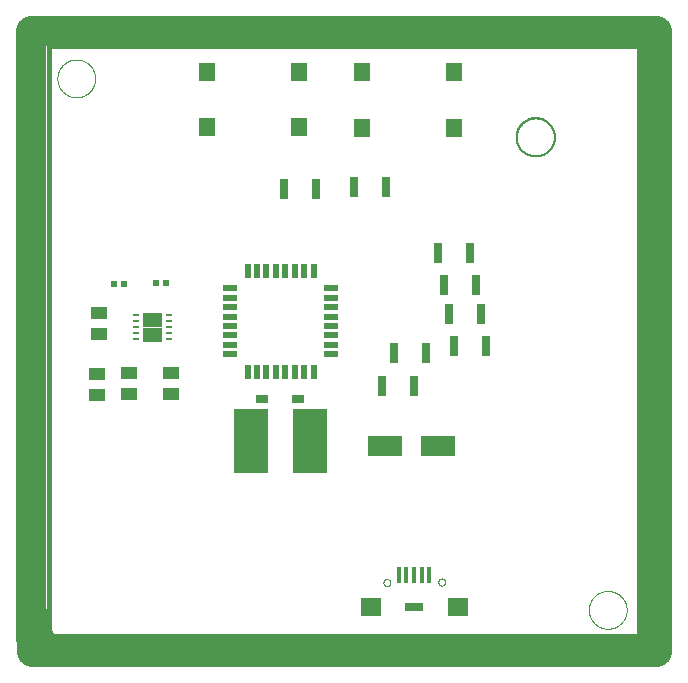
<source format=gtp>
G75*
%MOIN*%
%OFA0B0*%
%FSLAX25Y25*%
%IPPOS*%
%LPD*%
%AMOC8*
5,1,8,0,0,1.08239X$1,22.5*
%
%ADD10C,0.01600*%
%ADD11C,0.00000*%
%ADD12C,0.10000*%
%ADD13R,0.05700X0.04400*%
%ADD14C,0.00500*%
%ADD15R,0.11811X0.07008*%
%ADD16R,0.05512X0.06299*%
%ADD17R,0.04331X0.02756*%
%ADD18R,0.11811X0.21260*%
%ADD19R,0.03150X0.07087*%
%ADD20R,0.02200X0.02400*%
%ADD21R,0.02362X0.00945*%
%ADD22C,0.00001*%
%ADD23R,0.02200X0.05000*%
%ADD24R,0.05000X0.02200*%
%ADD25R,0.01575X0.05709*%
%ADD26R,0.07087X0.05906*%
%ADD27R,0.05906X0.02756*%
D10*
X0123337Y0016382D02*
X0123337Y0213232D01*
X0320187Y0213232D01*
X0320187Y0016382D01*
X0123337Y0016382D01*
D11*
X0234912Y0034217D02*
X0234914Y0034286D01*
X0234920Y0034354D01*
X0234930Y0034422D01*
X0234944Y0034489D01*
X0234962Y0034556D01*
X0234983Y0034621D01*
X0235009Y0034685D01*
X0235038Y0034747D01*
X0235070Y0034807D01*
X0235106Y0034866D01*
X0235146Y0034922D01*
X0235188Y0034976D01*
X0235234Y0035027D01*
X0235283Y0035076D01*
X0235334Y0035122D01*
X0235388Y0035164D01*
X0235444Y0035204D01*
X0235502Y0035240D01*
X0235563Y0035272D01*
X0235625Y0035301D01*
X0235689Y0035327D01*
X0235754Y0035348D01*
X0235821Y0035366D01*
X0235888Y0035380D01*
X0235956Y0035390D01*
X0236024Y0035396D01*
X0236093Y0035398D01*
X0236162Y0035396D01*
X0236230Y0035390D01*
X0236298Y0035380D01*
X0236365Y0035366D01*
X0236432Y0035348D01*
X0236497Y0035327D01*
X0236561Y0035301D01*
X0236623Y0035272D01*
X0236683Y0035240D01*
X0236742Y0035204D01*
X0236798Y0035164D01*
X0236852Y0035122D01*
X0236903Y0035076D01*
X0236952Y0035027D01*
X0236998Y0034976D01*
X0237040Y0034922D01*
X0237080Y0034866D01*
X0237116Y0034807D01*
X0237148Y0034747D01*
X0237177Y0034685D01*
X0237203Y0034621D01*
X0237224Y0034556D01*
X0237242Y0034489D01*
X0237256Y0034422D01*
X0237266Y0034354D01*
X0237272Y0034286D01*
X0237274Y0034217D01*
X0237272Y0034148D01*
X0237266Y0034080D01*
X0237256Y0034012D01*
X0237242Y0033945D01*
X0237224Y0033878D01*
X0237203Y0033813D01*
X0237177Y0033749D01*
X0237148Y0033687D01*
X0237116Y0033626D01*
X0237080Y0033568D01*
X0237040Y0033512D01*
X0236998Y0033458D01*
X0236952Y0033407D01*
X0236903Y0033358D01*
X0236852Y0033312D01*
X0236798Y0033270D01*
X0236742Y0033230D01*
X0236684Y0033194D01*
X0236623Y0033162D01*
X0236561Y0033133D01*
X0236497Y0033107D01*
X0236432Y0033086D01*
X0236365Y0033068D01*
X0236298Y0033054D01*
X0236230Y0033044D01*
X0236162Y0033038D01*
X0236093Y0033036D01*
X0236024Y0033038D01*
X0235956Y0033044D01*
X0235888Y0033054D01*
X0235821Y0033068D01*
X0235754Y0033086D01*
X0235689Y0033107D01*
X0235625Y0033133D01*
X0235563Y0033162D01*
X0235502Y0033194D01*
X0235444Y0033230D01*
X0235388Y0033270D01*
X0235334Y0033312D01*
X0235283Y0033358D01*
X0235234Y0033407D01*
X0235188Y0033458D01*
X0235146Y0033512D01*
X0235106Y0033568D01*
X0235070Y0033626D01*
X0235038Y0033687D01*
X0235009Y0033749D01*
X0234983Y0033813D01*
X0234962Y0033878D01*
X0234944Y0033945D01*
X0234930Y0034012D01*
X0234920Y0034080D01*
X0234914Y0034148D01*
X0234912Y0034217D01*
X0253219Y0034413D02*
X0253221Y0034482D01*
X0253227Y0034550D01*
X0253237Y0034618D01*
X0253251Y0034685D01*
X0253269Y0034752D01*
X0253290Y0034817D01*
X0253316Y0034881D01*
X0253345Y0034943D01*
X0253377Y0035003D01*
X0253413Y0035062D01*
X0253453Y0035118D01*
X0253495Y0035172D01*
X0253541Y0035223D01*
X0253590Y0035272D01*
X0253641Y0035318D01*
X0253695Y0035360D01*
X0253751Y0035400D01*
X0253809Y0035436D01*
X0253870Y0035468D01*
X0253932Y0035497D01*
X0253996Y0035523D01*
X0254061Y0035544D01*
X0254128Y0035562D01*
X0254195Y0035576D01*
X0254263Y0035586D01*
X0254331Y0035592D01*
X0254400Y0035594D01*
X0254469Y0035592D01*
X0254537Y0035586D01*
X0254605Y0035576D01*
X0254672Y0035562D01*
X0254739Y0035544D01*
X0254804Y0035523D01*
X0254868Y0035497D01*
X0254930Y0035468D01*
X0254990Y0035436D01*
X0255049Y0035400D01*
X0255105Y0035360D01*
X0255159Y0035318D01*
X0255210Y0035272D01*
X0255259Y0035223D01*
X0255305Y0035172D01*
X0255347Y0035118D01*
X0255387Y0035062D01*
X0255423Y0035003D01*
X0255455Y0034943D01*
X0255484Y0034881D01*
X0255510Y0034817D01*
X0255531Y0034752D01*
X0255549Y0034685D01*
X0255563Y0034618D01*
X0255573Y0034550D01*
X0255579Y0034482D01*
X0255581Y0034413D01*
X0255579Y0034344D01*
X0255573Y0034276D01*
X0255563Y0034208D01*
X0255549Y0034141D01*
X0255531Y0034074D01*
X0255510Y0034009D01*
X0255484Y0033945D01*
X0255455Y0033883D01*
X0255423Y0033822D01*
X0255387Y0033764D01*
X0255347Y0033708D01*
X0255305Y0033654D01*
X0255259Y0033603D01*
X0255210Y0033554D01*
X0255159Y0033508D01*
X0255105Y0033466D01*
X0255049Y0033426D01*
X0254991Y0033390D01*
X0254930Y0033358D01*
X0254868Y0033329D01*
X0254804Y0033303D01*
X0254739Y0033282D01*
X0254672Y0033264D01*
X0254605Y0033250D01*
X0254537Y0033240D01*
X0254469Y0033234D01*
X0254400Y0033232D01*
X0254331Y0033234D01*
X0254263Y0033240D01*
X0254195Y0033250D01*
X0254128Y0033264D01*
X0254061Y0033282D01*
X0253996Y0033303D01*
X0253932Y0033329D01*
X0253870Y0033358D01*
X0253809Y0033390D01*
X0253751Y0033426D01*
X0253695Y0033466D01*
X0253641Y0033508D01*
X0253590Y0033554D01*
X0253541Y0033603D01*
X0253495Y0033654D01*
X0253453Y0033708D01*
X0253413Y0033764D01*
X0253377Y0033822D01*
X0253345Y0033883D01*
X0253316Y0033945D01*
X0253290Y0034009D01*
X0253269Y0034074D01*
X0253251Y0034141D01*
X0253237Y0034208D01*
X0253227Y0034276D01*
X0253221Y0034344D01*
X0253219Y0034413D01*
X0303416Y0025122D02*
X0303418Y0025280D01*
X0303424Y0025438D01*
X0303434Y0025596D01*
X0303448Y0025754D01*
X0303466Y0025911D01*
X0303487Y0026068D01*
X0303513Y0026224D01*
X0303543Y0026380D01*
X0303576Y0026535D01*
X0303614Y0026688D01*
X0303655Y0026841D01*
X0303700Y0026993D01*
X0303749Y0027144D01*
X0303802Y0027293D01*
X0303858Y0027441D01*
X0303918Y0027587D01*
X0303982Y0027732D01*
X0304050Y0027875D01*
X0304121Y0028017D01*
X0304195Y0028157D01*
X0304273Y0028294D01*
X0304355Y0028430D01*
X0304439Y0028564D01*
X0304528Y0028695D01*
X0304619Y0028824D01*
X0304714Y0028951D01*
X0304811Y0029076D01*
X0304912Y0029198D01*
X0305016Y0029317D01*
X0305123Y0029434D01*
X0305233Y0029548D01*
X0305346Y0029659D01*
X0305461Y0029768D01*
X0305579Y0029873D01*
X0305700Y0029975D01*
X0305823Y0030075D01*
X0305949Y0030171D01*
X0306077Y0030264D01*
X0306207Y0030354D01*
X0306340Y0030440D01*
X0306475Y0030524D01*
X0306611Y0030603D01*
X0306750Y0030680D01*
X0306891Y0030752D01*
X0307033Y0030822D01*
X0307177Y0030887D01*
X0307323Y0030949D01*
X0307470Y0031007D01*
X0307619Y0031062D01*
X0307769Y0031113D01*
X0307920Y0031160D01*
X0308072Y0031203D01*
X0308225Y0031242D01*
X0308380Y0031278D01*
X0308535Y0031309D01*
X0308691Y0031337D01*
X0308847Y0031361D01*
X0309004Y0031381D01*
X0309162Y0031397D01*
X0309319Y0031409D01*
X0309478Y0031417D01*
X0309636Y0031421D01*
X0309794Y0031421D01*
X0309952Y0031417D01*
X0310111Y0031409D01*
X0310268Y0031397D01*
X0310426Y0031381D01*
X0310583Y0031361D01*
X0310739Y0031337D01*
X0310895Y0031309D01*
X0311050Y0031278D01*
X0311205Y0031242D01*
X0311358Y0031203D01*
X0311510Y0031160D01*
X0311661Y0031113D01*
X0311811Y0031062D01*
X0311960Y0031007D01*
X0312107Y0030949D01*
X0312253Y0030887D01*
X0312397Y0030822D01*
X0312539Y0030752D01*
X0312680Y0030680D01*
X0312819Y0030603D01*
X0312955Y0030524D01*
X0313090Y0030440D01*
X0313223Y0030354D01*
X0313353Y0030264D01*
X0313481Y0030171D01*
X0313607Y0030075D01*
X0313730Y0029975D01*
X0313851Y0029873D01*
X0313969Y0029768D01*
X0314084Y0029659D01*
X0314197Y0029548D01*
X0314307Y0029434D01*
X0314414Y0029317D01*
X0314518Y0029198D01*
X0314619Y0029076D01*
X0314716Y0028951D01*
X0314811Y0028824D01*
X0314902Y0028695D01*
X0314991Y0028564D01*
X0315075Y0028430D01*
X0315157Y0028294D01*
X0315235Y0028157D01*
X0315309Y0028017D01*
X0315380Y0027875D01*
X0315448Y0027732D01*
X0315512Y0027587D01*
X0315572Y0027441D01*
X0315628Y0027293D01*
X0315681Y0027144D01*
X0315730Y0026993D01*
X0315775Y0026841D01*
X0315816Y0026688D01*
X0315854Y0026535D01*
X0315887Y0026380D01*
X0315917Y0026224D01*
X0315943Y0026068D01*
X0315964Y0025911D01*
X0315982Y0025754D01*
X0315996Y0025596D01*
X0316006Y0025438D01*
X0316012Y0025280D01*
X0316014Y0025122D01*
X0316012Y0024964D01*
X0316006Y0024806D01*
X0315996Y0024648D01*
X0315982Y0024490D01*
X0315964Y0024333D01*
X0315943Y0024176D01*
X0315917Y0024020D01*
X0315887Y0023864D01*
X0315854Y0023709D01*
X0315816Y0023556D01*
X0315775Y0023403D01*
X0315730Y0023251D01*
X0315681Y0023100D01*
X0315628Y0022951D01*
X0315572Y0022803D01*
X0315512Y0022657D01*
X0315448Y0022512D01*
X0315380Y0022369D01*
X0315309Y0022227D01*
X0315235Y0022087D01*
X0315157Y0021950D01*
X0315075Y0021814D01*
X0314991Y0021680D01*
X0314902Y0021549D01*
X0314811Y0021420D01*
X0314716Y0021293D01*
X0314619Y0021168D01*
X0314518Y0021046D01*
X0314414Y0020927D01*
X0314307Y0020810D01*
X0314197Y0020696D01*
X0314084Y0020585D01*
X0313969Y0020476D01*
X0313851Y0020371D01*
X0313730Y0020269D01*
X0313607Y0020169D01*
X0313481Y0020073D01*
X0313353Y0019980D01*
X0313223Y0019890D01*
X0313090Y0019804D01*
X0312955Y0019720D01*
X0312819Y0019641D01*
X0312680Y0019564D01*
X0312539Y0019492D01*
X0312397Y0019422D01*
X0312253Y0019357D01*
X0312107Y0019295D01*
X0311960Y0019237D01*
X0311811Y0019182D01*
X0311661Y0019131D01*
X0311510Y0019084D01*
X0311358Y0019041D01*
X0311205Y0019002D01*
X0311050Y0018966D01*
X0310895Y0018935D01*
X0310739Y0018907D01*
X0310583Y0018883D01*
X0310426Y0018863D01*
X0310268Y0018847D01*
X0310111Y0018835D01*
X0309952Y0018827D01*
X0309794Y0018823D01*
X0309636Y0018823D01*
X0309478Y0018827D01*
X0309319Y0018835D01*
X0309162Y0018847D01*
X0309004Y0018863D01*
X0308847Y0018883D01*
X0308691Y0018907D01*
X0308535Y0018935D01*
X0308380Y0018966D01*
X0308225Y0019002D01*
X0308072Y0019041D01*
X0307920Y0019084D01*
X0307769Y0019131D01*
X0307619Y0019182D01*
X0307470Y0019237D01*
X0307323Y0019295D01*
X0307177Y0019357D01*
X0307033Y0019422D01*
X0306891Y0019492D01*
X0306750Y0019564D01*
X0306611Y0019641D01*
X0306475Y0019720D01*
X0306340Y0019804D01*
X0306207Y0019890D01*
X0306077Y0019980D01*
X0305949Y0020073D01*
X0305823Y0020169D01*
X0305700Y0020269D01*
X0305579Y0020371D01*
X0305461Y0020476D01*
X0305346Y0020585D01*
X0305233Y0020696D01*
X0305123Y0020810D01*
X0305016Y0020927D01*
X0304912Y0021046D01*
X0304811Y0021168D01*
X0304714Y0021293D01*
X0304619Y0021420D01*
X0304528Y0021549D01*
X0304439Y0021680D01*
X0304355Y0021814D01*
X0304273Y0021950D01*
X0304195Y0022087D01*
X0304121Y0022227D01*
X0304050Y0022369D01*
X0303982Y0022512D01*
X0303918Y0022657D01*
X0303858Y0022803D01*
X0303802Y0022951D01*
X0303749Y0023100D01*
X0303700Y0023251D01*
X0303655Y0023403D01*
X0303614Y0023556D01*
X0303576Y0023709D01*
X0303543Y0023864D01*
X0303513Y0024020D01*
X0303487Y0024176D01*
X0303466Y0024333D01*
X0303448Y0024490D01*
X0303434Y0024648D01*
X0303424Y0024806D01*
X0303418Y0024964D01*
X0303416Y0025122D01*
X0160856Y0114807D02*
X0160856Y0118980D01*
X0154951Y0118980D01*
X0154951Y0114807D01*
X0160856Y0114807D01*
X0160856Y0119768D02*
X0154951Y0119768D01*
X0154951Y0123941D01*
X0160856Y0123941D01*
X0160856Y0119768D01*
X0126250Y0202287D02*
X0126252Y0202445D01*
X0126258Y0202603D01*
X0126268Y0202761D01*
X0126282Y0202919D01*
X0126300Y0203076D01*
X0126321Y0203233D01*
X0126347Y0203389D01*
X0126377Y0203545D01*
X0126410Y0203700D01*
X0126448Y0203853D01*
X0126489Y0204006D01*
X0126534Y0204158D01*
X0126583Y0204309D01*
X0126636Y0204458D01*
X0126692Y0204606D01*
X0126752Y0204752D01*
X0126816Y0204897D01*
X0126884Y0205040D01*
X0126955Y0205182D01*
X0127029Y0205322D01*
X0127107Y0205459D01*
X0127189Y0205595D01*
X0127273Y0205729D01*
X0127362Y0205860D01*
X0127453Y0205989D01*
X0127548Y0206116D01*
X0127645Y0206241D01*
X0127746Y0206363D01*
X0127850Y0206482D01*
X0127957Y0206599D01*
X0128067Y0206713D01*
X0128180Y0206824D01*
X0128295Y0206933D01*
X0128413Y0207038D01*
X0128534Y0207140D01*
X0128657Y0207240D01*
X0128783Y0207336D01*
X0128911Y0207429D01*
X0129041Y0207519D01*
X0129174Y0207605D01*
X0129309Y0207689D01*
X0129445Y0207768D01*
X0129584Y0207845D01*
X0129725Y0207917D01*
X0129867Y0207987D01*
X0130011Y0208052D01*
X0130157Y0208114D01*
X0130304Y0208172D01*
X0130453Y0208227D01*
X0130603Y0208278D01*
X0130754Y0208325D01*
X0130906Y0208368D01*
X0131059Y0208407D01*
X0131214Y0208443D01*
X0131369Y0208474D01*
X0131525Y0208502D01*
X0131681Y0208526D01*
X0131838Y0208546D01*
X0131996Y0208562D01*
X0132153Y0208574D01*
X0132312Y0208582D01*
X0132470Y0208586D01*
X0132628Y0208586D01*
X0132786Y0208582D01*
X0132945Y0208574D01*
X0133102Y0208562D01*
X0133260Y0208546D01*
X0133417Y0208526D01*
X0133573Y0208502D01*
X0133729Y0208474D01*
X0133884Y0208443D01*
X0134039Y0208407D01*
X0134192Y0208368D01*
X0134344Y0208325D01*
X0134495Y0208278D01*
X0134645Y0208227D01*
X0134794Y0208172D01*
X0134941Y0208114D01*
X0135087Y0208052D01*
X0135231Y0207987D01*
X0135373Y0207917D01*
X0135514Y0207845D01*
X0135653Y0207768D01*
X0135789Y0207689D01*
X0135924Y0207605D01*
X0136057Y0207519D01*
X0136187Y0207429D01*
X0136315Y0207336D01*
X0136441Y0207240D01*
X0136564Y0207140D01*
X0136685Y0207038D01*
X0136803Y0206933D01*
X0136918Y0206824D01*
X0137031Y0206713D01*
X0137141Y0206599D01*
X0137248Y0206482D01*
X0137352Y0206363D01*
X0137453Y0206241D01*
X0137550Y0206116D01*
X0137645Y0205989D01*
X0137736Y0205860D01*
X0137825Y0205729D01*
X0137909Y0205595D01*
X0137991Y0205459D01*
X0138069Y0205322D01*
X0138143Y0205182D01*
X0138214Y0205040D01*
X0138282Y0204897D01*
X0138346Y0204752D01*
X0138406Y0204606D01*
X0138462Y0204458D01*
X0138515Y0204309D01*
X0138564Y0204158D01*
X0138609Y0204006D01*
X0138650Y0203853D01*
X0138688Y0203700D01*
X0138721Y0203545D01*
X0138751Y0203389D01*
X0138777Y0203233D01*
X0138798Y0203076D01*
X0138816Y0202919D01*
X0138830Y0202761D01*
X0138840Y0202603D01*
X0138846Y0202445D01*
X0138848Y0202287D01*
X0138846Y0202129D01*
X0138840Y0201971D01*
X0138830Y0201813D01*
X0138816Y0201655D01*
X0138798Y0201498D01*
X0138777Y0201341D01*
X0138751Y0201185D01*
X0138721Y0201029D01*
X0138688Y0200874D01*
X0138650Y0200721D01*
X0138609Y0200568D01*
X0138564Y0200416D01*
X0138515Y0200265D01*
X0138462Y0200116D01*
X0138406Y0199968D01*
X0138346Y0199822D01*
X0138282Y0199677D01*
X0138214Y0199534D01*
X0138143Y0199392D01*
X0138069Y0199252D01*
X0137991Y0199115D01*
X0137909Y0198979D01*
X0137825Y0198845D01*
X0137736Y0198714D01*
X0137645Y0198585D01*
X0137550Y0198458D01*
X0137453Y0198333D01*
X0137352Y0198211D01*
X0137248Y0198092D01*
X0137141Y0197975D01*
X0137031Y0197861D01*
X0136918Y0197750D01*
X0136803Y0197641D01*
X0136685Y0197536D01*
X0136564Y0197434D01*
X0136441Y0197334D01*
X0136315Y0197238D01*
X0136187Y0197145D01*
X0136057Y0197055D01*
X0135924Y0196969D01*
X0135789Y0196885D01*
X0135653Y0196806D01*
X0135514Y0196729D01*
X0135373Y0196657D01*
X0135231Y0196587D01*
X0135087Y0196522D01*
X0134941Y0196460D01*
X0134794Y0196402D01*
X0134645Y0196347D01*
X0134495Y0196296D01*
X0134344Y0196249D01*
X0134192Y0196206D01*
X0134039Y0196167D01*
X0133884Y0196131D01*
X0133729Y0196100D01*
X0133573Y0196072D01*
X0133417Y0196048D01*
X0133260Y0196028D01*
X0133102Y0196012D01*
X0132945Y0196000D01*
X0132786Y0195992D01*
X0132628Y0195988D01*
X0132470Y0195988D01*
X0132312Y0195992D01*
X0132153Y0196000D01*
X0131996Y0196012D01*
X0131838Y0196028D01*
X0131681Y0196048D01*
X0131525Y0196072D01*
X0131369Y0196100D01*
X0131214Y0196131D01*
X0131059Y0196167D01*
X0130906Y0196206D01*
X0130754Y0196249D01*
X0130603Y0196296D01*
X0130453Y0196347D01*
X0130304Y0196402D01*
X0130157Y0196460D01*
X0130011Y0196522D01*
X0129867Y0196587D01*
X0129725Y0196657D01*
X0129584Y0196729D01*
X0129445Y0196806D01*
X0129309Y0196885D01*
X0129174Y0196969D01*
X0129041Y0197055D01*
X0128911Y0197145D01*
X0128783Y0197238D01*
X0128657Y0197334D01*
X0128534Y0197434D01*
X0128413Y0197536D01*
X0128295Y0197641D01*
X0128180Y0197750D01*
X0128067Y0197861D01*
X0127957Y0197975D01*
X0127850Y0198092D01*
X0127746Y0198211D01*
X0127645Y0198333D01*
X0127548Y0198458D01*
X0127453Y0198585D01*
X0127362Y0198714D01*
X0127273Y0198845D01*
X0127189Y0198979D01*
X0127107Y0199115D01*
X0127029Y0199252D01*
X0126955Y0199392D01*
X0126884Y0199534D01*
X0126816Y0199677D01*
X0126752Y0199822D01*
X0126692Y0199968D01*
X0126636Y0200116D01*
X0126583Y0200265D01*
X0126534Y0200416D01*
X0126489Y0200568D01*
X0126448Y0200721D01*
X0126410Y0200874D01*
X0126377Y0201029D01*
X0126347Y0201185D01*
X0126321Y0201341D01*
X0126300Y0201498D01*
X0126282Y0201655D01*
X0126268Y0201813D01*
X0126258Y0201971D01*
X0126252Y0202129D01*
X0126250Y0202287D01*
X0279360Y0182642D02*
X0279362Y0182800D01*
X0279368Y0182958D01*
X0279378Y0183116D01*
X0279392Y0183274D01*
X0279410Y0183431D01*
X0279431Y0183588D01*
X0279457Y0183744D01*
X0279487Y0183900D01*
X0279520Y0184055D01*
X0279558Y0184208D01*
X0279599Y0184361D01*
X0279644Y0184513D01*
X0279693Y0184664D01*
X0279746Y0184813D01*
X0279802Y0184961D01*
X0279862Y0185107D01*
X0279926Y0185252D01*
X0279994Y0185395D01*
X0280065Y0185537D01*
X0280139Y0185677D01*
X0280217Y0185814D01*
X0280299Y0185950D01*
X0280383Y0186084D01*
X0280472Y0186215D01*
X0280563Y0186344D01*
X0280658Y0186471D01*
X0280755Y0186596D01*
X0280856Y0186718D01*
X0280960Y0186837D01*
X0281067Y0186954D01*
X0281177Y0187068D01*
X0281290Y0187179D01*
X0281405Y0187288D01*
X0281523Y0187393D01*
X0281644Y0187495D01*
X0281767Y0187595D01*
X0281893Y0187691D01*
X0282021Y0187784D01*
X0282151Y0187874D01*
X0282284Y0187960D01*
X0282419Y0188044D01*
X0282555Y0188123D01*
X0282694Y0188200D01*
X0282835Y0188272D01*
X0282977Y0188342D01*
X0283121Y0188407D01*
X0283267Y0188469D01*
X0283414Y0188527D01*
X0283563Y0188582D01*
X0283713Y0188633D01*
X0283864Y0188680D01*
X0284016Y0188723D01*
X0284169Y0188762D01*
X0284324Y0188798D01*
X0284479Y0188829D01*
X0284635Y0188857D01*
X0284791Y0188881D01*
X0284948Y0188901D01*
X0285106Y0188917D01*
X0285263Y0188929D01*
X0285422Y0188937D01*
X0285580Y0188941D01*
X0285738Y0188941D01*
X0285896Y0188937D01*
X0286055Y0188929D01*
X0286212Y0188917D01*
X0286370Y0188901D01*
X0286527Y0188881D01*
X0286683Y0188857D01*
X0286839Y0188829D01*
X0286994Y0188798D01*
X0287149Y0188762D01*
X0287302Y0188723D01*
X0287454Y0188680D01*
X0287605Y0188633D01*
X0287755Y0188582D01*
X0287904Y0188527D01*
X0288051Y0188469D01*
X0288197Y0188407D01*
X0288341Y0188342D01*
X0288483Y0188272D01*
X0288624Y0188200D01*
X0288763Y0188123D01*
X0288899Y0188044D01*
X0289034Y0187960D01*
X0289167Y0187874D01*
X0289297Y0187784D01*
X0289425Y0187691D01*
X0289551Y0187595D01*
X0289674Y0187495D01*
X0289795Y0187393D01*
X0289913Y0187288D01*
X0290028Y0187179D01*
X0290141Y0187068D01*
X0290251Y0186954D01*
X0290358Y0186837D01*
X0290462Y0186718D01*
X0290563Y0186596D01*
X0290660Y0186471D01*
X0290755Y0186344D01*
X0290846Y0186215D01*
X0290935Y0186084D01*
X0291019Y0185950D01*
X0291101Y0185814D01*
X0291179Y0185677D01*
X0291253Y0185537D01*
X0291324Y0185395D01*
X0291392Y0185252D01*
X0291456Y0185107D01*
X0291516Y0184961D01*
X0291572Y0184813D01*
X0291625Y0184664D01*
X0291674Y0184513D01*
X0291719Y0184361D01*
X0291760Y0184208D01*
X0291798Y0184055D01*
X0291831Y0183900D01*
X0291861Y0183744D01*
X0291887Y0183588D01*
X0291908Y0183431D01*
X0291926Y0183274D01*
X0291940Y0183116D01*
X0291950Y0182958D01*
X0291956Y0182800D01*
X0291958Y0182642D01*
X0291956Y0182484D01*
X0291950Y0182326D01*
X0291940Y0182168D01*
X0291926Y0182010D01*
X0291908Y0181853D01*
X0291887Y0181696D01*
X0291861Y0181540D01*
X0291831Y0181384D01*
X0291798Y0181229D01*
X0291760Y0181076D01*
X0291719Y0180923D01*
X0291674Y0180771D01*
X0291625Y0180620D01*
X0291572Y0180471D01*
X0291516Y0180323D01*
X0291456Y0180177D01*
X0291392Y0180032D01*
X0291324Y0179889D01*
X0291253Y0179747D01*
X0291179Y0179607D01*
X0291101Y0179470D01*
X0291019Y0179334D01*
X0290935Y0179200D01*
X0290846Y0179069D01*
X0290755Y0178940D01*
X0290660Y0178813D01*
X0290563Y0178688D01*
X0290462Y0178566D01*
X0290358Y0178447D01*
X0290251Y0178330D01*
X0290141Y0178216D01*
X0290028Y0178105D01*
X0289913Y0177996D01*
X0289795Y0177891D01*
X0289674Y0177789D01*
X0289551Y0177689D01*
X0289425Y0177593D01*
X0289297Y0177500D01*
X0289167Y0177410D01*
X0289034Y0177324D01*
X0288899Y0177240D01*
X0288763Y0177161D01*
X0288624Y0177084D01*
X0288483Y0177012D01*
X0288341Y0176942D01*
X0288197Y0176877D01*
X0288051Y0176815D01*
X0287904Y0176757D01*
X0287755Y0176702D01*
X0287605Y0176651D01*
X0287454Y0176604D01*
X0287302Y0176561D01*
X0287149Y0176522D01*
X0286994Y0176486D01*
X0286839Y0176455D01*
X0286683Y0176427D01*
X0286527Y0176403D01*
X0286370Y0176383D01*
X0286212Y0176367D01*
X0286055Y0176355D01*
X0285896Y0176347D01*
X0285738Y0176343D01*
X0285580Y0176343D01*
X0285422Y0176347D01*
X0285263Y0176355D01*
X0285106Y0176367D01*
X0284948Y0176383D01*
X0284791Y0176403D01*
X0284635Y0176427D01*
X0284479Y0176455D01*
X0284324Y0176486D01*
X0284169Y0176522D01*
X0284016Y0176561D01*
X0283864Y0176604D01*
X0283713Y0176651D01*
X0283563Y0176702D01*
X0283414Y0176757D01*
X0283267Y0176815D01*
X0283121Y0176877D01*
X0282977Y0176942D01*
X0282835Y0177012D01*
X0282694Y0177084D01*
X0282555Y0177161D01*
X0282419Y0177240D01*
X0282284Y0177324D01*
X0282151Y0177410D01*
X0282021Y0177500D01*
X0281893Y0177593D01*
X0281767Y0177689D01*
X0281644Y0177789D01*
X0281523Y0177891D01*
X0281405Y0177996D01*
X0281290Y0178105D01*
X0281177Y0178216D01*
X0281067Y0178330D01*
X0280960Y0178447D01*
X0280856Y0178566D01*
X0280755Y0178688D01*
X0280658Y0178813D01*
X0280563Y0178940D01*
X0280472Y0179069D01*
X0280383Y0179200D01*
X0280299Y0179334D01*
X0280217Y0179470D01*
X0280139Y0179607D01*
X0280065Y0179747D01*
X0279994Y0179889D01*
X0279926Y0180032D01*
X0279862Y0180177D01*
X0279802Y0180323D01*
X0279746Y0180471D01*
X0279693Y0180620D01*
X0279644Y0180771D01*
X0279599Y0180923D01*
X0279558Y0181076D01*
X0279520Y0181229D01*
X0279487Y0181384D01*
X0279457Y0181540D01*
X0279431Y0181696D01*
X0279410Y0181853D01*
X0279392Y0182010D01*
X0279378Y0182168D01*
X0279368Y0182326D01*
X0279362Y0182484D01*
X0279360Y0182642D01*
D12*
X0117943Y0024492D02*
X0117943Y0011185D01*
X0326053Y0011185D01*
X0326053Y0218193D01*
X0117589Y0218193D01*
X0117589Y0015280D01*
X0120305Y0015280D01*
D13*
X0139596Y0096611D03*
X0139596Y0103711D03*
X0150226Y0104105D03*
X0150226Y0097005D03*
X0164006Y0097084D03*
X0164006Y0104184D03*
X0140148Y0116926D03*
X0140148Y0124026D03*
D14*
X0279308Y0182720D02*
X0279310Y0182879D01*
X0279316Y0183039D01*
X0279326Y0183198D01*
X0279340Y0183356D01*
X0279358Y0183515D01*
X0279379Y0183673D01*
X0279405Y0183830D01*
X0279435Y0183986D01*
X0279468Y0184142D01*
X0279506Y0184297D01*
X0279547Y0184451D01*
X0279592Y0184604D01*
X0279641Y0184755D01*
X0279693Y0184906D01*
X0279750Y0185055D01*
X0279810Y0185202D01*
X0279874Y0185349D01*
X0279941Y0185493D01*
X0280012Y0185636D01*
X0280086Y0185777D01*
X0280164Y0185916D01*
X0280246Y0186052D01*
X0280330Y0186187D01*
X0280419Y0186320D01*
X0280510Y0186451D01*
X0280605Y0186579D01*
X0280702Y0186705D01*
X0280803Y0186828D01*
X0280907Y0186949D01*
X0281014Y0187067D01*
X0281124Y0187182D01*
X0281237Y0187295D01*
X0281352Y0187405D01*
X0281470Y0187512D01*
X0281591Y0187616D01*
X0281714Y0187717D01*
X0281840Y0187814D01*
X0281968Y0187909D01*
X0282099Y0188000D01*
X0282232Y0188089D01*
X0282367Y0188173D01*
X0282504Y0188255D01*
X0282642Y0188333D01*
X0282783Y0188407D01*
X0282926Y0188478D01*
X0283070Y0188545D01*
X0283217Y0188609D01*
X0283364Y0188669D01*
X0283513Y0188726D01*
X0283664Y0188778D01*
X0283815Y0188827D01*
X0283968Y0188872D01*
X0284122Y0188913D01*
X0284277Y0188951D01*
X0284433Y0188984D01*
X0284589Y0189014D01*
X0284746Y0189040D01*
X0284904Y0189061D01*
X0285063Y0189079D01*
X0285221Y0189093D01*
X0285380Y0189103D01*
X0285540Y0189109D01*
X0285699Y0189111D01*
X0285858Y0189109D01*
X0286018Y0189103D01*
X0286177Y0189093D01*
X0286335Y0189079D01*
X0286494Y0189061D01*
X0286652Y0189040D01*
X0286809Y0189014D01*
X0286965Y0188984D01*
X0287121Y0188951D01*
X0287276Y0188913D01*
X0287430Y0188872D01*
X0287583Y0188827D01*
X0287734Y0188778D01*
X0287885Y0188726D01*
X0288034Y0188669D01*
X0288181Y0188609D01*
X0288328Y0188545D01*
X0288472Y0188478D01*
X0288615Y0188407D01*
X0288756Y0188333D01*
X0288895Y0188255D01*
X0289031Y0188173D01*
X0289166Y0188089D01*
X0289299Y0188000D01*
X0289430Y0187909D01*
X0289558Y0187814D01*
X0289684Y0187717D01*
X0289807Y0187616D01*
X0289928Y0187512D01*
X0290046Y0187405D01*
X0290161Y0187295D01*
X0290274Y0187182D01*
X0290384Y0187067D01*
X0290491Y0186949D01*
X0290595Y0186828D01*
X0290696Y0186705D01*
X0290793Y0186579D01*
X0290888Y0186451D01*
X0290979Y0186320D01*
X0291068Y0186187D01*
X0291152Y0186052D01*
X0291234Y0185915D01*
X0291312Y0185777D01*
X0291386Y0185636D01*
X0291457Y0185493D01*
X0291524Y0185349D01*
X0291588Y0185202D01*
X0291648Y0185055D01*
X0291705Y0184906D01*
X0291757Y0184755D01*
X0291806Y0184604D01*
X0291851Y0184451D01*
X0291892Y0184297D01*
X0291930Y0184142D01*
X0291963Y0183986D01*
X0291993Y0183830D01*
X0292019Y0183673D01*
X0292040Y0183515D01*
X0292058Y0183356D01*
X0292072Y0183198D01*
X0292082Y0183039D01*
X0292088Y0182879D01*
X0292090Y0182720D01*
X0292088Y0182561D01*
X0292082Y0182401D01*
X0292072Y0182242D01*
X0292058Y0182084D01*
X0292040Y0181925D01*
X0292019Y0181767D01*
X0291993Y0181610D01*
X0291963Y0181454D01*
X0291930Y0181298D01*
X0291892Y0181143D01*
X0291851Y0180989D01*
X0291806Y0180836D01*
X0291757Y0180685D01*
X0291705Y0180534D01*
X0291648Y0180385D01*
X0291588Y0180238D01*
X0291524Y0180091D01*
X0291457Y0179947D01*
X0291386Y0179804D01*
X0291312Y0179663D01*
X0291234Y0179524D01*
X0291152Y0179388D01*
X0291068Y0179253D01*
X0290979Y0179120D01*
X0290888Y0178989D01*
X0290793Y0178861D01*
X0290696Y0178735D01*
X0290595Y0178612D01*
X0290491Y0178491D01*
X0290384Y0178373D01*
X0290274Y0178258D01*
X0290161Y0178145D01*
X0290046Y0178035D01*
X0289928Y0177928D01*
X0289807Y0177824D01*
X0289684Y0177723D01*
X0289558Y0177626D01*
X0289430Y0177531D01*
X0289299Y0177440D01*
X0289166Y0177351D01*
X0289031Y0177267D01*
X0288894Y0177185D01*
X0288756Y0177107D01*
X0288615Y0177033D01*
X0288472Y0176962D01*
X0288328Y0176895D01*
X0288181Y0176831D01*
X0288034Y0176771D01*
X0287885Y0176714D01*
X0287734Y0176662D01*
X0287583Y0176613D01*
X0287430Y0176568D01*
X0287276Y0176527D01*
X0287121Y0176489D01*
X0286965Y0176456D01*
X0286809Y0176426D01*
X0286652Y0176400D01*
X0286494Y0176379D01*
X0286335Y0176361D01*
X0286177Y0176347D01*
X0286018Y0176337D01*
X0285858Y0176331D01*
X0285699Y0176329D01*
X0285540Y0176331D01*
X0285380Y0176337D01*
X0285221Y0176347D01*
X0285063Y0176361D01*
X0284904Y0176379D01*
X0284746Y0176400D01*
X0284589Y0176426D01*
X0284433Y0176456D01*
X0284277Y0176489D01*
X0284122Y0176527D01*
X0283968Y0176568D01*
X0283815Y0176613D01*
X0283664Y0176662D01*
X0283513Y0176714D01*
X0283364Y0176771D01*
X0283217Y0176831D01*
X0283070Y0176895D01*
X0282926Y0176962D01*
X0282783Y0177033D01*
X0282642Y0177107D01*
X0282503Y0177185D01*
X0282367Y0177267D01*
X0282232Y0177351D01*
X0282099Y0177440D01*
X0281968Y0177531D01*
X0281840Y0177626D01*
X0281714Y0177723D01*
X0281591Y0177824D01*
X0281470Y0177928D01*
X0281352Y0178035D01*
X0281237Y0178145D01*
X0281124Y0178258D01*
X0281014Y0178373D01*
X0280907Y0178491D01*
X0280803Y0178612D01*
X0280702Y0178735D01*
X0280605Y0178861D01*
X0280510Y0178989D01*
X0280419Y0179120D01*
X0280330Y0179253D01*
X0280246Y0179388D01*
X0280164Y0179525D01*
X0280086Y0179663D01*
X0280012Y0179804D01*
X0279941Y0179947D01*
X0279874Y0180091D01*
X0279810Y0180238D01*
X0279750Y0180385D01*
X0279693Y0180534D01*
X0279641Y0180685D01*
X0279592Y0180836D01*
X0279547Y0180989D01*
X0279506Y0181143D01*
X0279468Y0181298D01*
X0279435Y0181454D01*
X0279405Y0181610D01*
X0279379Y0181767D01*
X0279358Y0181925D01*
X0279340Y0182084D01*
X0279326Y0182242D01*
X0279316Y0182401D01*
X0279310Y0182561D01*
X0279308Y0182720D01*
D15*
X0253100Y0079728D03*
X0235384Y0079807D03*
D16*
X0227667Y0185831D03*
X0206722Y0185949D03*
X0206722Y0204492D03*
X0227667Y0204374D03*
X0258376Y0204374D03*
X0258376Y0185831D03*
X0176014Y0185949D03*
X0176014Y0204492D03*
D17*
X0194400Y0095358D03*
X0206604Y0095358D03*
D18*
X0210344Y0081343D03*
X0190659Y0081343D03*
D19*
X0234439Y0099807D03*
X0245069Y0099807D03*
X0249045Y0110752D03*
X0258455Y0113114D03*
X0269085Y0113114D03*
X0267470Y0123744D03*
X0256841Y0123744D03*
X0255226Y0133587D03*
X0265856Y0133587D03*
X0263848Y0144217D03*
X0253219Y0144217D03*
X0235659Y0166106D03*
X0225030Y0166106D03*
X0212392Y0165319D03*
X0201762Y0165319D03*
X0238415Y0110752D03*
D20*
X0162467Y0133941D03*
X0159167Y0133941D03*
X0148333Y0133862D03*
X0145033Y0133862D03*
D21*
X0152392Y0123311D03*
X0152392Y0121343D03*
X0152392Y0119374D03*
X0152392Y0117406D03*
X0152392Y0115437D03*
X0163415Y0115437D03*
X0163415Y0117406D03*
X0163415Y0119374D03*
X0163415Y0121343D03*
X0163415Y0123311D03*
D22*
X0160856Y0123319D02*
X0154951Y0123319D01*
X0154951Y0123320D02*
X0160856Y0123320D01*
X0160856Y0123321D02*
X0154951Y0123321D01*
X0154951Y0123322D02*
X0160856Y0123322D01*
X0160856Y0123323D02*
X0154951Y0123323D01*
X0154951Y0123324D02*
X0160856Y0123324D01*
X0160856Y0123325D02*
X0154951Y0123325D01*
X0154951Y0123326D02*
X0160856Y0123326D01*
X0160856Y0123327D02*
X0154951Y0123327D01*
X0154951Y0123328D02*
X0160856Y0123328D01*
X0160856Y0123329D02*
X0154951Y0123329D01*
X0154951Y0123330D02*
X0160856Y0123330D01*
X0160856Y0123331D02*
X0154951Y0123331D01*
X0154951Y0123332D02*
X0160856Y0123332D01*
X0160856Y0123333D02*
X0154951Y0123333D01*
X0154951Y0123334D02*
X0160856Y0123334D01*
X0160856Y0123335D02*
X0154951Y0123335D01*
X0154951Y0123336D02*
X0160856Y0123336D01*
X0160856Y0123337D02*
X0154951Y0123337D01*
X0154951Y0123338D02*
X0160856Y0123338D01*
X0160856Y0123339D02*
X0154951Y0123339D01*
X0154951Y0123340D02*
X0160856Y0123340D01*
X0160856Y0123341D02*
X0154951Y0123341D01*
X0154951Y0123342D02*
X0160856Y0123342D01*
X0160856Y0123343D02*
X0154951Y0123343D01*
X0154951Y0123344D02*
X0160856Y0123344D01*
X0154951Y0123344D01*
X0154951Y0123345D02*
X0160856Y0123345D01*
X0160856Y0123346D02*
X0154951Y0123346D01*
X0154951Y0123347D02*
X0160856Y0123347D01*
X0160856Y0123348D02*
X0154951Y0123348D01*
X0154951Y0123349D02*
X0160856Y0123349D01*
X0160856Y0123350D02*
X0154951Y0123350D01*
X0154951Y0123351D02*
X0160856Y0123351D01*
X0160856Y0123352D02*
X0154951Y0123352D01*
X0154951Y0123353D02*
X0160856Y0123353D01*
X0160856Y0123354D02*
X0154951Y0123354D01*
X0154951Y0123355D02*
X0160856Y0123355D01*
X0160856Y0123356D02*
X0154951Y0123356D01*
X0154951Y0123357D02*
X0160856Y0123357D01*
X0160856Y0123358D02*
X0154951Y0123358D01*
X0154951Y0123359D02*
X0160856Y0123359D01*
X0160856Y0123360D02*
X0154951Y0123360D01*
X0154951Y0123361D02*
X0160856Y0123361D01*
X0160856Y0123362D02*
X0154951Y0123362D01*
X0154951Y0123363D02*
X0160856Y0123363D01*
X0160856Y0123364D02*
X0154951Y0123364D01*
X0154951Y0123365D02*
X0160856Y0123365D01*
X0160856Y0123366D02*
X0154951Y0123366D01*
X0154951Y0123367D02*
X0160856Y0123367D01*
X0160856Y0123368D02*
X0154951Y0123368D01*
X0154951Y0123369D02*
X0160856Y0123369D01*
X0160856Y0123370D02*
X0154951Y0123370D01*
X0154951Y0123371D02*
X0160856Y0123371D01*
X0160856Y0123372D02*
X0154951Y0123372D01*
X0154951Y0123373D02*
X0160856Y0123373D01*
X0160856Y0123374D02*
X0154951Y0123374D01*
X0154951Y0123375D02*
X0160856Y0123375D01*
X0160856Y0123376D02*
X0154951Y0123376D01*
X0154951Y0123377D02*
X0160856Y0123377D01*
X0160856Y0123378D02*
X0154951Y0123378D01*
X0154951Y0123379D02*
X0160856Y0123379D01*
X0160856Y0123380D02*
X0154951Y0123380D01*
X0154951Y0123381D02*
X0160856Y0123381D01*
X0160856Y0123382D02*
X0154951Y0123382D01*
X0154951Y0123383D02*
X0160856Y0123383D01*
X0160856Y0123384D02*
X0154951Y0123384D01*
X0154951Y0123385D02*
X0160856Y0123385D01*
X0160856Y0123386D02*
X0154951Y0123386D01*
X0154951Y0123387D02*
X0160856Y0123387D01*
X0160856Y0123388D02*
X0154951Y0123388D01*
X0154951Y0123389D02*
X0160856Y0123389D01*
X0160856Y0123390D02*
X0154951Y0123390D01*
X0154951Y0123391D02*
X0160856Y0123391D01*
X0160856Y0123392D02*
X0154951Y0123392D01*
X0154951Y0123393D02*
X0160856Y0123393D01*
X0160856Y0123394D02*
X0154951Y0123394D01*
X0154951Y0123395D02*
X0160856Y0123395D01*
X0160856Y0123396D02*
X0154951Y0123396D01*
X0154951Y0123397D02*
X0160856Y0123397D01*
X0160856Y0123398D02*
X0154951Y0123398D01*
X0154951Y0123399D02*
X0160856Y0123399D01*
X0160856Y0123400D02*
X0154951Y0123400D01*
X0154951Y0123401D02*
X0160856Y0123401D01*
X0160856Y0123402D02*
X0154951Y0123402D01*
X0154951Y0123403D02*
X0160856Y0123403D01*
X0160856Y0123404D02*
X0154951Y0123404D01*
X0154951Y0123405D02*
X0160856Y0123405D01*
X0160856Y0123406D02*
X0154951Y0123406D01*
X0160856Y0123406D01*
X0160856Y0123407D02*
X0154951Y0123407D01*
X0154951Y0123408D02*
X0160856Y0123408D01*
X0160856Y0123409D02*
X0154951Y0123409D01*
X0154951Y0123410D02*
X0160856Y0123410D01*
X0160856Y0123411D02*
X0154951Y0123411D01*
X0154951Y0123412D02*
X0160856Y0123412D01*
X0160856Y0123413D02*
X0154951Y0123413D01*
X0154951Y0123414D02*
X0160856Y0123414D01*
X0160856Y0123415D02*
X0154951Y0123415D01*
X0154951Y0123416D02*
X0160856Y0123416D01*
X0160856Y0123417D02*
X0154951Y0123417D01*
X0154951Y0123418D02*
X0160856Y0123418D01*
X0160856Y0123419D02*
X0154951Y0123419D01*
X0154951Y0123420D02*
X0160856Y0123420D01*
X0160856Y0123421D02*
X0154951Y0123421D01*
X0154951Y0123422D02*
X0160856Y0123422D01*
X0160856Y0123423D02*
X0154951Y0123423D01*
X0154951Y0123424D02*
X0160856Y0123424D01*
X0160856Y0123425D02*
X0154951Y0123425D01*
X0154951Y0123426D02*
X0160856Y0123426D01*
X0160856Y0123427D02*
X0154951Y0123427D01*
X0154951Y0123428D02*
X0160856Y0123428D01*
X0160856Y0123429D02*
X0154951Y0123429D01*
X0154951Y0123430D02*
X0160856Y0123430D01*
X0160856Y0123431D02*
X0154951Y0123431D01*
X0154951Y0123432D02*
X0160856Y0123432D01*
X0160856Y0123433D02*
X0154951Y0123433D01*
X0154951Y0123434D02*
X0160856Y0123434D01*
X0160856Y0123435D02*
X0154951Y0123435D01*
X0154951Y0123436D02*
X0160856Y0123436D01*
X0160856Y0123437D02*
X0154951Y0123437D01*
X0154951Y0123438D02*
X0160856Y0123438D01*
X0160856Y0123439D02*
X0154951Y0123439D01*
X0154951Y0123440D02*
X0160856Y0123440D01*
X0160856Y0123441D02*
X0154951Y0123441D01*
X0154951Y0123442D02*
X0160856Y0123442D01*
X0160856Y0123443D02*
X0154951Y0123443D01*
X0154951Y0123444D02*
X0160856Y0123444D01*
X0160856Y0123445D02*
X0154951Y0123445D01*
X0154951Y0123446D02*
X0160856Y0123446D01*
X0160856Y0123447D02*
X0154951Y0123447D01*
X0154951Y0123448D02*
X0160856Y0123448D01*
X0160856Y0123449D02*
X0154951Y0123449D01*
X0154951Y0123450D02*
X0160856Y0123450D01*
X0160856Y0123451D02*
X0154951Y0123451D01*
X0154951Y0123452D02*
X0160856Y0123452D01*
X0160856Y0123453D02*
X0154951Y0123453D01*
X0154951Y0123454D02*
X0160856Y0123454D01*
X0160856Y0123455D02*
X0154951Y0123455D01*
X0154951Y0123456D02*
X0160856Y0123456D01*
X0160856Y0123457D02*
X0154951Y0123457D01*
X0154951Y0123458D02*
X0160856Y0123458D01*
X0160856Y0123459D02*
X0154951Y0123459D01*
X0154951Y0123460D02*
X0160856Y0123460D01*
X0160856Y0123461D02*
X0154951Y0123461D01*
X0154951Y0123462D02*
X0160856Y0123462D01*
X0160856Y0123463D02*
X0154951Y0123463D01*
X0154951Y0123464D02*
X0160856Y0123464D01*
X0160856Y0123465D02*
X0154951Y0123465D01*
X0154951Y0123466D02*
X0160856Y0123466D01*
X0160856Y0123467D02*
X0154951Y0123467D01*
X0154951Y0123468D02*
X0160856Y0123468D01*
X0160856Y0123469D02*
X0154951Y0123469D01*
X0160856Y0123469D01*
X0160856Y0123470D02*
X0154951Y0123470D01*
X0154951Y0123471D02*
X0160856Y0123471D01*
X0160856Y0123472D02*
X0154951Y0123472D01*
X0154951Y0123473D02*
X0160856Y0123473D01*
X0160856Y0123474D02*
X0154951Y0123474D01*
X0154951Y0123475D02*
X0160856Y0123475D01*
X0160856Y0123476D02*
X0154951Y0123476D01*
X0154951Y0123477D02*
X0160856Y0123477D01*
X0160856Y0123478D02*
X0154951Y0123478D01*
X0154951Y0123479D02*
X0160856Y0123479D01*
X0160856Y0123480D02*
X0154951Y0123480D01*
X0154951Y0123481D02*
X0160856Y0123481D01*
X0160856Y0123482D02*
X0154951Y0123482D01*
X0154951Y0123483D02*
X0160856Y0123483D01*
X0160856Y0123484D02*
X0154951Y0123484D01*
X0154951Y0123485D02*
X0160856Y0123485D01*
X0160856Y0123486D02*
X0154951Y0123486D01*
X0154951Y0123487D02*
X0160856Y0123487D01*
X0160856Y0123488D02*
X0154951Y0123488D01*
X0154951Y0123489D02*
X0160856Y0123489D01*
X0160856Y0123490D02*
X0154951Y0123490D01*
X0154951Y0123491D02*
X0160856Y0123491D01*
X0160856Y0123492D02*
X0154951Y0123492D01*
X0154951Y0123493D02*
X0160856Y0123493D01*
X0160856Y0123494D02*
X0154951Y0123494D01*
X0154951Y0123495D02*
X0160856Y0123495D01*
X0160856Y0123496D02*
X0154951Y0123496D01*
X0154951Y0123497D02*
X0160856Y0123497D01*
X0160856Y0123498D02*
X0154951Y0123498D01*
X0154951Y0123499D02*
X0160856Y0123499D01*
X0160856Y0123500D02*
X0154951Y0123500D01*
X0154951Y0123501D02*
X0160856Y0123501D01*
X0160856Y0123502D02*
X0154951Y0123502D01*
X0154951Y0123503D02*
X0160856Y0123503D01*
X0160856Y0123504D02*
X0154951Y0123504D01*
X0154951Y0123505D02*
X0160856Y0123505D01*
X0160856Y0123506D02*
X0154951Y0123506D01*
X0154951Y0123507D02*
X0160856Y0123507D01*
X0160856Y0123508D02*
X0154951Y0123508D01*
X0154951Y0123509D02*
X0160856Y0123509D01*
X0160856Y0123510D02*
X0154951Y0123510D01*
X0154951Y0123511D02*
X0160856Y0123511D01*
X0160856Y0123512D02*
X0154951Y0123512D01*
X0154951Y0123513D02*
X0160856Y0123513D01*
X0160856Y0123514D02*
X0154951Y0123514D01*
X0154951Y0123515D02*
X0160856Y0123515D01*
X0160856Y0123516D02*
X0154951Y0123516D01*
X0154951Y0123517D02*
X0160856Y0123517D01*
X0160856Y0123518D02*
X0154951Y0123518D01*
X0154951Y0123519D02*
X0160856Y0123519D01*
X0160856Y0123520D02*
X0154951Y0123520D01*
X0154951Y0123521D02*
X0160856Y0123521D01*
X0160856Y0123522D02*
X0154951Y0123522D01*
X0154951Y0123523D02*
X0160856Y0123523D01*
X0160856Y0123524D02*
X0154951Y0123524D01*
X0154951Y0123525D02*
X0160856Y0123525D01*
X0160856Y0123526D02*
X0154951Y0123526D01*
X0154951Y0123527D02*
X0160856Y0123527D01*
X0160856Y0123528D02*
X0154951Y0123528D01*
X0154951Y0123529D02*
X0160856Y0123529D01*
X0160856Y0123530D02*
X0154951Y0123530D01*
X0154951Y0123531D02*
X0160856Y0123531D01*
X0154951Y0123531D01*
X0154951Y0123532D02*
X0160856Y0123532D01*
X0160856Y0123533D02*
X0154951Y0123533D01*
X0154951Y0123534D02*
X0160856Y0123534D01*
X0160856Y0123535D02*
X0154951Y0123535D01*
X0154951Y0123536D02*
X0160856Y0123536D01*
X0160856Y0123537D02*
X0154951Y0123537D01*
X0154951Y0123538D02*
X0160856Y0123538D01*
X0160856Y0123539D02*
X0154951Y0123539D01*
X0154951Y0123540D02*
X0160856Y0123540D01*
X0160856Y0123541D02*
X0154951Y0123541D01*
X0154951Y0123542D02*
X0160856Y0123542D01*
X0160856Y0123543D02*
X0154951Y0123543D01*
X0154951Y0123544D02*
X0160856Y0123544D01*
X0160856Y0123545D02*
X0154951Y0123545D01*
X0154951Y0123546D02*
X0160856Y0123546D01*
X0160856Y0123547D02*
X0154951Y0123547D01*
X0154951Y0123548D02*
X0160856Y0123548D01*
X0160856Y0123549D02*
X0154951Y0123549D01*
X0154951Y0123550D02*
X0160856Y0123550D01*
X0160856Y0123551D02*
X0154951Y0123551D01*
X0154951Y0123552D02*
X0160856Y0123552D01*
X0160856Y0123553D02*
X0154951Y0123553D01*
X0154951Y0123554D02*
X0160856Y0123554D01*
X0160856Y0123555D02*
X0154951Y0123555D01*
X0154951Y0123556D02*
X0160856Y0123556D01*
X0160856Y0123557D02*
X0154951Y0123557D01*
X0154951Y0123558D02*
X0160856Y0123558D01*
X0160856Y0123559D02*
X0154951Y0123559D01*
X0154951Y0123560D02*
X0160856Y0123560D01*
X0160856Y0123561D02*
X0154951Y0123561D01*
X0154951Y0123562D02*
X0160856Y0123562D01*
X0160856Y0123563D02*
X0154951Y0123563D01*
X0154951Y0123564D02*
X0160856Y0123564D01*
X0160856Y0123565D02*
X0154951Y0123565D01*
X0154951Y0123566D02*
X0160856Y0123566D01*
X0160856Y0123567D02*
X0154951Y0123567D01*
X0154951Y0123568D02*
X0160856Y0123568D01*
X0160856Y0123569D02*
X0154951Y0123569D01*
X0154951Y0123570D02*
X0160856Y0123570D01*
X0160856Y0123571D02*
X0154951Y0123571D01*
X0154951Y0123572D02*
X0160856Y0123572D01*
X0160856Y0123573D02*
X0154951Y0123573D01*
X0154951Y0123574D02*
X0160856Y0123574D01*
X0160856Y0123575D02*
X0154951Y0123575D01*
X0154951Y0123576D02*
X0160856Y0123576D01*
X0160856Y0123577D02*
X0154951Y0123577D01*
X0154951Y0123578D02*
X0160856Y0123578D01*
X0160856Y0123579D02*
X0154951Y0123579D01*
X0154951Y0123580D02*
X0160856Y0123580D01*
X0160856Y0123581D02*
X0154951Y0123581D01*
X0154951Y0123582D02*
X0160856Y0123582D01*
X0160856Y0123583D02*
X0154951Y0123583D01*
X0154951Y0123584D02*
X0160856Y0123584D01*
X0160856Y0123585D02*
X0154951Y0123585D01*
X0154951Y0123586D02*
X0160856Y0123586D01*
X0160856Y0123587D02*
X0154951Y0123587D01*
X0154951Y0123588D02*
X0160856Y0123588D01*
X0160856Y0123589D02*
X0154951Y0123589D01*
X0154951Y0123590D02*
X0160856Y0123590D01*
X0160856Y0123591D02*
X0154951Y0123591D01*
X0154951Y0123592D02*
X0160856Y0123592D01*
X0160856Y0123593D02*
X0154951Y0123593D01*
X0154951Y0123594D02*
X0160856Y0123594D01*
X0154951Y0123594D01*
X0154951Y0123595D02*
X0160856Y0123595D01*
X0160856Y0123596D02*
X0154951Y0123596D01*
X0154951Y0123597D02*
X0160856Y0123597D01*
X0160856Y0123598D02*
X0154951Y0123598D01*
X0154951Y0123599D02*
X0160856Y0123599D01*
X0160856Y0123600D02*
X0154951Y0123600D01*
X0154951Y0123601D02*
X0160856Y0123601D01*
X0160856Y0123602D02*
X0154951Y0123602D01*
X0154951Y0123603D02*
X0160856Y0123603D01*
X0160856Y0123604D02*
X0154951Y0123604D01*
X0154951Y0123605D02*
X0160856Y0123605D01*
X0160856Y0123606D02*
X0154951Y0123606D01*
X0154951Y0123607D02*
X0160856Y0123607D01*
X0160856Y0123608D02*
X0154951Y0123608D01*
X0154951Y0123609D02*
X0160856Y0123609D01*
X0160856Y0123610D02*
X0154951Y0123610D01*
X0154951Y0123611D02*
X0160856Y0123611D01*
X0160856Y0123612D02*
X0154951Y0123612D01*
X0154951Y0123613D02*
X0160856Y0123613D01*
X0160856Y0123614D02*
X0154951Y0123614D01*
X0154951Y0123615D02*
X0160856Y0123615D01*
X0160856Y0123616D02*
X0154951Y0123616D01*
X0154951Y0123617D02*
X0160856Y0123617D01*
X0160856Y0123618D02*
X0154951Y0123618D01*
X0154951Y0123619D02*
X0160856Y0123619D01*
X0160856Y0123620D02*
X0154951Y0123620D01*
X0154951Y0123621D02*
X0160856Y0123621D01*
X0160856Y0123622D02*
X0154951Y0123622D01*
X0154951Y0123623D02*
X0160856Y0123623D01*
X0160856Y0123624D02*
X0154951Y0123624D01*
X0154951Y0123625D02*
X0160856Y0123625D01*
X0160856Y0123626D02*
X0154951Y0123626D01*
X0154951Y0123627D02*
X0160856Y0123627D01*
X0160856Y0123628D02*
X0154951Y0123628D01*
X0154951Y0123629D02*
X0160856Y0123629D01*
X0160856Y0123630D02*
X0154951Y0123630D01*
X0154951Y0123631D02*
X0160856Y0123631D01*
X0160856Y0123632D02*
X0154951Y0123632D01*
X0154951Y0123633D02*
X0160856Y0123633D01*
X0160856Y0123634D02*
X0154951Y0123634D01*
X0154951Y0123635D02*
X0160856Y0123635D01*
X0160856Y0123636D02*
X0154951Y0123636D01*
X0154951Y0123637D02*
X0160856Y0123637D01*
X0160856Y0123638D02*
X0154951Y0123638D01*
X0154951Y0123639D02*
X0160856Y0123639D01*
X0160856Y0123640D02*
X0154951Y0123640D01*
X0154951Y0123641D02*
X0160856Y0123641D01*
X0160856Y0123642D02*
X0154951Y0123642D01*
X0154951Y0123643D02*
X0160856Y0123643D01*
X0160856Y0123644D02*
X0154951Y0123644D01*
X0154951Y0123645D02*
X0160856Y0123645D01*
X0160856Y0123646D02*
X0154951Y0123646D01*
X0154951Y0123647D02*
X0160856Y0123647D01*
X0160856Y0123648D02*
X0154951Y0123648D01*
X0154951Y0123649D02*
X0160856Y0123649D01*
X0160856Y0123650D02*
X0154951Y0123650D01*
X0154951Y0123651D02*
X0160856Y0123651D01*
X0160856Y0123652D02*
X0154951Y0123652D01*
X0154951Y0123653D02*
X0160856Y0123653D01*
X0160856Y0123654D02*
X0154951Y0123654D01*
X0154951Y0123655D02*
X0160856Y0123655D01*
X0160856Y0123656D02*
X0154951Y0123656D01*
X0160856Y0123656D01*
X0160856Y0123657D02*
X0154951Y0123657D01*
X0154951Y0123658D02*
X0160856Y0123658D01*
X0160856Y0123659D02*
X0154951Y0123659D01*
X0154951Y0123660D02*
X0160856Y0123660D01*
X0160856Y0123661D02*
X0154951Y0123661D01*
X0154951Y0123662D02*
X0160856Y0123662D01*
X0160856Y0123663D02*
X0154951Y0123663D01*
X0154951Y0123664D02*
X0160856Y0123664D01*
X0160856Y0123665D02*
X0154951Y0123665D01*
X0154951Y0123666D02*
X0160856Y0123666D01*
X0160856Y0123667D02*
X0154951Y0123667D01*
X0154951Y0123668D02*
X0160856Y0123668D01*
X0160856Y0123669D02*
X0154951Y0123669D01*
X0154951Y0123670D02*
X0160856Y0123670D01*
X0160856Y0123671D02*
X0154951Y0123671D01*
X0154951Y0123672D02*
X0160856Y0123672D01*
X0160856Y0123673D02*
X0154951Y0123673D01*
X0154951Y0123674D02*
X0160856Y0123674D01*
X0160856Y0123675D02*
X0154951Y0123675D01*
X0154951Y0123676D02*
X0160856Y0123676D01*
X0160856Y0123677D02*
X0154951Y0123677D01*
X0154951Y0123678D02*
X0160856Y0123678D01*
X0160856Y0123679D02*
X0154951Y0123679D01*
X0154951Y0123680D02*
X0160856Y0123680D01*
X0160856Y0123681D02*
X0154951Y0123681D01*
X0154951Y0123682D02*
X0160856Y0123682D01*
X0160856Y0123683D02*
X0154951Y0123683D01*
X0154951Y0123684D02*
X0160856Y0123684D01*
X0160856Y0123685D02*
X0154951Y0123685D01*
X0154951Y0123686D02*
X0160856Y0123686D01*
X0160856Y0123687D02*
X0154951Y0123687D01*
X0154951Y0123688D02*
X0160856Y0123688D01*
X0160856Y0123689D02*
X0154951Y0123689D01*
X0154951Y0123690D02*
X0160856Y0123690D01*
X0160856Y0123691D02*
X0154951Y0123691D01*
X0154951Y0123692D02*
X0160856Y0123692D01*
X0160856Y0123693D02*
X0154951Y0123693D01*
X0154951Y0123694D02*
X0160856Y0123694D01*
X0160856Y0123695D02*
X0154951Y0123695D01*
X0154951Y0123696D02*
X0160856Y0123696D01*
X0160856Y0123697D02*
X0154951Y0123697D01*
X0154951Y0123698D02*
X0160856Y0123698D01*
X0160856Y0123699D02*
X0154951Y0123699D01*
X0154951Y0123700D02*
X0160856Y0123700D01*
X0160856Y0123701D02*
X0154951Y0123701D01*
X0154951Y0123702D02*
X0160856Y0123702D01*
X0160856Y0123703D02*
X0154951Y0123703D01*
X0154951Y0123704D02*
X0160856Y0123704D01*
X0160856Y0123705D02*
X0154951Y0123705D01*
X0154951Y0123706D02*
X0160856Y0123706D01*
X0160856Y0123707D02*
X0154951Y0123707D01*
X0154951Y0123708D02*
X0160856Y0123708D01*
X0160856Y0123709D02*
X0154951Y0123709D01*
X0154951Y0123710D02*
X0160856Y0123710D01*
X0160856Y0123711D02*
X0154951Y0123711D01*
X0154951Y0123712D02*
X0160856Y0123712D01*
X0160856Y0123713D02*
X0154951Y0123713D01*
X0154951Y0123714D02*
X0160856Y0123714D01*
X0160856Y0123715D02*
X0154951Y0123715D01*
X0154951Y0123716D02*
X0160856Y0123716D01*
X0160856Y0123717D02*
X0154951Y0123717D01*
X0154951Y0123718D02*
X0160856Y0123718D01*
X0160856Y0123719D02*
X0154951Y0123719D01*
X0160856Y0123719D01*
X0160856Y0123720D02*
X0154951Y0123720D01*
X0154951Y0123721D02*
X0160856Y0123721D01*
X0160856Y0123722D02*
X0154951Y0123722D01*
X0154951Y0123723D02*
X0160856Y0123723D01*
X0160856Y0123724D02*
X0154951Y0123724D01*
X0154951Y0123725D02*
X0160856Y0123725D01*
X0160856Y0123726D02*
X0154951Y0123726D01*
X0154951Y0123727D02*
X0160856Y0123727D01*
X0160856Y0123728D02*
X0154951Y0123728D01*
X0154951Y0123729D02*
X0160856Y0123729D01*
X0160856Y0123730D02*
X0154951Y0123730D01*
X0154951Y0123731D02*
X0160856Y0123731D01*
X0160856Y0123732D02*
X0154951Y0123732D01*
X0154951Y0123733D02*
X0160856Y0123733D01*
X0160856Y0123734D02*
X0154951Y0123734D01*
X0154951Y0123735D02*
X0160856Y0123735D01*
X0160856Y0123736D02*
X0154951Y0123736D01*
X0154951Y0123737D02*
X0160856Y0123737D01*
X0160856Y0123738D02*
X0154951Y0123738D01*
X0154951Y0123739D02*
X0160856Y0123739D01*
X0160856Y0123740D02*
X0154951Y0123740D01*
X0154951Y0123741D02*
X0160856Y0123741D01*
X0160856Y0123742D02*
X0154951Y0123742D01*
X0154951Y0123743D02*
X0160856Y0123743D01*
X0160856Y0123744D02*
X0154951Y0123744D01*
X0154951Y0123745D02*
X0160856Y0123745D01*
X0160856Y0123746D02*
X0154951Y0123746D01*
X0154951Y0123747D02*
X0160856Y0123747D01*
X0160856Y0123748D02*
X0154951Y0123748D01*
X0154951Y0123749D02*
X0160856Y0123749D01*
X0160856Y0123750D02*
X0154951Y0123750D01*
X0154951Y0123751D02*
X0160856Y0123751D01*
X0160856Y0123752D02*
X0154951Y0123752D01*
X0154951Y0123753D02*
X0160856Y0123753D01*
X0160856Y0123754D02*
X0154951Y0123754D01*
X0154951Y0123755D02*
X0160856Y0123755D01*
X0160856Y0123756D02*
X0154951Y0123756D01*
X0154951Y0123757D02*
X0160856Y0123757D01*
X0160856Y0123758D02*
X0154951Y0123758D01*
X0154951Y0123759D02*
X0160856Y0123759D01*
X0160856Y0123760D02*
X0154951Y0123760D01*
X0154951Y0123761D02*
X0160856Y0123761D01*
X0160856Y0123762D02*
X0154951Y0123762D01*
X0154951Y0123763D02*
X0160856Y0123763D01*
X0160856Y0123764D02*
X0154951Y0123764D01*
X0154951Y0123765D02*
X0160856Y0123765D01*
X0160856Y0123766D02*
X0154951Y0123766D01*
X0154951Y0123767D02*
X0160856Y0123767D01*
X0160856Y0123768D02*
X0154951Y0123768D01*
X0154951Y0123769D02*
X0160856Y0123769D01*
X0160856Y0123770D02*
X0154951Y0123770D01*
X0154951Y0123771D02*
X0160856Y0123771D01*
X0160856Y0123772D02*
X0154951Y0123772D01*
X0154951Y0123773D02*
X0160856Y0123773D01*
X0160856Y0123774D02*
X0154951Y0123774D01*
X0154951Y0123775D02*
X0160856Y0123775D01*
X0160856Y0123776D02*
X0154951Y0123776D01*
X0154951Y0123777D02*
X0160856Y0123777D01*
X0160856Y0123778D02*
X0154951Y0123778D01*
X0154951Y0123779D02*
X0160856Y0123779D01*
X0160856Y0123780D02*
X0154951Y0123780D01*
X0154951Y0123781D02*
X0160856Y0123781D01*
X0154951Y0123781D01*
X0154951Y0123782D02*
X0160856Y0123782D01*
X0160856Y0123783D02*
X0154951Y0123783D01*
X0154951Y0123784D02*
X0160856Y0123784D01*
X0160856Y0123785D02*
X0154951Y0123785D01*
X0154951Y0123786D02*
X0160856Y0123786D01*
X0160856Y0123787D02*
X0154951Y0123787D01*
X0154951Y0123788D02*
X0160856Y0123788D01*
X0160856Y0123789D02*
X0154951Y0123789D01*
X0154951Y0123790D02*
X0160856Y0123790D01*
X0160856Y0123791D02*
X0154951Y0123791D01*
X0154951Y0123792D02*
X0160856Y0123792D01*
X0160856Y0123793D02*
X0154951Y0123793D01*
X0154951Y0123794D02*
X0160856Y0123794D01*
X0160856Y0123795D02*
X0154951Y0123795D01*
X0154951Y0123796D02*
X0160856Y0123796D01*
X0160856Y0123797D02*
X0154951Y0123797D01*
X0154951Y0123798D02*
X0160856Y0123798D01*
X0160856Y0123799D02*
X0154951Y0123799D01*
X0154951Y0123800D02*
X0160856Y0123800D01*
X0160856Y0123801D02*
X0154951Y0123801D01*
X0154951Y0123802D02*
X0160856Y0123802D01*
X0160856Y0123803D02*
X0154951Y0123803D01*
X0154951Y0123804D02*
X0160856Y0123804D01*
X0160856Y0123805D02*
X0154951Y0123805D01*
X0154951Y0123806D02*
X0160856Y0123806D01*
X0160856Y0123807D02*
X0154951Y0123807D01*
X0154951Y0123808D02*
X0160856Y0123808D01*
X0160856Y0123809D02*
X0154951Y0123809D01*
X0154951Y0123810D02*
X0160856Y0123810D01*
X0160856Y0123811D02*
X0154951Y0123811D01*
X0154951Y0123812D02*
X0160856Y0123812D01*
X0160856Y0123813D02*
X0154951Y0123813D01*
X0154951Y0123814D02*
X0160856Y0123814D01*
X0160856Y0123815D02*
X0154951Y0123815D01*
X0154951Y0123816D02*
X0160856Y0123816D01*
X0160856Y0123817D02*
X0154951Y0123817D01*
X0154951Y0123818D02*
X0160856Y0123818D01*
X0160856Y0123819D02*
X0154951Y0123819D01*
X0154951Y0123820D02*
X0160856Y0123820D01*
X0160856Y0123821D02*
X0154951Y0123821D01*
X0154951Y0123822D02*
X0160856Y0123822D01*
X0160856Y0123823D02*
X0154951Y0123823D01*
X0154951Y0123824D02*
X0160856Y0123824D01*
X0160856Y0123825D02*
X0154951Y0123825D01*
X0154951Y0123826D02*
X0160856Y0123826D01*
X0160856Y0123827D02*
X0154951Y0123827D01*
X0154951Y0123828D02*
X0160856Y0123828D01*
X0160856Y0123829D02*
X0154951Y0123829D01*
X0154951Y0123830D02*
X0160856Y0123830D01*
X0160856Y0123831D02*
X0154951Y0123831D01*
X0154951Y0123832D02*
X0160856Y0123832D01*
X0160856Y0123833D02*
X0154951Y0123833D01*
X0154951Y0123834D02*
X0160856Y0123834D01*
X0160856Y0123835D02*
X0154951Y0123835D01*
X0154951Y0123836D02*
X0160856Y0123836D01*
X0160856Y0123837D02*
X0154951Y0123837D01*
X0154951Y0123838D02*
X0160856Y0123838D01*
X0160856Y0123839D02*
X0154951Y0123839D01*
X0154951Y0123840D02*
X0160856Y0123840D01*
X0160856Y0123841D02*
X0154951Y0123841D01*
X0154951Y0123842D02*
X0160856Y0123842D01*
X0160856Y0123843D02*
X0154951Y0123843D01*
X0154951Y0123844D02*
X0160856Y0123844D01*
X0154951Y0123844D01*
X0154951Y0123845D02*
X0160856Y0123845D01*
X0160856Y0123846D02*
X0154951Y0123846D01*
X0154951Y0123847D02*
X0160856Y0123847D01*
X0160856Y0123848D02*
X0154951Y0123848D01*
X0154951Y0123849D02*
X0160856Y0123849D01*
X0160856Y0123850D02*
X0154951Y0123850D01*
X0154951Y0123851D02*
X0160856Y0123851D01*
X0160856Y0123852D02*
X0154951Y0123852D01*
X0154951Y0123853D02*
X0160856Y0123853D01*
X0160856Y0123854D02*
X0154951Y0123854D01*
X0154951Y0123855D02*
X0160856Y0123855D01*
X0160856Y0123856D02*
X0154951Y0123856D01*
X0154951Y0123857D02*
X0160856Y0123857D01*
X0160856Y0123858D02*
X0154951Y0123858D01*
X0154951Y0123859D02*
X0160856Y0123859D01*
X0160856Y0123860D02*
X0154951Y0123860D01*
X0154951Y0123861D02*
X0160856Y0123861D01*
X0160856Y0123862D02*
X0154951Y0123862D01*
X0154951Y0123863D02*
X0160856Y0123863D01*
X0160856Y0123864D02*
X0154951Y0123864D01*
X0154951Y0123865D02*
X0160856Y0123865D01*
X0160856Y0123866D02*
X0154951Y0123866D01*
X0154951Y0123867D02*
X0160856Y0123867D01*
X0160856Y0123868D02*
X0154951Y0123868D01*
X0154951Y0123869D02*
X0160856Y0123869D01*
X0160856Y0123870D02*
X0154951Y0123870D01*
X0154951Y0123871D02*
X0160856Y0123871D01*
X0160856Y0123872D02*
X0154951Y0123872D01*
X0154951Y0123873D02*
X0160856Y0123873D01*
X0160856Y0123874D02*
X0154951Y0123874D01*
X0154951Y0123875D02*
X0160856Y0123875D01*
X0160856Y0123876D02*
X0154951Y0123876D01*
X0154951Y0123877D02*
X0160856Y0123877D01*
X0160856Y0123878D02*
X0154951Y0123878D01*
X0154951Y0123879D02*
X0160856Y0123879D01*
X0160856Y0123880D02*
X0154951Y0123880D01*
X0154951Y0123881D02*
X0160856Y0123881D01*
X0160856Y0123882D02*
X0154951Y0123882D01*
X0154951Y0123883D02*
X0160856Y0123883D01*
X0160856Y0123884D02*
X0154951Y0123884D01*
X0154951Y0123885D02*
X0160856Y0123885D01*
X0160856Y0123886D02*
X0154951Y0123886D01*
X0154951Y0123887D02*
X0160856Y0123887D01*
X0160856Y0123888D02*
X0154951Y0123888D01*
X0154951Y0123889D02*
X0160856Y0123889D01*
X0160856Y0123890D02*
X0154951Y0123890D01*
X0154951Y0123891D02*
X0160856Y0123891D01*
X0160856Y0123892D02*
X0154951Y0123892D01*
X0154951Y0123893D02*
X0160856Y0123893D01*
X0160856Y0123894D02*
X0154951Y0123894D01*
X0154951Y0123895D02*
X0160856Y0123895D01*
X0160856Y0123896D02*
X0154951Y0123896D01*
X0154951Y0123897D02*
X0160856Y0123897D01*
X0160856Y0123898D02*
X0154951Y0123898D01*
X0154951Y0123899D02*
X0160856Y0123899D01*
X0160856Y0123900D02*
X0154951Y0123900D01*
X0154951Y0123901D02*
X0160856Y0123901D01*
X0160856Y0123902D02*
X0154951Y0123902D01*
X0154951Y0123903D02*
X0160856Y0123903D01*
X0160856Y0123904D02*
X0154951Y0123904D01*
X0154951Y0123905D02*
X0160856Y0123905D01*
X0160856Y0123906D02*
X0154951Y0123906D01*
X0160856Y0123906D01*
X0160856Y0123907D02*
X0154951Y0123907D01*
X0154951Y0123908D02*
X0160856Y0123908D01*
X0160856Y0123909D02*
X0154951Y0123909D01*
X0154951Y0123910D02*
X0160856Y0123910D01*
X0160856Y0123911D02*
X0154951Y0123911D01*
X0154951Y0123912D02*
X0160856Y0123912D01*
X0160856Y0123913D02*
X0154951Y0123913D01*
X0154951Y0123914D02*
X0160856Y0123914D01*
X0160856Y0123915D02*
X0154951Y0123915D01*
X0154951Y0123916D02*
X0160856Y0123916D01*
X0160856Y0123917D02*
X0154951Y0123917D01*
X0154951Y0123918D02*
X0160856Y0123918D01*
X0160856Y0123919D02*
X0154951Y0123919D01*
X0154951Y0123920D02*
X0160856Y0123920D01*
X0160856Y0123921D02*
X0154951Y0123921D01*
X0154951Y0123922D02*
X0160856Y0123922D01*
X0160856Y0123923D02*
X0154951Y0123923D01*
X0154951Y0123924D02*
X0160856Y0123924D01*
X0160856Y0123925D02*
X0154951Y0123925D01*
X0154951Y0123926D02*
X0160856Y0123926D01*
X0160856Y0123927D02*
X0154951Y0123927D01*
X0154951Y0123928D02*
X0160856Y0123928D01*
X0160856Y0123929D02*
X0154951Y0123929D01*
X0154951Y0123930D02*
X0160856Y0123930D01*
X0160856Y0123931D02*
X0154951Y0123931D01*
X0154951Y0123932D02*
X0160856Y0123932D01*
X0160856Y0123933D02*
X0154951Y0123933D01*
X0154951Y0123934D02*
X0160856Y0123934D01*
X0160856Y0123935D02*
X0154951Y0123935D01*
X0154951Y0123936D02*
X0160856Y0123936D01*
X0160856Y0123937D02*
X0154951Y0123937D01*
X0154951Y0123938D02*
X0160856Y0123938D01*
X0160856Y0123939D02*
X0154951Y0123939D01*
X0154951Y0123940D02*
X0160856Y0123940D01*
X0160856Y0123318D02*
X0154951Y0123318D01*
X0154951Y0123317D02*
X0160856Y0123317D01*
X0160856Y0123316D02*
X0154951Y0123316D01*
X0154951Y0123315D02*
X0160856Y0123315D01*
X0160856Y0123314D02*
X0154951Y0123314D01*
X0154951Y0123313D02*
X0160856Y0123313D01*
X0160856Y0123312D02*
X0154951Y0123312D01*
X0154951Y0123311D02*
X0160856Y0123311D01*
X0160856Y0123310D02*
X0154951Y0123310D01*
X0154951Y0123309D02*
X0160856Y0123309D01*
X0160856Y0123308D02*
X0154951Y0123308D01*
X0154951Y0123307D02*
X0160856Y0123307D01*
X0160856Y0123306D02*
X0154951Y0123306D01*
X0154951Y0123305D02*
X0160856Y0123305D01*
X0160856Y0123304D02*
X0154951Y0123304D01*
X0154951Y0123303D02*
X0160856Y0123303D01*
X0160856Y0123302D02*
X0154951Y0123302D01*
X0154951Y0123301D02*
X0160856Y0123301D01*
X0160856Y0123300D02*
X0154951Y0123300D01*
X0154951Y0123299D02*
X0160856Y0123299D01*
X0160856Y0123298D02*
X0154951Y0123298D01*
X0154951Y0123297D02*
X0160856Y0123297D01*
X0160856Y0123296D02*
X0154951Y0123296D01*
X0154951Y0123295D02*
X0160856Y0123295D01*
X0160856Y0123294D02*
X0154951Y0123294D01*
X0154951Y0123293D02*
X0160856Y0123293D01*
X0160856Y0123292D02*
X0154951Y0123292D01*
X0154951Y0123291D02*
X0160856Y0123291D01*
X0160856Y0123290D02*
X0154951Y0123290D01*
X0154951Y0123289D02*
X0160856Y0123289D01*
X0160856Y0123288D02*
X0154951Y0123288D01*
X0154951Y0123287D02*
X0160856Y0123287D01*
X0160856Y0123286D02*
X0154951Y0123286D01*
X0154951Y0123285D02*
X0160856Y0123285D01*
X0160856Y0123284D02*
X0154951Y0123284D01*
X0154951Y0123283D02*
X0160856Y0123283D01*
X0160856Y0123282D02*
X0154951Y0123282D01*
X0154951Y0123281D02*
X0160856Y0123281D01*
X0154951Y0123281D01*
X0154951Y0123280D02*
X0160856Y0123280D01*
X0160856Y0123279D02*
X0154951Y0123279D01*
X0154951Y0123278D02*
X0160856Y0123278D01*
X0160856Y0123277D02*
X0154951Y0123277D01*
X0154951Y0123276D02*
X0160856Y0123276D01*
X0160856Y0123275D02*
X0154951Y0123275D01*
X0154951Y0123274D02*
X0160856Y0123274D01*
X0160856Y0123273D02*
X0154951Y0123273D01*
X0154951Y0123272D02*
X0160856Y0123272D01*
X0160856Y0123271D02*
X0154951Y0123271D01*
X0154951Y0123270D02*
X0160856Y0123270D01*
X0160856Y0123269D02*
X0154951Y0123269D01*
X0154951Y0123268D02*
X0160856Y0123268D01*
X0160856Y0123267D02*
X0154951Y0123267D01*
X0154951Y0123266D02*
X0160856Y0123266D01*
X0160856Y0123265D02*
X0154951Y0123265D01*
X0154951Y0123264D02*
X0160856Y0123264D01*
X0160856Y0123263D02*
X0154951Y0123263D01*
X0154951Y0123262D02*
X0160856Y0123262D01*
X0160856Y0123261D02*
X0154951Y0123261D01*
X0154951Y0123260D02*
X0160856Y0123260D01*
X0160856Y0123259D02*
X0154951Y0123259D01*
X0154951Y0123258D02*
X0160856Y0123258D01*
X0160856Y0123257D02*
X0154951Y0123257D01*
X0154951Y0123256D02*
X0160856Y0123256D01*
X0160856Y0123255D02*
X0154951Y0123255D01*
X0154951Y0123254D02*
X0160856Y0123254D01*
X0160856Y0123253D02*
X0154951Y0123253D01*
X0154951Y0123252D02*
X0160856Y0123252D01*
X0160856Y0123251D02*
X0154951Y0123251D01*
X0154951Y0123250D02*
X0160856Y0123250D01*
X0160856Y0123249D02*
X0154951Y0123249D01*
X0154951Y0123248D02*
X0160856Y0123248D01*
X0160856Y0123247D02*
X0154951Y0123247D01*
X0154951Y0123246D02*
X0160856Y0123246D01*
X0160856Y0123245D02*
X0154951Y0123245D01*
X0154951Y0123244D02*
X0160856Y0123244D01*
X0160856Y0123243D02*
X0154951Y0123243D01*
X0154951Y0123242D02*
X0160856Y0123242D01*
X0160856Y0123241D02*
X0154951Y0123241D01*
X0154951Y0123240D02*
X0160856Y0123240D01*
X0160856Y0123239D02*
X0154951Y0123239D01*
X0154951Y0123238D02*
X0160856Y0123238D01*
X0160856Y0123237D02*
X0154951Y0123237D01*
X0154951Y0123236D02*
X0160856Y0123236D01*
X0160856Y0123235D02*
X0154951Y0123235D01*
X0154951Y0123234D02*
X0160856Y0123234D01*
X0160856Y0123233D02*
X0154951Y0123233D01*
X0154951Y0123232D02*
X0160856Y0123232D01*
X0160856Y0123231D02*
X0154951Y0123231D01*
X0154951Y0123230D02*
X0160856Y0123230D01*
X0160856Y0123229D02*
X0154951Y0123229D01*
X0154951Y0123228D02*
X0160856Y0123228D01*
X0160856Y0123227D02*
X0154951Y0123227D01*
X0154951Y0123226D02*
X0160856Y0123226D01*
X0160856Y0123225D02*
X0154951Y0123225D01*
X0154951Y0123224D02*
X0160856Y0123224D01*
X0160856Y0123223D02*
X0154951Y0123223D01*
X0154951Y0123222D02*
X0160856Y0123222D01*
X0160856Y0123221D02*
X0154951Y0123221D01*
X0154951Y0123220D02*
X0160856Y0123220D01*
X0160856Y0123219D02*
X0154951Y0123219D01*
X0160856Y0123219D01*
X0160856Y0123218D02*
X0154951Y0123218D01*
X0154951Y0123217D02*
X0160856Y0123217D01*
X0160856Y0123216D02*
X0154951Y0123216D01*
X0154951Y0123215D02*
X0160856Y0123215D01*
X0160856Y0123214D02*
X0154951Y0123214D01*
X0154951Y0123213D02*
X0160856Y0123213D01*
X0160856Y0123212D02*
X0154951Y0123212D01*
X0154951Y0123211D02*
X0160856Y0123211D01*
X0160856Y0123210D02*
X0154951Y0123210D01*
X0154951Y0123209D02*
X0160856Y0123209D01*
X0160856Y0123208D02*
X0154951Y0123208D01*
X0154951Y0123207D02*
X0160856Y0123207D01*
X0160856Y0123206D02*
X0154951Y0123206D01*
X0154951Y0123205D02*
X0160856Y0123205D01*
X0160856Y0123204D02*
X0154951Y0123204D01*
X0154951Y0123203D02*
X0160856Y0123203D01*
X0160856Y0123202D02*
X0154951Y0123202D01*
X0154951Y0123201D02*
X0160856Y0123201D01*
X0160856Y0123200D02*
X0154951Y0123200D01*
X0154951Y0123199D02*
X0160856Y0123199D01*
X0160856Y0123198D02*
X0154951Y0123198D01*
X0154951Y0123197D02*
X0160856Y0123197D01*
X0160856Y0123196D02*
X0154951Y0123196D01*
X0154951Y0123195D02*
X0160856Y0123195D01*
X0160856Y0123194D02*
X0154951Y0123194D01*
X0154951Y0123193D02*
X0160856Y0123193D01*
X0160856Y0123192D02*
X0154951Y0123192D01*
X0154951Y0123191D02*
X0160856Y0123191D01*
X0160856Y0123190D02*
X0154951Y0123190D01*
X0154951Y0123189D02*
X0160856Y0123189D01*
X0160856Y0123188D02*
X0154951Y0123188D01*
X0154951Y0123187D02*
X0160856Y0123187D01*
X0160856Y0123186D02*
X0154951Y0123186D01*
X0154951Y0123185D02*
X0160856Y0123185D01*
X0160856Y0123184D02*
X0154951Y0123184D01*
X0154951Y0123183D02*
X0160856Y0123183D01*
X0160856Y0123182D02*
X0154951Y0123182D01*
X0154951Y0123181D02*
X0160856Y0123181D01*
X0160856Y0123180D02*
X0154951Y0123180D01*
X0154951Y0123179D02*
X0160856Y0123179D01*
X0160856Y0123178D02*
X0154951Y0123178D01*
X0154951Y0123177D02*
X0160856Y0123177D01*
X0160856Y0123176D02*
X0154951Y0123176D01*
X0154951Y0123175D02*
X0160856Y0123175D01*
X0160856Y0123174D02*
X0154951Y0123174D01*
X0154951Y0123173D02*
X0160856Y0123173D01*
X0160856Y0123172D02*
X0154951Y0123172D01*
X0154951Y0123171D02*
X0160856Y0123171D01*
X0160856Y0123170D02*
X0154951Y0123170D01*
X0154951Y0123169D02*
X0160856Y0123169D01*
X0160856Y0123168D02*
X0154951Y0123168D01*
X0154951Y0123167D02*
X0160856Y0123167D01*
X0160856Y0123166D02*
X0154951Y0123166D01*
X0154951Y0123165D02*
X0160856Y0123165D01*
X0160856Y0123164D02*
X0154951Y0123164D01*
X0154951Y0123163D02*
X0160856Y0123163D01*
X0160856Y0123162D02*
X0154951Y0123162D01*
X0154951Y0123161D02*
X0160856Y0123161D01*
X0160856Y0123160D02*
X0154951Y0123160D01*
X0154951Y0123159D02*
X0160856Y0123159D01*
X0160856Y0123158D02*
X0154951Y0123158D01*
X0154951Y0123157D02*
X0160856Y0123157D01*
X0160856Y0123156D02*
X0154951Y0123156D01*
X0160856Y0123156D01*
X0160856Y0123155D02*
X0154951Y0123155D01*
X0154951Y0123154D02*
X0160856Y0123154D01*
X0160856Y0123153D02*
X0154951Y0123153D01*
X0154951Y0123152D02*
X0160856Y0123152D01*
X0160856Y0123151D02*
X0154951Y0123151D01*
X0154951Y0123150D02*
X0160856Y0123150D01*
X0160856Y0123149D02*
X0154951Y0123149D01*
X0154951Y0123148D02*
X0160856Y0123148D01*
X0160856Y0123147D02*
X0154951Y0123147D01*
X0154951Y0123146D02*
X0160856Y0123146D01*
X0160856Y0123145D02*
X0154951Y0123145D01*
X0154951Y0123144D02*
X0160856Y0123144D01*
X0160856Y0123143D02*
X0154951Y0123143D01*
X0154951Y0123142D02*
X0160856Y0123142D01*
X0160856Y0123141D02*
X0154951Y0123141D01*
X0154951Y0123140D02*
X0160856Y0123140D01*
X0160856Y0123139D02*
X0154951Y0123139D01*
X0154951Y0123138D02*
X0160856Y0123138D01*
X0160856Y0123137D02*
X0154951Y0123137D01*
X0154951Y0123136D02*
X0160856Y0123136D01*
X0160856Y0123135D02*
X0154951Y0123135D01*
X0154951Y0123134D02*
X0160856Y0123134D01*
X0160856Y0123133D02*
X0154951Y0123133D01*
X0154951Y0123132D02*
X0160856Y0123132D01*
X0160856Y0123131D02*
X0154951Y0123131D01*
X0154951Y0123130D02*
X0160856Y0123130D01*
X0160856Y0123129D02*
X0154951Y0123129D01*
X0154951Y0123128D02*
X0160856Y0123128D01*
X0160856Y0123127D02*
X0154951Y0123127D01*
X0154951Y0123126D02*
X0160856Y0123126D01*
X0160856Y0123125D02*
X0154951Y0123125D01*
X0154951Y0123124D02*
X0160856Y0123124D01*
X0160856Y0123123D02*
X0154951Y0123123D01*
X0154951Y0123122D02*
X0160856Y0123122D01*
X0160856Y0123121D02*
X0154951Y0123121D01*
X0154951Y0123120D02*
X0160856Y0123120D01*
X0160856Y0123119D02*
X0154951Y0123119D01*
X0154951Y0123118D02*
X0160856Y0123118D01*
X0160856Y0123117D02*
X0154951Y0123117D01*
X0154951Y0123116D02*
X0160856Y0123116D01*
X0160856Y0123115D02*
X0154951Y0123115D01*
X0154951Y0123114D02*
X0160856Y0123114D01*
X0160856Y0123113D02*
X0154951Y0123113D01*
X0154951Y0123112D02*
X0160856Y0123112D01*
X0160856Y0123111D02*
X0154951Y0123111D01*
X0154951Y0123110D02*
X0160856Y0123110D01*
X0160856Y0123109D02*
X0154951Y0123109D01*
X0154951Y0123108D02*
X0160856Y0123108D01*
X0160856Y0123107D02*
X0154951Y0123107D01*
X0154951Y0123106D02*
X0160856Y0123106D01*
X0160856Y0123105D02*
X0154951Y0123105D01*
X0154951Y0123104D02*
X0160856Y0123104D01*
X0160856Y0123103D02*
X0154951Y0123103D01*
X0154951Y0123102D02*
X0160856Y0123102D01*
X0160856Y0123101D02*
X0154951Y0123101D01*
X0154951Y0123100D02*
X0160856Y0123100D01*
X0160856Y0123099D02*
X0154951Y0123099D01*
X0154951Y0123098D02*
X0160856Y0123098D01*
X0160856Y0123097D02*
X0154951Y0123097D01*
X0154951Y0123096D02*
X0160856Y0123096D01*
X0160856Y0123095D02*
X0154951Y0123095D01*
X0154951Y0123094D02*
X0160856Y0123094D01*
X0154951Y0123094D01*
X0154951Y0123093D02*
X0160856Y0123093D01*
X0160856Y0123092D02*
X0154951Y0123092D01*
X0154951Y0123091D02*
X0160856Y0123091D01*
X0160856Y0123090D02*
X0154951Y0123090D01*
X0154951Y0123089D02*
X0160856Y0123089D01*
X0160856Y0123088D02*
X0154951Y0123088D01*
X0154951Y0123087D02*
X0160856Y0123087D01*
X0160856Y0123086D02*
X0154951Y0123086D01*
X0154951Y0123085D02*
X0160856Y0123085D01*
X0160856Y0123084D02*
X0154951Y0123084D01*
X0154951Y0123083D02*
X0160856Y0123083D01*
X0160856Y0123082D02*
X0154951Y0123082D01*
X0154951Y0123081D02*
X0160856Y0123081D01*
X0160856Y0123080D02*
X0154951Y0123080D01*
X0154951Y0123079D02*
X0160856Y0123079D01*
X0160856Y0123078D02*
X0154951Y0123078D01*
X0154951Y0123077D02*
X0160856Y0123077D01*
X0160856Y0123076D02*
X0154951Y0123076D01*
X0154951Y0123075D02*
X0160856Y0123075D01*
X0160856Y0123074D02*
X0154951Y0123074D01*
X0154951Y0123073D02*
X0160856Y0123073D01*
X0160856Y0123072D02*
X0154951Y0123072D01*
X0154951Y0123071D02*
X0160856Y0123071D01*
X0160856Y0123070D02*
X0154951Y0123070D01*
X0154951Y0123069D02*
X0160856Y0123069D01*
X0160856Y0123068D02*
X0154951Y0123068D01*
X0154951Y0123067D02*
X0160856Y0123067D01*
X0160856Y0123066D02*
X0154951Y0123066D01*
X0154951Y0123065D02*
X0160856Y0123065D01*
X0160856Y0123064D02*
X0154951Y0123064D01*
X0154951Y0123063D02*
X0160856Y0123063D01*
X0160856Y0123062D02*
X0154951Y0123062D01*
X0154951Y0123061D02*
X0160856Y0123061D01*
X0160856Y0123060D02*
X0154951Y0123060D01*
X0154951Y0123059D02*
X0160856Y0123059D01*
X0160856Y0123058D02*
X0154951Y0123058D01*
X0154951Y0123057D02*
X0160856Y0123057D01*
X0160856Y0123056D02*
X0154951Y0123056D01*
X0154951Y0123055D02*
X0160856Y0123055D01*
X0160856Y0123054D02*
X0154951Y0123054D01*
X0154951Y0123053D02*
X0160856Y0123053D01*
X0160856Y0123052D02*
X0154951Y0123052D01*
X0154951Y0123051D02*
X0160856Y0123051D01*
X0160856Y0123050D02*
X0154951Y0123050D01*
X0154951Y0123049D02*
X0160856Y0123049D01*
X0160856Y0123048D02*
X0154951Y0123048D01*
X0154951Y0123047D02*
X0160856Y0123047D01*
X0160856Y0123046D02*
X0154951Y0123046D01*
X0154951Y0123045D02*
X0160856Y0123045D01*
X0160856Y0123044D02*
X0154951Y0123044D01*
X0154951Y0123043D02*
X0160856Y0123043D01*
X0160856Y0123042D02*
X0154951Y0123042D01*
X0154951Y0123041D02*
X0160856Y0123041D01*
X0160856Y0123040D02*
X0154951Y0123040D01*
X0154951Y0123039D02*
X0160856Y0123039D01*
X0160856Y0123038D02*
X0154951Y0123038D01*
X0154951Y0123037D02*
X0160856Y0123037D01*
X0160856Y0123036D02*
X0154951Y0123036D01*
X0154951Y0123035D02*
X0160856Y0123035D01*
X0160856Y0123034D02*
X0154951Y0123034D01*
X0154951Y0123033D02*
X0160856Y0123033D01*
X0160856Y0123032D02*
X0154951Y0123032D01*
X0154951Y0123031D02*
X0160856Y0123031D01*
X0154951Y0123031D01*
X0154951Y0123030D02*
X0160856Y0123030D01*
X0160856Y0123029D02*
X0154951Y0123029D01*
X0154951Y0123028D02*
X0160856Y0123028D01*
X0160856Y0123027D02*
X0154951Y0123027D01*
X0154951Y0123026D02*
X0160856Y0123026D01*
X0160856Y0123025D02*
X0154951Y0123025D01*
X0154951Y0123024D02*
X0160856Y0123024D01*
X0160856Y0123023D02*
X0154951Y0123023D01*
X0154951Y0123022D02*
X0160856Y0123022D01*
X0160856Y0123021D02*
X0154951Y0123021D01*
X0154951Y0123020D02*
X0160856Y0123020D01*
X0160856Y0123019D02*
X0154951Y0123019D01*
X0154951Y0123018D02*
X0160856Y0123018D01*
X0160856Y0123017D02*
X0154951Y0123017D01*
X0154951Y0123016D02*
X0160856Y0123016D01*
X0160856Y0123015D02*
X0154951Y0123015D01*
X0154951Y0123014D02*
X0160856Y0123014D01*
X0160856Y0123013D02*
X0154951Y0123013D01*
X0154951Y0123012D02*
X0160856Y0123012D01*
X0160856Y0123011D02*
X0154951Y0123011D01*
X0154951Y0123010D02*
X0160856Y0123010D01*
X0160856Y0123009D02*
X0154951Y0123009D01*
X0154951Y0123008D02*
X0160856Y0123008D01*
X0160856Y0123007D02*
X0154951Y0123007D01*
X0154951Y0123006D02*
X0160856Y0123006D01*
X0160856Y0123005D02*
X0154951Y0123005D01*
X0154951Y0123004D02*
X0160856Y0123004D01*
X0160856Y0123003D02*
X0154951Y0123003D01*
X0154951Y0123002D02*
X0160856Y0123002D01*
X0160856Y0123001D02*
X0154951Y0123001D01*
X0154951Y0123000D02*
X0160856Y0123000D01*
X0160856Y0122999D02*
X0154951Y0122999D01*
X0154951Y0122998D02*
X0160856Y0122998D01*
X0160856Y0122997D02*
X0154951Y0122997D01*
X0154951Y0122996D02*
X0160856Y0122996D01*
X0160856Y0122995D02*
X0154951Y0122995D01*
X0154951Y0122994D02*
X0160856Y0122994D01*
X0160856Y0122993D02*
X0154951Y0122993D01*
X0154951Y0122992D02*
X0160856Y0122992D01*
X0160856Y0122991D02*
X0154951Y0122991D01*
X0154951Y0122990D02*
X0160856Y0122990D01*
X0160856Y0122989D02*
X0154951Y0122989D01*
X0154951Y0122988D02*
X0160856Y0122988D01*
X0160856Y0122987D02*
X0154951Y0122987D01*
X0154951Y0122986D02*
X0160856Y0122986D01*
X0160856Y0122985D02*
X0154951Y0122985D01*
X0154951Y0122984D02*
X0160856Y0122984D01*
X0160856Y0122983D02*
X0154951Y0122983D01*
X0154951Y0122982D02*
X0160856Y0122982D01*
X0160856Y0122981D02*
X0154951Y0122981D01*
X0154951Y0122980D02*
X0160856Y0122980D01*
X0160856Y0122979D02*
X0154951Y0122979D01*
X0154951Y0122978D02*
X0160856Y0122978D01*
X0160856Y0122977D02*
X0154951Y0122977D01*
X0154951Y0122976D02*
X0160856Y0122976D01*
X0160856Y0122975D02*
X0154951Y0122975D01*
X0154951Y0122974D02*
X0160856Y0122974D01*
X0160856Y0122973D02*
X0154951Y0122973D01*
X0154951Y0122972D02*
X0160856Y0122972D01*
X0160856Y0122971D02*
X0154951Y0122971D01*
X0154951Y0122970D02*
X0160856Y0122970D01*
X0160856Y0122969D02*
X0154951Y0122969D01*
X0160856Y0122969D01*
X0160856Y0122968D02*
X0154951Y0122968D01*
X0154951Y0122967D02*
X0160856Y0122967D01*
X0160856Y0122966D02*
X0154951Y0122966D01*
X0154951Y0122965D02*
X0160856Y0122965D01*
X0160856Y0122964D02*
X0154951Y0122964D01*
X0154951Y0122963D02*
X0160856Y0122963D01*
X0160856Y0122962D02*
X0154951Y0122962D01*
X0154951Y0122961D02*
X0160856Y0122961D01*
X0160856Y0122960D02*
X0154951Y0122960D01*
X0154951Y0122959D02*
X0160856Y0122959D01*
X0160856Y0122958D02*
X0154951Y0122958D01*
X0154951Y0122957D02*
X0160856Y0122957D01*
X0160856Y0122956D02*
X0154951Y0122956D01*
X0154951Y0122955D02*
X0160856Y0122955D01*
X0160856Y0122954D02*
X0154951Y0122954D01*
X0154951Y0122953D02*
X0160856Y0122953D01*
X0160856Y0122952D02*
X0154951Y0122952D01*
X0154951Y0122951D02*
X0160856Y0122951D01*
X0160856Y0122950D02*
X0154951Y0122950D01*
X0154951Y0122949D02*
X0160856Y0122949D01*
X0160856Y0122948D02*
X0154951Y0122948D01*
X0154951Y0122947D02*
X0160856Y0122947D01*
X0160856Y0122946D02*
X0154951Y0122946D01*
X0154951Y0122945D02*
X0160856Y0122945D01*
X0160856Y0122944D02*
X0154951Y0122944D01*
X0154951Y0122943D02*
X0160856Y0122943D01*
X0160856Y0122942D02*
X0154951Y0122942D01*
X0154951Y0122941D02*
X0160856Y0122941D01*
X0160856Y0122940D02*
X0154951Y0122940D01*
X0154951Y0122939D02*
X0160856Y0122939D01*
X0160856Y0122938D02*
X0154951Y0122938D01*
X0154951Y0122937D02*
X0160856Y0122937D01*
X0160856Y0122936D02*
X0154951Y0122936D01*
X0154951Y0122935D02*
X0160856Y0122935D01*
X0160856Y0122934D02*
X0154951Y0122934D01*
X0154951Y0122933D02*
X0160856Y0122933D01*
X0160856Y0122932D02*
X0154951Y0122932D01*
X0154951Y0122931D02*
X0160856Y0122931D01*
X0160856Y0122930D02*
X0154951Y0122930D01*
X0154951Y0122929D02*
X0160856Y0122929D01*
X0160856Y0122928D02*
X0154951Y0122928D01*
X0154951Y0122927D02*
X0160856Y0122927D01*
X0160856Y0122926D02*
X0154951Y0122926D01*
X0154951Y0122925D02*
X0160856Y0122925D01*
X0160856Y0122924D02*
X0154951Y0122924D01*
X0154951Y0122923D02*
X0160856Y0122923D01*
X0160856Y0122922D02*
X0154951Y0122922D01*
X0154951Y0122921D02*
X0160856Y0122921D01*
X0160856Y0122920D02*
X0154951Y0122920D01*
X0154951Y0122919D02*
X0160856Y0122919D01*
X0160856Y0122918D02*
X0154951Y0122918D01*
X0154951Y0122917D02*
X0160856Y0122917D01*
X0160856Y0122916D02*
X0154951Y0122916D01*
X0154951Y0122915D02*
X0160856Y0122915D01*
X0160856Y0122914D02*
X0154951Y0122914D01*
X0154951Y0122913D02*
X0160856Y0122913D01*
X0160856Y0122912D02*
X0154951Y0122912D01*
X0154951Y0122911D02*
X0160856Y0122911D01*
X0160856Y0122910D02*
X0154951Y0122910D01*
X0154951Y0122909D02*
X0160856Y0122909D01*
X0160856Y0122908D02*
X0154951Y0122908D01*
X0154951Y0122907D02*
X0160856Y0122907D01*
X0160856Y0122906D02*
X0154951Y0122906D01*
X0160856Y0122906D01*
X0160856Y0122905D02*
X0154951Y0122905D01*
X0154951Y0122904D02*
X0160856Y0122904D01*
X0160856Y0122903D02*
X0154951Y0122903D01*
X0154951Y0122902D02*
X0160856Y0122902D01*
X0160856Y0122901D02*
X0154951Y0122901D01*
X0154951Y0122900D02*
X0160856Y0122900D01*
X0160856Y0122899D02*
X0154951Y0122899D01*
X0154951Y0122898D02*
X0160856Y0122898D01*
X0160856Y0122897D02*
X0154951Y0122897D01*
X0154951Y0122896D02*
X0160856Y0122896D01*
X0160856Y0122895D02*
X0154951Y0122895D01*
X0154951Y0122894D02*
X0160856Y0122894D01*
X0160856Y0122893D02*
X0154951Y0122893D01*
X0154951Y0122892D02*
X0160856Y0122892D01*
X0160856Y0122891D02*
X0154951Y0122891D01*
X0154951Y0122890D02*
X0160856Y0122890D01*
X0160856Y0122889D02*
X0154951Y0122889D01*
X0154951Y0122888D02*
X0160856Y0122888D01*
X0160856Y0122887D02*
X0154951Y0122887D01*
X0154951Y0122886D02*
X0160856Y0122886D01*
X0160856Y0122885D02*
X0154951Y0122885D01*
X0154951Y0122884D02*
X0160856Y0122884D01*
X0160856Y0122883D02*
X0154951Y0122883D01*
X0154951Y0122882D02*
X0160856Y0122882D01*
X0160856Y0122881D02*
X0154951Y0122881D01*
X0154951Y0122880D02*
X0160856Y0122880D01*
X0160856Y0122879D02*
X0154951Y0122879D01*
X0154951Y0122878D02*
X0160856Y0122878D01*
X0160856Y0122877D02*
X0154951Y0122877D01*
X0154951Y0122876D02*
X0160856Y0122876D01*
X0160856Y0122875D02*
X0154951Y0122875D01*
X0154951Y0122874D02*
X0160856Y0122874D01*
X0160856Y0122873D02*
X0154951Y0122873D01*
X0154951Y0122872D02*
X0160856Y0122872D01*
X0160856Y0122871D02*
X0154951Y0122871D01*
X0154951Y0122870D02*
X0160856Y0122870D01*
X0160856Y0122869D02*
X0154951Y0122869D01*
X0154951Y0122868D02*
X0160856Y0122868D01*
X0160856Y0122867D02*
X0154951Y0122867D01*
X0154951Y0122866D02*
X0160856Y0122866D01*
X0160856Y0122865D02*
X0154951Y0122865D01*
X0154951Y0122864D02*
X0160856Y0122864D01*
X0160856Y0122863D02*
X0154951Y0122863D01*
X0154951Y0122862D02*
X0160856Y0122862D01*
X0160856Y0122861D02*
X0154951Y0122861D01*
X0154951Y0122860D02*
X0160856Y0122860D01*
X0160856Y0122859D02*
X0154951Y0122859D01*
X0154951Y0122858D02*
X0160856Y0122858D01*
X0160856Y0122857D02*
X0154951Y0122857D01*
X0154951Y0122856D02*
X0160856Y0122856D01*
X0160856Y0122855D02*
X0154951Y0122855D01*
X0154951Y0122854D02*
X0160856Y0122854D01*
X0160856Y0122853D02*
X0154951Y0122853D01*
X0154951Y0122852D02*
X0160856Y0122852D01*
X0160856Y0122851D02*
X0154951Y0122851D01*
X0154951Y0122850D02*
X0160856Y0122850D01*
X0160856Y0122849D02*
X0154951Y0122849D01*
X0154951Y0122848D02*
X0160856Y0122848D01*
X0160856Y0122847D02*
X0154951Y0122847D01*
X0154951Y0122846D02*
X0160856Y0122846D01*
X0160856Y0122845D02*
X0154951Y0122845D01*
X0154951Y0122844D02*
X0160856Y0122844D01*
X0154951Y0122844D01*
X0154951Y0122843D02*
X0160856Y0122843D01*
X0160856Y0122842D02*
X0154951Y0122842D01*
X0154951Y0122841D02*
X0160856Y0122841D01*
X0160856Y0122840D02*
X0154951Y0122840D01*
X0154951Y0122839D02*
X0160856Y0122839D01*
X0160856Y0122838D02*
X0154951Y0122838D01*
X0154951Y0122837D02*
X0160856Y0122837D01*
X0160856Y0122836D02*
X0154951Y0122836D01*
X0154951Y0122835D02*
X0160856Y0122835D01*
X0160856Y0122834D02*
X0154951Y0122834D01*
X0154951Y0122833D02*
X0160856Y0122833D01*
X0160856Y0122832D02*
X0154951Y0122832D01*
X0154951Y0122831D02*
X0160856Y0122831D01*
X0160856Y0122830D02*
X0154951Y0122830D01*
X0154951Y0122829D02*
X0160856Y0122829D01*
X0160856Y0122828D02*
X0154951Y0122828D01*
X0154951Y0122827D02*
X0160856Y0122827D01*
X0160856Y0122826D02*
X0154951Y0122826D01*
X0154951Y0122825D02*
X0160856Y0122825D01*
X0160856Y0122824D02*
X0154951Y0122824D01*
X0154951Y0122823D02*
X0160856Y0122823D01*
X0160856Y0122822D02*
X0154951Y0122822D01*
X0154951Y0122821D02*
X0160856Y0122821D01*
X0160856Y0122820D02*
X0154951Y0122820D01*
X0154951Y0122819D02*
X0160856Y0122819D01*
X0160856Y0122818D02*
X0154951Y0122818D01*
X0154951Y0122817D02*
X0160856Y0122817D01*
X0160856Y0122816D02*
X0154951Y0122816D01*
X0154951Y0122815D02*
X0160856Y0122815D01*
X0160856Y0122814D02*
X0154951Y0122814D01*
X0154951Y0122813D02*
X0160856Y0122813D01*
X0160856Y0122812D02*
X0154951Y0122812D01*
X0154951Y0122811D02*
X0160856Y0122811D01*
X0160856Y0122810D02*
X0154951Y0122810D01*
X0154951Y0122809D02*
X0160856Y0122809D01*
X0160856Y0122808D02*
X0154951Y0122808D01*
X0154951Y0122807D02*
X0160856Y0122807D01*
X0160856Y0122806D02*
X0154951Y0122806D01*
X0154951Y0122805D02*
X0160856Y0122805D01*
X0160856Y0122804D02*
X0154951Y0122804D01*
X0154951Y0122803D02*
X0160856Y0122803D01*
X0160856Y0122802D02*
X0154951Y0122802D01*
X0154951Y0122801D02*
X0160856Y0122801D01*
X0160856Y0122800D02*
X0154951Y0122800D01*
X0154951Y0122799D02*
X0160856Y0122799D01*
X0160856Y0122798D02*
X0154951Y0122798D01*
X0154951Y0122797D02*
X0160856Y0122797D01*
X0160856Y0122796D02*
X0154951Y0122796D01*
X0154951Y0122795D02*
X0160856Y0122795D01*
X0160856Y0122794D02*
X0154951Y0122794D01*
X0154951Y0122793D02*
X0160856Y0122793D01*
X0160856Y0122792D02*
X0154951Y0122792D01*
X0154951Y0122791D02*
X0160856Y0122791D01*
X0160856Y0122790D02*
X0154951Y0122790D01*
X0154951Y0122789D02*
X0160856Y0122789D01*
X0160856Y0122788D02*
X0154951Y0122788D01*
X0154951Y0122787D02*
X0160856Y0122787D01*
X0160856Y0122786D02*
X0154951Y0122786D01*
X0154951Y0122785D02*
X0160856Y0122785D01*
X0160856Y0122784D02*
X0154951Y0122784D01*
X0154951Y0122783D02*
X0160856Y0122783D01*
X0160856Y0122782D02*
X0154951Y0122782D01*
X0154951Y0122781D02*
X0160856Y0122781D01*
X0154951Y0122781D01*
X0154951Y0122780D02*
X0160856Y0122780D01*
X0160856Y0122779D02*
X0154951Y0122779D01*
X0154951Y0122778D02*
X0160856Y0122778D01*
X0160856Y0122777D02*
X0154951Y0122777D01*
X0154951Y0122776D02*
X0160856Y0122776D01*
X0160856Y0122775D02*
X0154951Y0122775D01*
X0154951Y0122774D02*
X0160856Y0122774D01*
X0160856Y0122773D02*
X0154951Y0122773D01*
X0154951Y0122772D02*
X0160856Y0122772D01*
X0160856Y0122771D02*
X0154951Y0122771D01*
X0154951Y0122770D02*
X0160856Y0122770D01*
X0160856Y0122769D02*
X0154951Y0122769D01*
X0154951Y0122768D02*
X0160856Y0122768D01*
X0160856Y0122767D02*
X0154951Y0122767D01*
X0154951Y0122766D02*
X0160856Y0122766D01*
X0160856Y0122765D02*
X0154951Y0122765D01*
X0154951Y0122764D02*
X0160856Y0122764D01*
X0160856Y0122763D02*
X0154951Y0122763D01*
X0154951Y0122762D02*
X0160856Y0122762D01*
X0160856Y0122761D02*
X0154951Y0122761D01*
X0154951Y0122760D02*
X0160856Y0122760D01*
X0160856Y0122759D02*
X0154951Y0122759D01*
X0154951Y0122758D02*
X0160856Y0122758D01*
X0160856Y0122757D02*
X0154951Y0122757D01*
X0154951Y0122756D02*
X0160856Y0122756D01*
X0160856Y0122755D02*
X0154951Y0122755D01*
X0154951Y0122754D02*
X0160856Y0122754D01*
X0160856Y0122753D02*
X0154951Y0122753D01*
X0154951Y0122752D02*
X0160856Y0122752D01*
X0160856Y0122751D02*
X0154951Y0122751D01*
X0154951Y0122750D02*
X0160856Y0122750D01*
X0160856Y0122749D02*
X0154951Y0122749D01*
X0154951Y0122748D02*
X0160856Y0122748D01*
X0160856Y0122747D02*
X0154951Y0122747D01*
X0154951Y0122746D02*
X0160856Y0122746D01*
X0160856Y0122745D02*
X0154951Y0122745D01*
X0154951Y0122744D02*
X0160856Y0122744D01*
X0160856Y0122743D02*
X0154951Y0122743D01*
X0154951Y0122742D02*
X0160856Y0122742D01*
X0160856Y0122741D02*
X0154951Y0122741D01*
X0154951Y0122740D02*
X0160856Y0122740D01*
X0160856Y0122739D02*
X0154951Y0122739D01*
X0154951Y0122738D02*
X0160856Y0122738D01*
X0160856Y0122737D02*
X0154951Y0122737D01*
X0154951Y0122736D02*
X0160856Y0122736D01*
X0160856Y0122735D02*
X0154951Y0122735D01*
X0154951Y0122734D02*
X0160856Y0122734D01*
X0160856Y0122733D02*
X0154951Y0122733D01*
X0154951Y0122732D02*
X0160856Y0122732D01*
X0160856Y0122731D02*
X0154951Y0122731D01*
X0154951Y0122730D02*
X0160856Y0122730D01*
X0160856Y0122729D02*
X0154951Y0122729D01*
X0154951Y0122728D02*
X0160856Y0122728D01*
X0160856Y0122727D02*
X0154951Y0122727D01*
X0154951Y0122726D02*
X0160856Y0122726D01*
X0160856Y0122725D02*
X0154951Y0122725D01*
X0154951Y0122724D02*
X0160856Y0122724D01*
X0160856Y0122723D02*
X0154951Y0122723D01*
X0154951Y0122722D02*
X0160856Y0122722D01*
X0160856Y0122721D02*
X0154951Y0122721D01*
X0154951Y0122720D02*
X0160856Y0122720D01*
X0160856Y0122719D02*
X0154951Y0122719D01*
X0160856Y0122719D01*
X0160856Y0122718D02*
X0154951Y0122718D01*
X0154951Y0122717D02*
X0160856Y0122717D01*
X0160856Y0122716D02*
X0154951Y0122716D01*
X0154951Y0122715D02*
X0160856Y0122715D01*
X0160856Y0122714D02*
X0154951Y0122714D01*
X0154951Y0122713D02*
X0160856Y0122713D01*
X0160856Y0122712D02*
X0154951Y0122712D01*
X0154951Y0122711D02*
X0160856Y0122711D01*
X0160856Y0122710D02*
X0154951Y0122710D01*
X0154951Y0122709D02*
X0160856Y0122709D01*
X0160856Y0122708D02*
X0154951Y0122708D01*
X0154951Y0122707D02*
X0160856Y0122707D01*
X0160856Y0122706D02*
X0154951Y0122706D01*
X0154951Y0122705D02*
X0160856Y0122705D01*
X0160856Y0122704D02*
X0154951Y0122704D01*
X0154951Y0122703D02*
X0160856Y0122703D01*
X0160856Y0122702D02*
X0154951Y0122702D01*
X0154951Y0122701D02*
X0160856Y0122701D01*
X0160856Y0122700D02*
X0154951Y0122700D01*
X0154951Y0122699D02*
X0160856Y0122699D01*
X0160856Y0122698D02*
X0154951Y0122698D01*
X0154951Y0122697D02*
X0160856Y0122697D01*
X0160856Y0122696D02*
X0154951Y0122696D01*
X0154951Y0122695D02*
X0160856Y0122695D01*
X0160856Y0122694D02*
X0154951Y0122694D01*
X0154951Y0122693D02*
X0160856Y0122693D01*
X0160856Y0122692D02*
X0154951Y0122692D01*
X0154951Y0122691D02*
X0160856Y0122691D01*
X0160856Y0122690D02*
X0154951Y0122690D01*
X0154951Y0122689D02*
X0160856Y0122689D01*
X0160856Y0122688D02*
X0154951Y0122688D01*
X0154951Y0122687D02*
X0160856Y0122687D01*
X0160856Y0122686D02*
X0154951Y0122686D01*
X0154951Y0122685D02*
X0160856Y0122685D01*
X0160856Y0122684D02*
X0154951Y0122684D01*
X0154951Y0122683D02*
X0160856Y0122683D01*
X0160856Y0122682D02*
X0154951Y0122682D01*
X0154951Y0122681D02*
X0160856Y0122681D01*
X0160856Y0122680D02*
X0154951Y0122680D01*
X0154951Y0122679D02*
X0160856Y0122679D01*
X0160856Y0122678D02*
X0154951Y0122678D01*
X0154951Y0122677D02*
X0160856Y0122677D01*
X0160856Y0122676D02*
X0154951Y0122676D01*
X0154951Y0122675D02*
X0160856Y0122675D01*
X0160856Y0122674D02*
X0154951Y0122674D01*
X0154951Y0122673D02*
X0160856Y0122673D01*
X0160856Y0122672D02*
X0154951Y0122672D01*
X0154951Y0122671D02*
X0160856Y0122671D01*
X0160856Y0122670D02*
X0154951Y0122670D01*
X0154951Y0122669D02*
X0160856Y0122669D01*
X0160856Y0122668D02*
X0154951Y0122668D01*
X0154951Y0122667D02*
X0160856Y0122667D01*
X0160856Y0122666D02*
X0154951Y0122666D01*
X0154951Y0122665D02*
X0160856Y0122665D01*
X0160856Y0122664D02*
X0154951Y0122664D01*
X0154951Y0122663D02*
X0160856Y0122663D01*
X0160856Y0122662D02*
X0154951Y0122662D01*
X0154951Y0122661D02*
X0160856Y0122661D01*
X0160856Y0122660D02*
X0154951Y0122660D01*
X0154951Y0122659D02*
X0160856Y0122659D01*
X0160856Y0122658D02*
X0154951Y0122658D01*
X0154951Y0122657D02*
X0160856Y0122657D01*
X0160856Y0122656D02*
X0154951Y0122656D01*
X0160856Y0122656D01*
X0160856Y0122655D02*
X0154951Y0122655D01*
X0154951Y0122654D02*
X0160856Y0122654D01*
X0160856Y0122653D02*
X0154951Y0122653D01*
X0154951Y0122652D02*
X0160856Y0122652D01*
X0160856Y0122651D02*
X0154951Y0122651D01*
X0154951Y0122650D02*
X0160856Y0122650D01*
X0160856Y0122649D02*
X0154951Y0122649D01*
X0154951Y0122648D02*
X0160856Y0122648D01*
X0160856Y0122647D02*
X0154951Y0122647D01*
X0154951Y0122646D02*
X0160856Y0122646D01*
X0160856Y0122645D02*
X0154951Y0122645D01*
X0154951Y0122644D02*
X0160856Y0122644D01*
X0160856Y0122643D02*
X0154951Y0122643D01*
X0154951Y0122642D02*
X0160856Y0122642D01*
X0160856Y0122641D02*
X0154951Y0122641D01*
X0154951Y0122640D02*
X0160856Y0122640D01*
X0160856Y0122639D02*
X0154951Y0122639D01*
X0154951Y0122638D02*
X0160856Y0122638D01*
X0160856Y0122637D02*
X0154951Y0122637D01*
X0154951Y0122636D02*
X0160856Y0122636D01*
X0160856Y0122635D02*
X0154951Y0122635D01*
X0154951Y0122634D02*
X0160856Y0122634D01*
X0160856Y0122633D02*
X0154951Y0122633D01*
X0154951Y0122632D02*
X0160856Y0122632D01*
X0160856Y0122631D02*
X0154951Y0122631D01*
X0154951Y0122630D02*
X0160856Y0122630D01*
X0160856Y0122629D02*
X0154951Y0122629D01*
X0154951Y0122628D02*
X0160856Y0122628D01*
X0160856Y0122627D02*
X0154951Y0122627D01*
X0154951Y0122626D02*
X0160856Y0122626D01*
X0160856Y0122625D02*
X0154951Y0122625D01*
X0154951Y0122624D02*
X0160856Y0122624D01*
X0160856Y0122623D02*
X0154951Y0122623D01*
X0154951Y0122622D02*
X0160856Y0122622D01*
X0160856Y0122621D02*
X0154951Y0122621D01*
X0154951Y0122620D02*
X0160856Y0122620D01*
X0160856Y0122619D02*
X0154951Y0122619D01*
X0154951Y0122618D02*
X0160856Y0122618D01*
X0160856Y0122617D02*
X0154951Y0122617D01*
X0154951Y0122616D02*
X0160856Y0122616D01*
X0160856Y0122615D02*
X0154951Y0122615D01*
X0154951Y0122614D02*
X0160856Y0122614D01*
X0160856Y0122613D02*
X0154951Y0122613D01*
X0154951Y0122612D02*
X0160856Y0122612D01*
X0160856Y0122611D02*
X0154951Y0122611D01*
X0154951Y0122610D02*
X0160856Y0122610D01*
X0160856Y0122609D02*
X0154951Y0122609D01*
X0154951Y0122608D02*
X0160856Y0122608D01*
X0160856Y0122607D02*
X0154951Y0122607D01*
X0154951Y0122606D02*
X0160856Y0122606D01*
X0160856Y0122605D02*
X0154951Y0122605D01*
X0154951Y0122604D02*
X0160856Y0122604D01*
X0160856Y0122603D02*
X0154951Y0122603D01*
X0154951Y0122602D02*
X0160856Y0122602D01*
X0160856Y0122601D02*
X0154951Y0122601D01*
X0154951Y0122600D02*
X0160856Y0122600D01*
X0160856Y0122599D02*
X0154951Y0122599D01*
X0154951Y0122598D02*
X0160856Y0122598D01*
X0160856Y0122597D02*
X0154951Y0122597D01*
X0154951Y0122596D02*
X0160856Y0122596D01*
X0160856Y0122595D02*
X0154951Y0122595D01*
X0154951Y0122594D02*
X0160856Y0122594D01*
X0154951Y0122594D01*
X0154951Y0122593D02*
X0160856Y0122593D01*
X0160856Y0122592D02*
X0154951Y0122592D01*
X0154951Y0122591D02*
X0160856Y0122591D01*
X0160856Y0122590D02*
X0154951Y0122590D01*
X0154951Y0122589D02*
X0160856Y0122589D01*
X0160856Y0122588D02*
X0154951Y0122588D01*
X0154951Y0122587D02*
X0160856Y0122587D01*
X0160856Y0122586D02*
X0154951Y0122586D01*
X0154951Y0122585D02*
X0160856Y0122585D01*
X0160856Y0122584D02*
X0154951Y0122584D01*
X0154951Y0122583D02*
X0160856Y0122583D01*
X0160856Y0122582D02*
X0154951Y0122582D01*
X0154951Y0122581D02*
X0160856Y0122581D01*
X0160856Y0122580D02*
X0154951Y0122580D01*
X0154951Y0122579D02*
X0160856Y0122579D01*
X0160856Y0122578D02*
X0154951Y0122578D01*
X0154951Y0122577D02*
X0160856Y0122577D01*
X0160856Y0122576D02*
X0154951Y0122576D01*
X0154951Y0122575D02*
X0160856Y0122575D01*
X0160856Y0122574D02*
X0154951Y0122574D01*
X0154951Y0122573D02*
X0160856Y0122573D01*
X0160856Y0122572D02*
X0154951Y0122572D01*
X0154951Y0122571D02*
X0160856Y0122571D01*
X0160856Y0122570D02*
X0154951Y0122570D01*
X0154951Y0122569D02*
X0160856Y0122569D01*
X0160856Y0122568D02*
X0154951Y0122568D01*
X0154951Y0122567D02*
X0160856Y0122567D01*
X0160856Y0122566D02*
X0154951Y0122566D01*
X0154951Y0122565D02*
X0160856Y0122565D01*
X0160856Y0122564D02*
X0154951Y0122564D01*
X0154951Y0122563D02*
X0160856Y0122563D01*
X0160856Y0122562D02*
X0154951Y0122562D01*
X0154951Y0122561D02*
X0160856Y0122561D01*
X0160856Y0122560D02*
X0154951Y0122560D01*
X0154951Y0122559D02*
X0160856Y0122559D01*
X0160856Y0122558D02*
X0154951Y0122558D01*
X0154951Y0122557D02*
X0160856Y0122557D01*
X0160856Y0122556D02*
X0154951Y0122556D01*
X0154951Y0122555D02*
X0160856Y0122555D01*
X0160856Y0122554D02*
X0154951Y0122554D01*
X0154951Y0122553D02*
X0160856Y0122553D01*
X0160856Y0122552D02*
X0154951Y0122552D01*
X0154951Y0122551D02*
X0160856Y0122551D01*
X0160856Y0122550D02*
X0154951Y0122550D01*
X0154951Y0122549D02*
X0160856Y0122549D01*
X0160856Y0122548D02*
X0154951Y0122548D01*
X0154951Y0122547D02*
X0160856Y0122547D01*
X0160856Y0122546D02*
X0154951Y0122546D01*
X0154951Y0122545D02*
X0160856Y0122545D01*
X0160856Y0122544D02*
X0154951Y0122544D01*
X0154951Y0122543D02*
X0160856Y0122543D01*
X0160856Y0122542D02*
X0154951Y0122542D01*
X0154951Y0122541D02*
X0160856Y0122541D01*
X0160856Y0122540D02*
X0154951Y0122540D01*
X0154951Y0122539D02*
X0160856Y0122539D01*
X0160856Y0122538D02*
X0154951Y0122538D01*
X0154951Y0122537D02*
X0160856Y0122537D01*
X0160856Y0122536D02*
X0154951Y0122536D01*
X0154951Y0122535D02*
X0160856Y0122535D01*
X0160856Y0122534D02*
X0154951Y0122534D01*
X0154951Y0122533D02*
X0160856Y0122533D01*
X0160856Y0122532D02*
X0154951Y0122532D01*
X0154951Y0122531D02*
X0160856Y0122531D01*
X0154951Y0122531D01*
X0154951Y0122530D02*
X0160856Y0122530D01*
X0160856Y0122529D02*
X0154951Y0122529D01*
X0154951Y0122528D02*
X0160856Y0122528D01*
X0160856Y0122527D02*
X0154951Y0122527D01*
X0154951Y0122526D02*
X0160856Y0122526D01*
X0160856Y0122525D02*
X0154951Y0122525D01*
X0154951Y0122524D02*
X0160856Y0122524D01*
X0160856Y0122523D02*
X0154951Y0122523D01*
X0154951Y0122522D02*
X0160856Y0122522D01*
X0160856Y0122521D02*
X0154951Y0122521D01*
X0154951Y0122520D02*
X0160856Y0122520D01*
X0160856Y0122519D02*
X0154951Y0122519D01*
X0154951Y0122518D02*
X0160856Y0122518D01*
X0160856Y0122517D02*
X0154951Y0122517D01*
X0154951Y0122516D02*
X0160856Y0122516D01*
X0160856Y0122515D02*
X0154951Y0122515D01*
X0154951Y0122514D02*
X0160856Y0122514D01*
X0160856Y0122513D02*
X0154951Y0122513D01*
X0154951Y0122512D02*
X0160856Y0122512D01*
X0160856Y0122511D02*
X0154951Y0122511D01*
X0154951Y0122510D02*
X0160856Y0122510D01*
X0160856Y0122509D02*
X0154951Y0122509D01*
X0154951Y0122508D02*
X0160856Y0122508D01*
X0160856Y0122507D02*
X0154951Y0122507D01*
X0154951Y0122506D02*
X0160856Y0122506D01*
X0160856Y0122505D02*
X0154951Y0122505D01*
X0154951Y0122504D02*
X0160856Y0122504D01*
X0160856Y0122503D02*
X0154951Y0122503D01*
X0154951Y0122502D02*
X0160856Y0122502D01*
X0160856Y0122501D02*
X0154951Y0122501D01*
X0154951Y0122500D02*
X0160856Y0122500D01*
X0160856Y0122499D02*
X0154951Y0122499D01*
X0154951Y0122498D02*
X0160856Y0122498D01*
X0160856Y0122497D02*
X0154951Y0122497D01*
X0154951Y0122496D02*
X0160856Y0122496D01*
X0160856Y0122495D02*
X0154951Y0122495D01*
X0154951Y0122494D02*
X0160856Y0122494D01*
X0160856Y0122493D02*
X0154951Y0122493D01*
X0154951Y0122492D02*
X0160856Y0122492D01*
X0160856Y0122491D02*
X0154951Y0122491D01*
X0154951Y0122490D02*
X0160856Y0122490D01*
X0160856Y0122489D02*
X0154951Y0122489D01*
X0154951Y0122488D02*
X0160856Y0122488D01*
X0160856Y0122487D02*
X0154951Y0122487D01*
X0154951Y0122486D02*
X0160856Y0122486D01*
X0160856Y0122485D02*
X0154951Y0122485D01*
X0154951Y0122484D02*
X0160856Y0122484D01*
X0160856Y0122483D02*
X0154951Y0122483D01*
X0154951Y0122482D02*
X0160856Y0122482D01*
X0160856Y0122481D02*
X0154951Y0122481D01*
X0154951Y0122480D02*
X0160856Y0122480D01*
X0160856Y0122479D02*
X0154951Y0122479D01*
X0154951Y0122478D02*
X0160856Y0122478D01*
X0160856Y0122477D02*
X0154951Y0122477D01*
X0154951Y0122476D02*
X0160856Y0122476D01*
X0160856Y0122475D02*
X0154951Y0122475D01*
X0154951Y0122474D02*
X0160856Y0122474D01*
X0160856Y0122473D02*
X0154951Y0122473D01*
X0154951Y0122472D02*
X0160856Y0122472D01*
X0160856Y0122471D02*
X0154951Y0122471D01*
X0154951Y0122470D02*
X0160856Y0122470D01*
X0160856Y0122469D02*
X0154951Y0122469D01*
X0160856Y0122469D01*
X0160856Y0122468D02*
X0154951Y0122468D01*
X0154951Y0122467D02*
X0160856Y0122467D01*
X0160856Y0122466D02*
X0154951Y0122466D01*
X0154951Y0122465D02*
X0160856Y0122465D01*
X0160856Y0122464D02*
X0154951Y0122464D01*
X0154951Y0122463D02*
X0160856Y0122463D01*
X0160856Y0122462D02*
X0154951Y0122462D01*
X0154951Y0122461D02*
X0160856Y0122461D01*
X0160856Y0122460D02*
X0154951Y0122460D01*
X0154951Y0122459D02*
X0160856Y0122459D01*
X0160856Y0122458D02*
X0154951Y0122458D01*
X0154951Y0122457D02*
X0160856Y0122457D01*
X0160856Y0122456D02*
X0154951Y0122456D01*
X0154951Y0122455D02*
X0160856Y0122455D01*
X0160856Y0122454D02*
X0154951Y0122454D01*
X0154951Y0122453D02*
X0160856Y0122453D01*
X0160856Y0122452D02*
X0154951Y0122452D01*
X0154951Y0122451D02*
X0160856Y0122451D01*
X0160856Y0122450D02*
X0154951Y0122450D01*
X0154951Y0122449D02*
X0160856Y0122449D01*
X0160856Y0122448D02*
X0154951Y0122448D01*
X0154951Y0122447D02*
X0160856Y0122447D01*
X0160856Y0122446D02*
X0154951Y0122446D01*
X0154951Y0122445D02*
X0160856Y0122445D01*
X0160856Y0122444D02*
X0154951Y0122444D01*
X0154951Y0122443D02*
X0160856Y0122443D01*
X0160856Y0122442D02*
X0154951Y0122442D01*
X0154951Y0122441D02*
X0160856Y0122441D01*
X0160856Y0122440D02*
X0154951Y0122440D01*
X0154951Y0122439D02*
X0160856Y0122439D01*
X0160856Y0122438D02*
X0154951Y0122438D01*
X0154951Y0122437D02*
X0160856Y0122437D01*
X0160856Y0122436D02*
X0154951Y0122436D01*
X0154951Y0122435D02*
X0160856Y0122435D01*
X0160856Y0122434D02*
X0154951Y0122434D01*
X0154951Y0122433D02*
X0160856Y0122433D01*
X0160856Y0122432D02*
X0154951Y0122432D01*
X0154951Y0122431D02*
X0160856Y0122431D01*
X0160856Y0122430D02*
X0154951Y0122430D01*
X0154951Y0122429D02*
X0160856Y0122429D01*
X0160856Y0122428D02*
X0154951Y0122428D01*
X0154951Y0122427D02*
X0160856Y0122427D01*
X0160856Y0122426D02*
X0154951Y0122426D01*
X0154951Y0122425D02*
X0160856Y0122425D01*
X0160856Y0122424D02*
X0154951Y0122424D01*
X0154951Y0122423D02*
X0160856Y0122423D01*
X0160856Y0122422D02*
X0154951Y0122422D01*
X0154951Y0122421D02*
X0160856Y0122421D01*
X0160856Y0122420D02*
X0154951Y0122420D01*
X0154951Y0122419D02*
X0160856Y0122419D01*
X0160856Y0122418D02*
X0154951Y0122418D01*
X0154951Y0122417D02*
X0160856Y0122417D01*
X0160856Y0122416D02*
X0154951Y0122416D01*
X0154951Y0122415D02*
X0160856Y0122415D01*
X0160856Y0122414D02*
X0154951Y0122414D01*
X0154951Y0122413D02*
X0160856Y0122413D01*
X0160856Y0122412D02*
X0154951Y0122412D01*
X0154951Y0122411D02*
X0160856Y0122411D01*
X0160856Y0122410D02*
X0154951Y0122410D01*
X0154951Y0122409D02*
X0160856Y0122409D01*
X0160856Y0122408D02*
X0154951Y0122408D01*
X0154951Y0122407D02*
X0160856Y0122407D01*
X0160856Y0122406D02*
X0154951Y0122406D01*
X0160856Y0122406D01*
X0160856Y0122405D02*
X0154951Y0122405D01*
X0154951Y0122404D02*
X0160856Y0122404D01*
X0160856Y0122403D02*
X0154951Y0122403D01*
X0154951Y0122402D02*
X0160856Y0122402D01*
X0160856Y0122401D02*
X0154951Y0122401D01*
X0154951Y0122400D02*
X0160856Y0122400D01*
X0160856Y0122399D02*
X0154951Y0122399D01*
X0154951Y0122398D02*
X0160856Y0122398D01*
X0160856Y0122397D02*
X0154951Y0122397D01*
X0154951Y0122396D02*
X0160856Y0122396D01*
X0160856Y0122395D02*
X0154951Y0122395D01*
X0154951Y0122394D02*
X0160856Y0122394D01*
X0160856Y0122393D02*
X0154951Y0122393D01*
X0154951Y0122392D02*
X0160856Y0122392D01*
X0160856Y0122391D02*
X0154951Y0122391D01*
X0154951Y0122390D02*
X0160856Y0122390D01*
X0160856Y0122389D02*
X0154951Y0122389D01*
X0154951Y0122388D02*
X0160856Y0122388D01*
X0160856Y0122387D02*
X0154951Y0122387D01*
X0154951Y0122386D02*
X0160856Y0122386D01*
X0160856Y0122385D02*
X0154951Y0122385D01*
X0154951Y0122384D02*
X0160856Y0122384D01*
X0160856Y0122383D02*
X0154951Y0122383D01*
X0154951Y0122382D02*
X0160856Y0122382D01*
X0160856Y0122381D02*
X0154951Y0122381D01*
X0154951Y0122380D02*
X0160856Y0122380D01*
X0160856Y0122379D02*
X0154951Y0122379D01*
X0154951Y0122378D02*
X0160856Y0122378D01*
X0160856Y0122377D02*
X0154951Y0122377D01*
X0154951Y0122376D02*
X0160856Y0122376D01*
X0160856Y0122375D02*
X0154951Y0122375D01*
X0154951Y0122374D02*
X0160856Y0122374D01*
X0160856Y0122373D02*
X0154951Y0122373D01*
X0154951Y0122372D02*
X0160856Y0122372D01*
X0160856Y0122371D02*
X0154951Y0122371D01*
X0154951Y0122370D02*
X0160856Y0122370D01*
X0160856Y0122369D02*
X0154951Y0122369D01*
X0154951Y0122368D02*
X0160856Y0122368D01*
X0160856Y0122367D02*
X0154951Y0122367D01*
X0154951Y0122366D02*
X0160856Y0122366D01*
X0160856Y0122365D02*
X0154951Y0122365D01*
X0154951Y0122364D02*
X0160856Y0122364D01*
X0160856Y0122363D02*
X0154951Y0122363D01*
X0154951Y0122362D02*
X0160856Y0122362D01*
X0160856Y0122361D02*
X0154951Y0122361D01*
X0154951Y0122360D02*
X0160856Y0122360D01*
X0160856Y0122359D02*
X0154951Y0122359D01*
X0154951Y0122358D02*
X0160856Y0122358D01*
X0160856Y0122357D02*
X0154951Y0122357D01*
X0154951Y0122356D02*
X0160856Y0122356D01*
X0160856Y0122355D02*
X0154951Y0122355D01*
X0154951Y0122354D02*
X0160856Y0122354D01*
X0160856Y0122353D02*
X0154951Y0122353D01*
X0154951Y0122352D02*
X0160856Y0122352D01*
X0160856Y0122351D02*
X0154951Y0122351D01*
X0154951Y0122350D02*
X0160856Y0122350D01*
X0160856Y0122349D02*
X0154951Y0122349D01*
X0154951Y0122348D02*
X0160856Y0122348D01*
X0160856Y0122347D02*
X0154951Y0122347D01*
X0154951Y0122346D02*
X0160856Y0122346D01*
X0160856Y0122345D02*
X0154951Y0122345D01*
X0154951Y0122344D02*
X0160856Y0122344D01*
X0154951Y0122344D01*
X0154951Y0122343D02*
X0160856Y0122343D01*
X0160856Y0122342D02*
X0154951Y0122342D01*
X0154951Y0122341D02*
X0160856Y0122341D01*
X0160856Y0122340D02*
X0154951Y0122340D01*
X0154951Y0122339D02*
X0160856Y0122339D01*
X0160856Y0122338D02*
X0154951Y0122338D01*
X0154951Y0122337D02*
X0160856Y0122337D01*
X0160856Y0122336D02*
X0154951Y0122336D01*
X0154951Y0122335D02*
X0160856Y0122335D01*
X0160856Y0122334D02*
X0154951Y0122334D01*
X0154951Y0122333D02*
X0160856Y0122333D01*
X0160856Y0122332D02*
X0154951Y0122332D01*
X0154951Y0122331D02*
X0160856Y0122331D01*
X0160856Y0122330D02*
X0154951Y0122330D01*
X0154951Y0122329D02*
X0160856Y0122329D01*
X0160856Y0122328D02*
X0154951Y0122328D01*
X0154951Y0122327D02*
X0160856Y0122327D01*
X0160856Y0122326D02*
X0154951Y0122326D01*
X0154951Y0122325D02*
X0160856Y0122325D01*
X0160856Y0122324D02*
X0154951Y0122324D01*
X0154951Y0122323D02*
X0160856Y0122323D01*
X0160856Y0122322D02*
X0154951Y0122322D01*
X0154951Y0122321D02*
X0160856Y0122321D01*
X0160856Y0122320D02*
X0154951Y0122320D01*
X0154951Y0122319D02*
X0160856Y0122319D01*
X0160856Y0122318D02*
X0154951Y0122318D01*
X0154951Y0122317D02*
X0160856Y0122317D01*
X0160856Y0122316D02*
X0154951Y0122316D01*
X0154951Y0122315D02*
X0160856Y0122315D01*
X0160856Y0122314D02*
X0154951Y0122314D01*
X0154951Y0122313D02*
X0160856Y0122313D01*
X0160856Y0122312D02*
X0154951Y0122312D01*
X0154951Y0122311D02*
X0160856Y0122311D01*
X0160856Y0122310D02*
X0154951Y0122310D01*
X0154951Y0122309D02*
X0160856Y0122309D01*
X0160856Y0122308D02*
X0154951Y0122308D01*
X0154951Y0122307D02*
X0160856Y0122307D01*
X0160856Y0122306D02*
X0154951Y0122306D01*
X0154951Y0122305D02*
X0160856Y0122305D01*
X0160856Y0122304D02*
X0154951Y0122304D01*
X0154951Y0122303D02*
X0160856Y0122303D01*
X0160856Y0122302D02*
X0154951Y0122302D01*
X0154951Y0122301D02*
X0160856Y0122301D01*
X0160856Y0122300D02*
X0154951Y0122300D01*
X0154951Y0122299D02*
X0160856Y0122299D01*
X0160856Y0122298D02*
X0154951Y0122298D01*
X0154951Y0122297D02*
X0160856Y0122297D01*
X0160856Y0122296D02*
X0154951Y0122296D01*
X0154951Y0122295D02*
X0160856Y0122295D01*
X0160856Y0122294D02*
X0154951Y0122294D01*
X0154951Y0122293D02*
X0160856Y0122293D01*
X0160856Y0122292D02*
X0154951Y0122292D01*
X0154951Y0122291D02*
X0160856Y0122291D01*
X0160856Y0122290D02*
X0154951Y0122290D01*
X0154951Y0122289D02*
X0160856Y0122289D01*
X0160856Y0122288D02*
X0154951Y0122288D01*
X0154951Y0122287D02*
X0160856Y0122287D01*
X0160856Y0122286D02*
X0154951Y0122286D01*
X0154951Y0122285D02*
X0160856Y0122285D01*
X0160856Y0122284D02*
X0154951Y0122284D01*
X0154951Y0122283D02*
X0160856Y0122283D01*
X0160856Y0122282D02*
X0154951Y0122282D01*
X0154951Y0122281D02*
X0160856Y0122281D01*
X0154951Y0122281D01*
X0154951Y0122280D02*
X0160856Y0122280D01*
X0160856Y0122279D02*
X0154951Y0122279D01*
X0154951Y0122278D02*
X0160856Y0122278D01*
X0160856Y0122277D02*
X0154951Y0122277D01*
X0154951Y0122276D02*
X0160856Y0122276D01*
X0160856Y0122275D02*
X0154951Y0122275D01*
X0154951Y0122274D02*
X0160856Y0122274D01*
X0160856Y0122273D02*
X0154951Y0122273D01*
X0154951Y0122272D02*
X0160856Y0122272D01*
X0160856Y0122271D02*
X0154951Y0122271D01*
X0154951Y0122270D02*
X0160856Y0122270D01*
X0160856Y0122269D02*
X0154951Y0122269D01*
X0154951Y0122268D02*
X0160856Y0122268D01*
X0160856Y0122267D02*
X0154951Y0122267D01*
X0154951Y0122266D02*
X0160856Y0122266D01*
X0160856Y0122265D02*
X0154951Y0122265D01*
X0154951Y0122264D02*
X0160856Y0122264D01*
X0160856Y0122263D02*
X0154951Y0122263D01*
X0154951Y0122262D02*
X0160856Y0122262D01*
X0160856Y0122261D02*
X0154951Y0122261D01*
X0154951Y0122260D02*
X0160856Y0122260D01*
X0160856Y0122259D02*
X0154951Y0122259D01*
X0154951Y0122258D02*
X0160856Y0122258D01*
X0160856Y0122257D02*
X0154951Y0122257D01*
X0154951Y0122256D02*
X0160856Y0122256D01*
X0160856Y0122255D02*
X0154951Y0122255D01*
X0154951Y0122254D02*
X0160856Y0122254D01*
X0160856Y0122253D02*
X0154951Y0122253D01*
X0154951Y0122252D02*
X0160856Y0122252D01*
X0160856Y0122251D02*
X0154951Y0122251D01*
X0154951Y0122250D02*
X0160856Y0122250D01*
X0160856Y0122249D02*
X0154951Y0122249D01*
X0154951Y0122248D02*
X0160856Y0122248D01*
X0160856Y0122247D02*
X0154951Y0122247D01*
X0154951Y0122246D02*
X0160856Y0122246D01*
X0160856Y0122245D02*
X0154951Y0122245D01*
X0154951Y0122244D02*
X0160856Y0122244D01*
X0160856Y0122243D02*
X0154951Y0122243D01*
X0154951Y0122242D02*
X0160856Y0122242D01*
X0160856Y0122241D02*
X0154951Y0122241D01*
X0154951Y0122240D02*
X0160856Y0122240D01*
X0160856Y0122239D02*
X0154951Y0122239D01*
X0154951Y0122238D02*
X0160856Y0122238D01*
X0160856Y0122237D02*
X0154951Y0122237D01*
X0154951Y0122236D02*
X0160856Y0122236D01*
X0160856Y0122235D02*
X0154951Y0122235D01*
X0154951Y0122234D02*
X0160856Y0122234D01*
X0160856Y0122233D02*
X0154951Y0122233D01*
X0154951Y0122232D02*
X0160856Y0122232D01*
X0160856Y0122231D02*
X0154951Y0122231D01*
X0154951Y0122230D02*
X0160856Y0122230D01*
X0160856Y0122229D02*
X0154951Y0122229D01*
X0154951Y0122228D02*
X0160856Y0122228D01*
X0160856Y0122227D02*
X0154951Y0122227D01*
X0154951Y0122226D02*
X0160856Y0122226D01*
X0160856Y0122225D02*
X0154951Y0122225D01*
X0154951Y0122224D02*
X0160856Y0122224D01*
X0160856Y0122223D02*
X0154951Y0122223D01*
X0154951Y0122222D02*
X0160856Y0122222D01*
X0160856Y0122221D02*
X0154951Y0122221D01*
X0154951Y0122220D02*
X0160856Y0122220D01*
X0160856Y0122219D02*
X0154951Y0122219D01*
X0160856Y0122219D01*
X0160856Y0122218D02*
X0154951Y0122218D01*
X0154951Y0122217D02*
X0160856Y0122217D01*
X0160856Y0122216D02*
X0154951Y0122216D01*
X0154951Y0122215D02*
X0160856Y0122215D01*
X0160856Y0122214D02*
X0154951Y0122214D01*
X0154951Y0122213D02*
X0160856Y0122213D01*
X0160856Y0122212D02*
X0154951Y0122212D01*
X0154951Y0122211D02*
X0160856Y0122211D01*
X0160856Y0122210D02*
X0154951Y0122210D01*
X0154951Y0122209D02*
X0160856Y0122209D01*
X0160856Y0122208D02*
X0154951Y0122208D01*
X0154951Y0122207D02*
X0160856Y0122207D01*
X0160856Y0122206D02*
X0154951Y0122206D01*
X0154951Y0122205D02*
X0160856Y0122205D01*
X0160856Y0122204D02*
X0154951Y0122204D01*
X0154951Y0122203D02*
X0160856Y0122203D01*
X0160856Y0122202D02*
X0154951Y0122202D01*
X0154951Y0122201D02*
X0160856Y0122201D01*
X0160856Y0122200D02*
X0154951Y0122200D01*
X0154951Y0122199D02*
X0160856Y0122199D01*
X0160856Y0122198D02*
X0154951Y0122198D01*
X0154951Y0122197D02*
X0160856Y0122197D01*
X0160856Y0122196D02*
X0154951Y0122196D01*
X0154951Y0122195D02*
X0160856Y0122195D01*
X0160856Y0122194D02*
X0154951Y0122194D01*
X0154951Y0122193D02*
X0160856Y0122193D01*
X0160856Y0122192D02*
X0154951Y0122192D01*
X0154951Y0122191D02*
X0160856Y0122191D01*
X0160856Y0122190D02*
X0154951Y0122190D01*
X0154951Y0122189D02*
X0160856Y0122189D01*
X0160856Y0122188D02*
X0154951Y0122188D01*
X0154951Y0122187D02*
X0160856Y0122187D01*
X0160856Y0122186D02*
X0154951Y0122186D01*
X0154951Y0122185D02*
X0160856Y0122185D01*
X0160856Y0122184D02*
X0154951Y0122184D01*
X0154951Y0122183D02*
X0160856Y0122183D01*
X0160856Y0122182D02*
X0154951Y0122182D01*
X0154951Y0122181D02*
X0160856Y0122181D01*
X0160856Y0122180D02*
X0154951Y0122180D01*
X0154951Y0122179D02*
X0160856Y0122179D01*
X0160856Y0122178D02*
X0154951Y0122178D01*
X0154951Y0122177D02*
X0160856Y0122177D01*
X0160856Y0122176D02*
X0154951Y0122176D01*
X0154951Y0122175D02*
X0160856Y0122175D01*
X0160856Y0122174D02*
X0154951Y0122174D01*
X0154951Y0122173D02*
X0160856Y0122173D01*
X0160856Y0122172D02*
X0154951Y0122172D01*
X0154951Y0122171D02*
X0160856Y0122171D01*
X0160856Y0122170D02*
X0154951Y0122170D01*
X0154951Y0122169D02*
X0160856Y0122169D01*
X0160856Y0122168D02*
X0154951Y0122168D01*
X0154951Y0122167D02*
X0160856Y0122167D01*
X0160856Y0122166D02*
X0154951Y0122166D01*
X0154951Y0122165D02*
X0160856Y0122165D01*
X0160856Y0122164D02*
X0154951Y0122164D01*
X0154951Y0122163D02*
X0160856Y0122163D01*
X0160856Y0122162D02*
X0154951Y0122162D01*
X0154951Y0122161D02*
X0160856Y0122161D01*
X0160856Y0122160D02*
X0154951Y0122160D01*
X0154951Y0122159D02*
X0160856Y0122159D01*
X0160856Y0122158D02*
X0154951Y0122158D01*
X0154951Y0122157D02*
X0160856Y0122157D01*
X0160856Y0122156D02*
X0154951Y0122156D01*
X0160856Y0122156D01*
X0160856Y0122155D02*
X0154951Y0122155D01*
X0154951Y0122154D02*
X0160856Y0122154D01*
X0160856Y0122153D02*
X0154951Y0122153D01*
X0154951Y0122152D02*
X0160856Y0122152D01*
X0160856Y0122151D02*
X0154951Y0122151D01*
X0154951Y0122150D02*
X0160856Y0122150D01*
X0160856Y0122149D02*
X0154951Y0122149D01*
X0154951Y0122148D02*
X0160856Y0122148D01*
X0160856Y0122147D02*
X0154951Y0122147D01*
X0154951Y0122146D02*
X0160856Y0122146D01*
X0160856Y0122145D02*
X0154951Y0122145D01*
X0154951Y0122144D02*
X0160856Y0122144D01*
X0160856Y0122143D02*
X0154951Y0122143D01*
X0154951Y0122142D02*
X0160856Y0122142D01*
X0160856Y0122141D02*
X0154951Y0122141D01*
X0154951Y0122140D02*
X0160856Y0122140D01*
X0160856Y0122139D02*
X0154951Y0122139D01*
X0154951Y0122138D02*
X0160856Y0122138D01*
X0160856Y0122137D02*
X0154951Y0122137D01*
X0154951Y0122136D02*
X0160856Y0122136D01*
X0160856Y0122135D02*
X0154951Y0122135D01*
X0154951Y0122134D02*
X0160856Y0122134D01*
X0160856Y0122133D02*
X0154951Y0122133D01*
X0154951Y0122132D02*
X0160856Y0122132D01*
X0160856Y0122131D02*
X0154951Y0122131D01*
X0154951Y0122130D02*
X0160856Y0122130D01*
X0160856Y0122129D02*
X0154951Y0122129D01*
X0154951Y0122128D02*
X0160856Y0122128D01*
X0160856Y0122127D02*
X0154951Y0122127D01*
X0154951Y0122126D02*
X0160856Y0122126D01*
X0160856Y0122125D02*
X0154951Y0122125D01*
X0154951Y0122124D02*
X0160856Y0122124D01*
X0160856Y0122123D02*
X0154951Y0122123D01*
X0154951Y0122122D02*
X0160856Y0122122D01*
X0160856Y0122121D02*
X0154951Y0122121D01*
X0154951Y0122120D02*
X0160856Y0122120D01*
X0160856Y0122119D02*
X0154951Y0122119D01*
X0154951Y0122118D02*
X0160856Y0122118D01*
X0160856Y0122117D02*
X0154951Y0122117D01*
X0154951Y0122116D02*
X0160856Y0122116D01*
X0160856Y0122115D02*
X0154951Y0122115D01*
X0154951Y0122114D02*
X0160856Y0122114D01*
X0160856Y0122113D02*
X0154951Y0122113D01*
X0154951Y0122112D02*
X0160856Y0122112D01*
X0160856Y0122111D02*
X0154951Y0122111D01*
X0154951Y0122110D02*
X0160856Y0122110D01*
X0160856Y0122109D02*
X0154951Y0122109D01*
X0154951Y0122108D02*
X0160856Y0122108D01*
X0160856Y0122107D02*
X0154951Y0122107D01*
X0154951Y0122106D02*
X0160856Y0122106D01*
X0160856Y0122105D02*
X0154951Y0122105D01*
X0154951Y0122104D02*
X0160856Y0122104D01*
X0160856Y0122103D02*
X0154951Y0122103D01*
X0154951Y0122102D02*
X0160856Y0122102D01*
X0160856Y0122101D02*
X0154951Y0122101D01*
X0154951Y0122100D02*
X0160856Y0122100D01*
X0160856Y0122099D02*
X0154951Y0122099D01*
X0154951Y0122098D02*
X0160856Y0122098D01*
X0160856Y0122097D02*
X0154951Y0122097D01*
X0154951Y0122096D02*
X0160856Y0122096D01*
X0160856Y0122095D02*
X0154951Y0122095D01*
X0154951Y0122094D02*
X0160856Y0122094D01*
X0154951Y0122094D01*
X0154951Y0122093D02*
X0160856Y0122093D01*
X0160856Y0122092D02*
X0154951Y0122092D01*
X0154951Y0122091D02*
X0160856Y0122091D01*
X0160856Y0122090D02*
X0154951Y0122090D01*
X0154951Y0122089D02*
X0160856Y0122089D01*
X0160856Y0122088D02*
X0154951Y0122088D01*
X0154951Y0122087D02*
X0160856Y0122087D01*
X0160856Y0122086D02*
X0154951Y0122086D01*
X0154951Y0122085D02*
X0160856Y0122085D01*
X0160856Y0122084D02*
X0154951Y0122084D01*
X0154951Y0122083D02*
X0160856Y0122083D01*
X0160856Y0122082D02*
X0154951Y0122082D01*
X0154951Y0122081D02*
X0160856Y0122081D01*
X0160856Y0122080D02*
X0154951Y0122080D01*
X0154951Y0122079D02*
X0160856Y0122079D01*
X0160856Y0122078D02*
X0154951Y0122078D01*
X0154951Y0122077D02*
X0160856Y0122077D01*
X0160856Y0122076D02*
X0154951Y0122076D01*
X0154951Y0122075D02*
X0160856Y0122075D01*
X0160856Y0122074D02*
X0154951Y0122074D01*
X0154951Y0122073D02*
X0160856Y0122073D01*
X0160856Y0122072D02*
X0154951Y0122072D01*
X0154951Y0122071D02*
X0160856Y0122071D01*
X0160856Y0122070D02*
X0154951Y0122070D01*
X0154951Y0122069D02*
X0160856Y0122069D01*
X0160856Y0122068D02*
X0154951Y0122068D01*
X0154951Y0122067D02*
X0160856Y0122067D01*
X0160856Y0122066D02*
X0154951Y0122066D01*
X0154951Y0122065D02*
X0160856Y0122065D01*
X0160856Y0122064D02*
X0154951Y0122064D01*
X0154951Y0122063D02*
X0160856Y0122063D01*
X0160856Y0122062D02*
X0154951Y0122062D01*
X0154951Y0122061D02*
X0160856Y0122061D01*
X0160856Y0122060D02*
X0154951Y0122060D01*
X0154951Y0122059D02*
X0160856Y0122059D01*
X0160856Y0122058D02*
X0154951Y0122058D01*
X0154951Y0122057D02*
X0160856Y0122057D01*
X0160856Y0122056D02*
X0154951Y0122056D01*
X0154951Y0122055D02*
X0160856Y0122055D01*
X0160856Y0122054D02*
X0154951Y0122054D01*
X0154951Y0122053D02*
X0160856Y0122053D01*
X0160856Y0122052D02*
X0154951Y0122052D01*
X0154951Y0122051D02*
X0160856Y0122051D01*
X0160856Y0122050D02*
X0154951Y0122050D01*
X0154951Y0122049D02*
X0160856Y0122049D01*
X0160856Y0122048D02*
X0154951Y0122048D01*
X0154951Y0122047D02*
X0160856Y0122047D01*
X0160856Y0122046D02*
X0154951Y0122046D01*
X0154951Y0122045D02*
X0160856Y0122045D01*
X0160856Y0122044D02*
X0154951Y0122044D01*
X0154951Y0122043D02*
X0160856Y0122043D01*
X0160856Y0122042D02*
X0154951Y0122042D01*
X0154951Y0122041D02*
X0160856Y0122041D01*
X0160856Y0122040D02*
X0154951Y0122040D01*
X0154951Y0122039D02*
X0160856Y0122039D01*
X0160856Y0122038D02*
X0154951Y0122038D01*
X0154951Y0122037D02*
X0160856Y0122037D01*
X0160856Y0122036D02*
X0154951Y0122036D01*
X0154951Y0122035D02*
X0160856Y0122035D01*
X0160856Y0122034D02*
X0154951Y0122034D01*
X0154951Y0122033D02*
X0160856Y0122033D01*
X0160856Y0122032D02*
X0154951Y0122032D01*
X0154951Y0122031D02*
X0160856Y0122031D01*
X0154951Y0122031D01*
X0154951Y0122030D02*
X0160856Y0122030D01*
X0160856Y0122029D02*
X0154951Y0122029D01*
X0154951Y0122028D02*
X0160856Y0122028D01*
X0160856Y0122027D02*
X0154951Y0122027D01*
X0154951Y0122026D02*
X0160856Y0122026D01*
X0160856Y0122025D02*
X0154951Y0122025D01*
X0154951Y0122024D02*
X0160856Y0122024D01*
X0160856Y0122023D02*
X0154951Y0122023D01*
X0154951Y0122022D02*
X0160856Y0122022D01*
X0160856Y0122021D02*
X0154951Y0122021D01*
X0154951Y0122020D02*
X0160856Y0122020D01*
X0160856Y0122019D02*
X0154951Y0122019D01*
X0154951Y0122018D02*
X0160856Y0122018D01*
X0160856Y0122017D02*
X0154951Y0122017D01*
X0154951Y0122016D02*
X0160856Y0122016D01*
X0160856Y0122015D02*
X0154951Y0122015D01*
X0154951Y0122014D02*
X0160856Y0122014D01*
X0160856Y0122013D02*
X0154951Y0122013D01*
X0154951Y0122012D02*
X0160856Y0122012D01*
X0160856Y0122011D02*
X0154951Y0122011D01*
X0154951Y0122010D02*
X0160856Y0122010D01*
X0160856Y0122009D02*
X0154951Y0122009D01*
X0154951Y0122008D02*
X0160856Y0122008D01*
X0160856Y0122007D02*
X0154951Y0122007D01*
X0154951Y0122006D02*
X0160856Y0122006D01*
X0160856Y0122005D02*
X0154951Y0122005D01*
X0154951Y0122004D02*
X0160856Y0122004D01*
X0160856Y0122003D02*
X0154951Y0122003D01*
X0154951Y0122002D02*
X0160856Y0122002D01*
X0160856Y0122001D02*
X0154951Y0122001D01*
X0154951Y0122000D02*
X0160856Y0122000D01*
X0160856Y0121999D02*
X0154951Y0121999D01*
X0154951Y0121998D02*
X0160856Y0121998D01*
X0160856Y0121997D02*
X0154951Y0121997D01*
X0154951Y0121996D02*
X0160856Y0121996D01*
X0160856Y0121995D02*
X0154951Y0121995D01*
X0154951Y0121994D02*
X0160856Y0121994D01*
X0160856Y0121993D02*
X0154951Y0121993D01*
X0154951Y0121992D02*
X0160856Y0121992D01*
X0160856Y0121991D02*
X0154951Y0121991D01*
X0154951Y0121990D02*
X0160856Y0121990D01*
X0160856Y0121989D02*
X0154951Y0121989D01*
X0154951Y0121988D02*
X0160856Y0121988D01*
X0160856Y0121987D02*
X0154951Y0121987D01*
X0154951Y0121986D02*
X0160856Y0121986D01*
X0160856Y0121985D02*
X0154951Y0121985D01*
X0154951Y0121984D02*
X0160856Y0121984D01*
X0160856Y0121983D02*
X0154951Y0121983D01*
X0154951Y0121982D02*
X0160856Y0121982D01*
X0160856Y0121981D02*
X0154951Y0121981D01*
X0154951Y0121980D02*
X0160856Y0121980D01*
X0160856Y0121979D02*
X0154951Y0121979D01*
X0154951Y0121978D02*
X0160856Y0121978D01*
X0160856Y0121977D02*
X0154951Y0121977D01*
X0154951Y0121976D02*
X0160856Y0121976D01*
X0160856Y0121975D02*
X0154951Y0121975D01*
X0154951Y0121974D02*
X0160856Y0121974D01*
X0160856Y0121973D02*
X0154951Y0121973D01*
X0154951Y0121972D02*
X0160856Y0121972D01*
X0160856Y0121971D02*
X0154951Y0121971D01*
X0154951Y0121970D02*
X0160856Y0121970D01*
X0160856Y0121969D02*
X0154951Y0121969D01*
X0160856Y0121969D01*
X0160856Y0121968D02*
X0154951Y0121968D01*
X0154951Y0121967D02*
X0160856Y0121967D01*
X0160856Y0121966D02*
X0154951Y0121966D01*
X0154951Y0121965D02*
X0160856Y0121965D01*
X0160856Y0121964D02*
X0154951Y0121964D01*
X0154951Y0121963D02*
X0160856Y0121963D01*
X0160856Y0121962D02*
X0154951Y0121962D01*
X0154951Y0121961D02*
X0160856Y0121961D01*
X0160856Y0121960D02*
X0154951Y0121960D01*
X0154951Y0121959D02*
X0160856Y0121959D01*
X0160856Y0121958D02*
X0154951Y0121958D01*
X0154951Y0121957D02*
X0160856Y0121957D01*
X0160856Y0121956D02*
X0154951Y0121956D01*
X0154951Y0121955D02*
X0160856Y0121955D01*
X0160856Y0121954D02*
X0154951Y0121954D01*
X0154951Y0121953D02*
X0160856Y0121953D01*
X0160856Y0121952D02*
X0154951Y0121952D01*
X0154951Y0121951D02*
X0160856Y0121951D01*
X0160856Y0121950D02*
X0154951Y0121950D01*
X0154951Y0121949D02*
X0160856Y0121949D01*
X0160856Y0121948D02*
X0154951Y0121948D01*
X0154951Y0121947D02*
X0160856Y0121947D01*
X0160856Y0121946D02*
X0154951Y0121946D01*
X0154951Y0121945D02*
X0160856Y0121945D01*
X0160856Y0121944D02*
X0154951Y0121944D01*
X0154951Y0121943D02*
X0160856Y0121943D01*
X0160856Y0121942D02*
X0154951Y0121942D01*
X0154951Y0121941D02*
X0160856Y0121941D01*
X0160856Y0121940D02*
X0154951Y0121940D01*
X0154951Y0121939D02*
X0160856Y0121939D01*
X0160856Y0121938D02*
X0154951Y0121938D01*
X0154951Y0121937D02*
X0160856Y0121937D01*
X0160856Y0121936D02*
X0154951Y0121936D01*
X0154951Y0121935D02*
X0160856Y0121935D01*
X0160856Y0121934D02*
X0154951Y0121934D01*
X0154951Y0121933D02*
X0160856Y0121933D01*
X0160856Y0121932D02*
X0154951Y0121932D01*
X0154951Y0121931D02*
X0160856Y0121931D01*
X0160856Y0121930D02*
X0154951Y0121930D01*
X0154951Y0121929D02*
X0160856Y0121929D01*
X0160856Y0121928D02*
X0154951Y0121928D01*
X0154951Y0121927D02*
X0160856Y0121927D01*
X0160856Y0121926D02*
X0154951Y0121926D01*
X0154951Y0121925D02*
X0160856Y0121925D01*
X0160856Y0121924D02*
X0154951Y0121924D01*
X0154951Y0121923D02*
X0160856Y0121923D01*
X0160856Y0121922D02*
X0154951Y0121922D01*
X0154951Y0121921D02*
X0160856Y0121921D01*
X0160856Y0121920D02*
X0154951Y0121920D01*
X0154951Y0121919D02*
X0160856Y0121919D01*
X0160856Y0121918D02*
X0154951Y0121918D01*
X0154951Y0121917D02*
X0160856Y0121917D01*
X0160856Y0121916D02*
X0154951Y0121916D01*
X0154951Y0121915D02*
X0160856Y0121915D01*
X0160856Y0121914D02*
X0154951Y0121914D01*
X0154951Y0121913D02*
X0160856Y0121913D01*
X0160856Y0121912D02*
X0154951Y0121912D01*
X0154951Y0121911D02*
X0160856Y0121911D01*
X0160856Y0121910D02*
X0154951Y0121910D01*
X0154951Y0121909D02*
X0160856Y0121909D01*
X0160856Y0121908D02*
X0154951Y0121908D01*
X0154951Y0121907D02*
X0160856Y0121907D01*
X0160856Y0121906D02*
X0154951Y0121906D01*
X0160856Y0121906D01*
X0160856Y0121905D02*
X0154951Y0121905D01*
X0154951Y0121904D02*
X0160856Y0121904D01*
X0160856Y0121903D02*
X0154951Y0121903D01*
X0154951Y0121902D02*
X0160856Y0121902D01*
X0160856Y0121901D02*
X0154951Y0121901D01*
X0154951Y0121900D02*
X0160856Y0121900D01*
X0160856Y0121899D02*
X0154951Y0121899D01*
X0154951Y0121898D02*
X0160856Y0121898D01*
X0160856Y0121897D02*
X0154951Y0121897D01*
X0154951Y0121896D02*
X0160856Y0121896D01*
X0160856Y0121895D02*
X0154951Y0121895D01*
X0154951Y0121894D02*
X0160856Y0121894D01*
X0160856Y0121893D02*
X0154951Y0121893D01*
X0154951Y0121892D02*
X0160856Y0121892D01*
X0160856Y0121891D02*
X0154951Y0121891D01*
X0154951Y0121890D02*
X0160856Y0121890D01*
X0160856Y0121889D02*
X0154951Y0121889D01*
X0154951Y0121888D02*
X0160856Y0121888D01*
X0160856Y0121887D02*
X0154951Y0121887D01*
X0154951Y0121886D02*
X0160856Y0121886D01*
X0160856Y0121885D02*
X0154951Y0121885D01*
X0154951Y0121884D02*
X0160856Y0121884D01*
X0160856Y0121883D02*
X0154951Y0121883D01*
X0154951Y0121882D02*
X0160856Y0121882D01*
X0160856Y0121881D02*
X0154951Y0121881D01*
X0154951Y0121880D02*
X0160856Y0121880D01*
X0160856Y0121879D02*
X0154951Y0121879D01*
X0154951Y0121878D02*
X0160856Y0121878D01*
X0160856Y0121877D02*
X0154951Y0121877D01*
X0154951Y0121876D02*
X0160856Y0121876D01*
X0160856Y0121875D02*
X0154951Y0121875D01*
X0154951Y0121874D02*
X0160856Y0121874D01*
X0160856Y0121873D02*
X0154951Y0121873D01*
X0154951Y0121872D02*
X0160856Y0121872D01*
X0160856Y0121871D02*
X0154951Y0121871D01*
X0154951Y0121870D02*
X0160856Y0121870D01*
X0160856Y0121869D02*
X0154951Y0121869D01*
X0154951Y0121868D02*
X0160856Y0121868D01*
X0160856Y0121867D02*
X0154951Y0121867D01*
X0154951Y0121866D02*
X0160856Y0121866D01*
X0160856Y0121865D02*
X0154951Y0121865D01*
X0154951Y0121864D02*
X0160856Y0121864D01*
X0160856Y0121863D02*
X0154951Y0121863D01*
X0154951Y0121862D02*
X0160856Y0121862D01*
X0160856Y0121861D02*
X0154951Y0121861D01*
X0154951Y0121860D02*
X0160856Y0121860D01*
X0160856Y0121859D02*
X0154951Y0121859D01*
X0154951Y0121858D02*
X0160856Y0121858D01*
X0160856Y0121857D02*
X0154951Y0121857D01*
X0154951Y0121856D02*
X0160856Y0121856D01*
X0160856Y0121855D02*
X0154951Y0121855D01*
X0154951Y0121854D02*
X0160856Y0121854D01*
X0160856Y0121853D02*
X0154951Y0121853D01*
X0154951Y0121852D02*
X0160856Y0121852D01*
X0160856Y0121851D02*
X0154951Y0121851D01*
X0154951Y0121850D02*
X0160856Y0121850D01*
X0160856Y0121849D02*
X0154951Y0121849D01*
X0154951Y0121848D02*
X0160856Y0121848D01*
X0160856Y0121847D02*
X0154951Y0121847D01*
X0154951Y0121846D02*
X0160856Y0121846D01*
X0160856Y0121845D02*
X0154951Y0121845D01*
X0154951Y0121844D02*
X0160856Y0121844D01*
X0154951Y0121844D01*
X0154951Y0121843D02*
X0160856Y0121843D01*
X0160856Y0121842D02*
X0154951Y0121842D01*
X0154951Y0121841D02*
X0160856Y0121841D01*
X0160856Y0121840D02*
X0154951Y0121840D01*
X0154951Y0121839D02*
X0160856Y0121839D01*
X0160856Y0121838D02*
X0154951Y0121838D01*
X0154951Y0121837D02*
X0160856Y0121837D01*
X0160856Y0121836D02*
X0154951Y0121836D01*
X0154951Y0121835D02*
X0160856Y0121835D01*
X0160856Y0121834D02*
X0154951Y0121834D01*
X0154951Y0121833D02*
X0160856Y0121833D01*
X0160856Y0121832D02*
X0154951Y0121832D01*
X0154951Y0121831D02*
X0160856Y0121831D01*
X0160856Y0121830D02*
X0154951Y0121830D01*
X0154951Y0121829D02*
X0160856Y0121829D01*
X0160856Y0121828D02*
X0154951Y0121828D01*
X0154951Y0121827D02*
X0160856Y0121827D01*
X0160856Y0121826D02*
X0154951Y0121826D01*
X0154951Y0121825D02*
X0160856Y0121825D01*
X0160856Y0121824D02*
X0154951Y0121824D01*
X0154951Y0121823D02*
X0160856Y0121823D01*
X0160856Y0121822D02*
X0154951Y0121822D01*
X0154951Y0121821D02*
X0160856Y0121821D01*
X0160856Y0121820D02*
X0154951Y0121820D01*
X0154951Y0121819D02*
X0160856Y0121819D01*
X0160856Y0121818D02*
X0154951Y0121818D01*
X0154951Y0121817D02*
X0160856Y0121817D01*
X0160856Y0121816D02*
X0154951Y0121816D01*
X0154951Y0121815D02*
X0160856Y0121815D01*
X0160856Y0121814D02*
X0154951Y0121814D01*
X0154951Y0121813D02*
X0160856Y0121813D01*
X0160856Y0121812D02*
X0154951Y0121812D01*
X0154951Y0121811D02*
X0160856Y0121811D01*
X0160856Y0121810D02*
X0154951Y0121810D01*
X0154951Y0121809D02*
X0160856Y0121809D01*
X0160856Y0121808D02*
X0154951Y0121808D01*
X0154951Y0121807D02*
X0160856Y0121807D01*
X0160856Y0121806D02*
X0154951Y0121806D01*
X0154951Y0121805D02*
X0160856Y0121805D01*
X0160856Y0121804D02*
X0154951Y0121804D01*
X0154951Y0121803D02*
X0160856Y0121803D01*
X0160856Y0121802D02*
X0154951Y0121802D01*
X0154951Y0121801D02*
X0160856Y0121801D01*
X0160856Y0121800D02*
X0154951Y0121800D01*
X0154951Y0121799D02*
X0160856Y0121799D01*
X0160856Y0121798D02*
X0154951Y0121798D01*
X0154951Y0121797D02*
X0160856Y0121797D01*
X0160856Y0121796D02*
X0154951Y0121796D01*
X0154951Y0121795D02*
X0160856Y0121795D01*
X0160856Y0121794D02*
X0154951Y0121794D01*
X0154951Y0121793D02*
X0160856Y0121793D01*
X0160856Y0121792D02*
X0154951Y0121792D01*
X0154951Y0121791D02*
X0160856Y0121791D01*
X0160856Y0121790D02*
X0154951Y0121790D01*
X0154951Y0121789D02*
X0160856Y0121789D01*
X0160856Y0121788D02*
X0154951Y0121788D01*
X0154951Y0121787D02*
X0160856Y0121787D01*
X0160856Y0121786D02*
X0154951Y0121786D01*
X0154951Y0121785D02*
X0160856Y0121785D01*
X0160856Y0121784D02*
X0154951Y0121784D01*
X0154951Y0121783D02*
X0160856Y0121783D01*
X0160856Y0121782D02*
X0154951Y0121782D01*
X0154951Y0121781D02*
X0160856Y0121781D01*
X0154951Y0121781D01*
X0154951Y0121780D02*
X0160856Y0121780D01*
X0160856Y0121779D02*
X0154951Y0121779D01*
X0154951Y0121778D02*
X0160856Y0121778D01*
X0160856Y0121777D02*
X0154951Y0121777D01*
X0154951Y0121776D02*
X0160856Y0121776D01*
X0160856Y0121775D02*
X0154951Y0121775D01*
X0154951Y0121774D02*
X0160856Y0121774D01*
X0160856Y0121773D02*
X0154951Y0121773D01*
X0154951Y0121772D02*
X0160856Y0121772D01*
X0160856Y0121771D02*
X0154951Y0121771D01*
X0154951Y0121770D02*
X0160856Y0121770D01*
X0160856Y0121769D02*
X0154951Y0121769D01*
X0154951Y0121768D02*
X0160856Y0121768D01*
X0160856Y0121767D02*
X0154951Y0121767D01*
X0154951Y0121766D02*
X0160856Y0121766D01*
X0160856Y0121765D02*
X0154951Y0121765D01*
X0154951Y0121764D02*
X0160856Y0121764D01*
X0160856Y0121763D02*
X0154951Y0121763D01*
X0154951Y0121762D02*
X0160856Y0121762D01*
X0160856Y0121761D02*
X0154951Y0121761D01*
X0154951Y0121760D02*
X0160856Y0121760D01*
X0160856Y0121759D02*
X0154951Y0121759D01*
X0154951Y0121758D02*
X0160856Y0121758D01*
X0160856Y0121757D02*
X0154951Y0121757D01*
X0154951Y0121756D02*
X0160856Y0121756D01*
X0160856Y0121755D02*
X0154951Y0121755D01*
X0154951Y0121754D02*
X0160856Y0121754D01*
X0160856Y0121753D02*
X0154951Y0121753D01*
X0154951Y0121752D02*
X0160856Y0121752D01*
X0160856Y0121751D02*
X0154951Y0121751D01*
X0154951Y0121750D02*
X0160856Y0121750D01*
X0160856Y0121749D02*
X0154951Y0121749D01*
X0154951Y0121748D02*
X0160856Y0121748D01*
X0160856Y0121747D02*
X0154951Y0121747D01*
X0154951Y0121746D02*
X0160856Y0121746D01*
X0160856Y0121745D02*
X0154951Y0121745D01*
X0154951Y0121744D02*
X0160856Y0121744D01*
X0160856Y0121743D02*
X0154951Y0121743D01*
X0154951Y0121742D02*
X0160856Y0121742D01*
X0160856Y0121741D02*
X0154951Y0121741D01*
X0154951Y0121740D02*
X0160856Y0121740D01*
X0160856Y0121739D02*
X0154951Y0121739D01*
X0154951Y0121738D02*
X0160856Y0121738D01*
X0160856Y0121737D02*
X0154951Y0121737D01*
X0154951Y0121736D02*
X0160856Y0121736D01*
X0160856Y0121735D02*
X0154951Y0121735D01*
X0154951Y0121734D02*
X0160856Y0121734D01*
X0160856Y0121733D02*
X0154951Y0121733D01*
X0154951Y0121732D02*
X0160856Y0121732D01*
X0160856Y0121731D02*
X0154951Y0121731D01*
X0154951Y0121730D02*
X0160856Y0121730D01*
X0160856Y0121729D02*
X0154951Y0121729D01*
X0154951Y0121728D02*
X0160856Y0121728D01*
X0160856Y0121727D02*
X0154951Y0121727D01*
X0154951Y0121726D02*
X0160856Y0121726D01*
X0160856Y0121725D02*
X0154951Y0121725D01*
X0154951Y0121724D02*
X0160856Y0121724D01*
X0160856Y0121723D02*
X0154951Y0121723D01*
X0154951Y0121722D02*
X0160856Y0121722D01*
X0160856Y0121721D02*
X0154951Y0121721D01*
X0154951Y0121720D02*
X0160856Y0121720D01*
X0160856Y0121719D02*
X0154951Y0121719D01*
X0160856Y0121719D01*
X0160856Y0121718D02*
X0154951Y0121718D01*
X0154951Y0121717D02*
X0160856Y0121717D01*
X0160856Y0121716D02*
X0154951Y0121716D01*
X0154951Y0121715D02*
X0160856Y0121715D01*
X0160856Y0121714D02*
X0154951Y0121714D01*
X0154951Y0121713D02*
X0160856Y0121713D01*
X0160856Y0121712D02*
X0154951Y0121712D01*
X0154951Y0121711D02*
X0160856Y0121711D01*
X0160856Y0121710D02*
X0154951Y0121710D01*
X0154951Y0121709D02*
X0160856Y0121709D01*
X0160856Y0121708D02*
X0154951Y0121708D01*
X0154951Y0121707D02*
X0160856Y0121707D01*
X0160856Y0121706D02*
X0154951Y0121706D01*
X0154951Y0121705D02*
X0160856Y0121705D01*
X0160856Y0121704D02*
X0154951Y0121704D01*
X0154951Y0121703D02*
X0160856Y0121703D01*
X0160856Y0121702D02*
X0154951Y0121702D01*
X0154951Y0121701D02*
X0160856Y0121701D01*
X0160856Y0121700D02*
X0154951Y0121700D01*
X0154951Y0121699D02*
X0160856Y0121699D01*
X0160856Y0121698D02*
X0154951Y0121698D01*
X0154951Y0121697D02*
X0160856Y0121697D01*
X0160856Y0121696D02*
X0154951Y0121696D01*
X0154951Y0121695D02*
X0160856Y0121695D01*
X0160856Y0121694D02*
X0154951Y0121694D01*
X0154951Y0121693D02*
X0160856Y0121693D01*
X0160856Y0121692D02*
X0154951Y0121692D01*
X0154951Y0121691D02*
X0160856Y0121691D01*
X0160856Y0121690D02*
X0154951Y0121690D01*
X0154951Y0121689D02*
X0160856Y0121689D01*
X0160856Y0121688D02*
X0154951Y0121688D01*
X0154951Y0121687D02*
X0160856Y0121687D01*
X0160856Y0121686D02*
X0154951Y0121686D01*
X0154951Y0121685D02*
X0160856Y0121685D01*
X0160856Y0121684D02*
X0154951Y0121684D01*
X0154951Y0121683D02*
X0160856Y0121683D01*
X0160856Y0121682D02*
X0154951Y0121682D01*
X0154951Y0121681D02*
X0160856Y0121681D01*
X0160856Y0121680D02*
X0154951Y0121680D01*
X0154951Y0121679D02*
X0160856Y0121679D01*
X0160856Y0121678D02*
X0154951Y0121678D01*
X0154951Y0121677D02*
X0160856Y0121677D01*
X0160856Y0121676D02*
X0154951Y0121676D01*
X0154951Y0121675D02*
X0160856Y0121675D01*
X0160856Y0121674D02*
X0154951Y0121674D01*
X0154951Y0121673D02*
X0160856Y0121673D01*
X0160856Y0121672D02*
X0154951Y0121672D01*
X0154951Y0121671D02*
X0160856Y0121671D01*
X0160856Y0121670D02*
X0154951Y0121670D01*
X0154951Y0121669D02*
X0160856Y0121669D01*
X0160856Y0121668D02*
X0154951Y0121668D01*
X0154951Y0121667D02*
X0160856Y0121667D01*
X0160856Y0121666D02*
X0154951Y0121666D01*
X0154951Y0121665D02*
X0160856Y0121665D01*
X0160856Y0121664D02*
X0154951Y0121664D01*
X0154951Y0121663D02*
X0160856Y0121663D01*
X0160856Y0121662D02*
X0154951Y0121662D01*
X0154951Y0121661D02*
X0160856Y0121661D01*
X0160856Y0121660D02*
X0154951Y0121660D01*
X0154951Y0121659D02*
X0160856Y0121659D01*
X0160856Y0121658D02*
X0154951Y0121658D01*
X0154951Y0121657D02*
X0160856Y0121657D01*
X0160856Y0121656D02*
X0154951Y0121656D01*
X0160856Y0121656D01*
X0160856Y0121655D02*
X0154951Y0121655D01*
X0154951Y0121654D02*
X0160856Y0121654D01*
X0160856Y0121653D02*
X0154951Y0121653D01*
X0154951Y0121652D02*
X0160856Y0121652D01*
X0160856Y0121651D02*
X0154951Y0121651D01*
X0154951Y0121650D02*
X0160856Y0121650D01*
X0160856Y0121649D02*
X0154951Y0121649D01*
X0154951Y0121648D02*
X0160856Y0121648D01*
X0160856Y0121647D02*
X0154951Y0121647D01*
X0154951Y0121646D02*
X0160856Y0121646D01*
X0160856Y0121645D02*
X0154951Y0121645D01*
X0154951Y0121644D02*
X0160856Y0121644D01*
X0160856Y0121643D02*
X0154951Y0121643D01*
X0154951Y0121642D02*
X0160856Y0121642D01*
X0160856Y0121641D02*
X0154951Y0121641D01*
X0154951Y0121640D02*
X0160856Y0121640D01*
X0160856Y0121639D02*
X0154951Y0121639D01*
X0154951Y0121638D02*
X0160856Y0121638D01*
X0160856Y0121637D02*
X0154951Y0121637D01*
X0154951Y0121636D02*
X0160856Y0121636D01*
X0160856Y0121635D02*
X0154951Y0121635D01*
X0154951Y0121634D02*
X0160856Y0121634D01*
X0160856Y0121633D02*
X0154951Y0121633D01*
X0154951Y0121632D02*
X0160856Y0121632D01*
X0160856Y0121631D02*
X0154951Y0121631D01*
X0154951Y0121630D02*
X0160856Y0121630D01*
X0160856Y0121629D02*
X0154951Y0121629D01*
X0154951Y0121628D02*
X0160856Y0121628D01*
X0160856Y0121627D02*
X0154951Y0121627D01*
X0154951Y0121626D02*
X0160856Y0121626D01*
X0160856Y0121625D02*
X0154951Y0121625D01*
X0154951Y0121624D02*
X0160856Y0121624D01*
X0160856Y0121623D02*
X0154951Y0121623D01*
X0154951Y0121622D02*
X0160856Y0121622D01*
X0160856Y0121621D02*
X0154951Y0121621D01*
X0154951Y0121620D02*
X0160856Y0121620D01*
X0160856Y0121619D02*
X0154951Y0121619D01*
X0154951Y0121618D02*
X0160856Y0121618D01*
X0160856Y0121617D02*
X0154951Y0121617D01*
X0154951Y0121616D02*
X0160856Y0121616D01*
X0160856Y0121615D02*
X0154951Y0121615D01*
X0154951Y0121614D02*
X0160856Y0121614D01*
X0160856Y0121613D02*
X0154951Y0121613D01*
X0154951Y0121612D02*
X0160856Y0121612D01*
X0160856Y0121611D02*
X0154951Y0121611D01*
X0154951Y0121610D02*
X0160856Y0121610D01*
X0160856Y0121609D02*
X0154951Y0121609D01*
X0154951Y0121608D02*
X0160856Y0121608D01*
X0160856Y0121607D02*
X0154951Y0121607D01*
X0154951Y0121606D02*
X0160856Y0121606D01*
X0160856Y0121605D02*
X0154951Y0121605D01*
X0154951Y0121604D02*
X0160856Y0121604D01*
X0160856Y0121603D02*
X0154951Y0121603D01*
X0154951Y0121602D02*
X0160856Y0121602D01*
X0160856Y0121601D02*
X0154951Y0121601D01*
X0154951Y0121600D02*
X0160856Y0121600D01*
X0160856Y0121599D02*
X0154951Y0121599D01*
X0154951Y0121598D02*
X0160856Y0121598D01*
X0160856Y0121597D02*
X0154951Y0121597D01*
X0154951Y0121596D02*
X0160856Y0121596D01*
X0160856Y0121595D02*
X0154951Y0121595D01*
X0154951Y0121594D02*
X0160856Y0121594D01*
X0154951Y0121594D01*
X0154951Y0121593D02*
X0160856Y0121593D01*
X0160856Y0121592D02*
X0154951Y0121592D01*
X0154951Y0121591D02*
X0160856Y0121591D01*
X0160856Y0121590D02*
X0154951Y0121590D01*
X0154951Y0121589D02*
X0160856Y0121589D01*
X0160856Y0121588D02*
X0154951Y0121588D01*
X0154951Y0121587D02*
X0160856Y0121587D01*
X0160856Y0121586D02*
X0154951Y0121586D01*
X0154951Y0121585D02*
X0160856Y0121585D01*
X0160856Y0121584D02*
X0154951Y0121584D01*
X0154951Y0121583D02*
X0160856Y0121583D01*
X0160856Y0121582D02*
X0154951Y0121582D01*
X0154951Y0121581D02*
X0160856Y0121581D01*
X0160856Y0121580D02*
X0154951Y0121580D01*
X0154951Y0121579D02*
X0160856Y0121579D01*
X0160856Y0121578D02*
X0154951Y0121578D01*
X0154951Y0121577D02*
X0160856Y0121577D01*
X0160856Y0121576D02*
X0154951Y0121576D01*
X0154951Y0121575D02*
X0160856Y0121575D01*
X0160856Y0121574D02*
X0154951Y0121574D01*
X0154951Y0121573D02*
X0160856Y0121573D01*
X0160856Y0121572D02*
X0154951Y0121572D01*
X0154951Y0121571D02*
X0160856Y0121571D01*
X0160856Y0121570D02*
X0154951Y0121570D01*
X0154951Y0121569D02*
X0160856Y0121569D01*
X0160856Y0121568D02*
X0154951Y0121568D01*
X0154951Y0121567D02*
X0160856Y0121567D01*
X0160856Y0121566D02*
X0154951Y0121566D01*
X0154951Y0121565D02*
X0160856Y0121565D01*
X0160856Y0121564D02*
X0154951Y0121564D01*
X0154951Y0121563D02*
X0160856Y0121563D01*
X0160856Y0121562D02*
X0154951Y0121562D01*
X0154951Y0121561D02*
X0160856Y0121561D01*
X0160856Y0121560D02*
X0154951Y0121560D01*
X0154951Y0121559D02*
X0160856Y0121559D01*
X0160856Y0121558D02*
X0154951Y0121558D01*
X0154951Y0121557D02*
X0160856Y0121557D01*
X0160856Y0121556D02*
X0154951Y0121556D01*
X0154951Y0121555D02*
X0160856Y0121555D01*
X0160856Y0121554D02*
X0154951Y0121554D01*
X0154951Y0121553D02*
X0160856Y0121553D01*
X0160856Y0121552D02*
X0154951Y0121552D01*
X0154951Y0121551D02*
X0160856Y0121551D01*
X0160856Y0121550D02*
X0154951Y0121550D01*
X0154951Y0121549D02*
X0160856Y0121549D01*
X0160856Y0121548D02*
X0154951Y0121548D01*
X0154951Y0121547D02*
X0160856Y0121547D01*
X0160856Y0121546D02*
X0154951Y0121546D01*
X0154951Y0121545D02*
X0160856Y0121545D01*
X0160856Y0121544D02*
X0154951Y0121544D01*
X0154951Y0121543D02*
X0160856Y0121543D01*
X0160856Y0121542D02*
X0154951Y0121542D01*
X0154951Y0121541D02*
X0160856Y0121541D01*
X0160856Y0121540D02*
X0154951Y0121540D01*
X0154951Y0121539D02*
X0160856Y0121539D01*
X0160856Y0121538D02*
X0154951Y0121538D01*
X0154951Y0121537D02*
X0160856Y0121537D01*
X0160856Y0121536D02*
X0154951Y0121536D01*
X0154951Y0121535D02*
X0160856Y0121535D01*
X0160856Y0121534D02*
X0154951Y0121534D01*
X0154951Y0121533D02*
X0160856Y0121533D01*
X0160856Y0121532D02*
X0154951Y0121532D01*
X0154951Y0121531D02*
X0160856Y0121531D01*
X0154951Y0121531D01*
X0154951Y0121530D02*
X0160856Y0121530D01*
X0160856Y0121529D02*
X0154951Y0121529D01*
X0154951Y0121528D02*
X0160856Y0121528D01*
X0160856Y0121527D02*
X0154951Y0121527D01*
X0154951Y0121526D02*
X0160856Y0121526D01*
X0160856Y0121525D02*
X0154951Y0121525D01*
X0154951Y0121524D02*
X0160856Y0121524D01*
X0160856Y0121523D02*
X0154951Y0121523D01*
X0154951Y0121522D02*
X0160856Y0121522D01*
X0160856Y0121521D02*
X0154951Y0121521D01*
X0154951Y0121520D02*
X0160856Y0121520D01*
X0160856Y0121519D02*
X0154951Y0121519D01*
X0154951Y0121518D02*
X0160856Y0121518D01*
X0160856Y0121517D02*
X0154951Y0121517D01*
X0154951Y0121516D02*
X0160856Y0121516D01*
X0160856Y0121515D02*
X0154951Y0121515D01*
X0154951Y0121514D02*
X0160856Y0121514D01*
X0160856Y0121513D02*
X0154951Y0121513D01*
X0154951Y0121512D02*
X0160856Y0121512D01*
X0160856Y0121511D02*
X0154951Y0121511D01*
X0154951Y0121510D02*
X0160856Y0121510D01*
X0160856Y0121509D02*
X0154951Y0121509D01*
X0154951Y0121508D02*
X0160856Y0121508D01*
X0160856Y0121507D02*
X0154951Y0121507D01*
X0154951Y0121506D02*
X0160856Y0121506D01*
X0160856Y0121505D02*
X0154951Y0121505D01*
X0154951Y0121504D02*
X0160856Y0121504D01*
X0160856Y0121503D02*
X0154951Y0121503D01*
X0154951Y0121502D02*
X0160856Y0121502D01*
X0160856Y0121501D02*
X0154951Y0121501D01*
X0154951Y0121500D02*
X0160856Y0121500D01*
X0160856Y0121499D02*
X0154951Y0121499D01*
X0154951Y0121498D02*
X0160856Y0121498D01*
X0160856Y0121497D02*
X0154951Y0121497D01*
X0154951Y0121496D02*
X0160856Y0121496D01*
X0160856Y0121495D02*
X0154951Y0121495D01*
X0154951Y0121494D02*
X0160856Y0121494D01*
X0160856Y0121493D02*
X0154951Y0121493D01*
X0154951Y0121492D02*
X0160856Y0121492D01*
X0160856Y0121491D02*
X0154951Y0121491D01*
X0154951Y0121490D02*
X0160856Y0121490D01*
X0160856Y0121489D02*
X0154951Y0121489D01*
X0154951Y0121488D02*
X0160856Y0121488D01*
X0160856Y0121487D02*
X0154951Y0121487D01*
X0154951Y0121486D02*
X0160856Y0121486D01*
X0160856Y0121485D02*
X0154951Y0121485D01*
X0154951Y0121484D02*
X0160856Y0121484D01*
X0160856Y0121483D02*
X0154951Y0121483D01*
X0154951Y0121482D02*
X0160856Y0121482D01*
X0160856Y0121481D02*
X0154951Y0121481D01*
X0154951Y0121480D02*
X0160856Y0121480D01*
X0160856Y0121479D02*
X0154951Y0121479D01*
X0154951Y0121478D02*
X0160856Y0121478D01*
X0160856Y0121477D02*
X0154951Y0121477D01*
X0154951Y0121476D02*
X0160856Y0121476D01*
X0160856Y0121475D02*
X0154951Y0121475D01*
X0154951Y0121474D02*
X0160856Y0121474D01*
X0160856Y0121473D02*
X0154951Y0121473D01*
X0154951Y0121472D02*
X0160856Y0121472D01*
X0160856Y0121471D02*
X0154951Y0121471D01*
X0154951Y0121470D02*
X0160856Y0121470D01*
X0160856Y0121469D02*
X0154951Y0121469D01*
X0160856Y0121469D01*
X0160856Y0121468D02*
X0154951Y0121468D01*
X0154951Y0121467D02*
X0160856Y0121467D01*
X0160856Y0121466D02*
X0154951Y0121466D01*
X0154951Y0121465D02*
X0160856Y0121465D01*
X0160856Y0121464D02*
X0154951Y0121464D01*
X0154951Y0121463D02*
X0160856Y0121463D01*
X0160856Y0121462D02*
X0154951Y0121462D01*
X0154951Y0121461D02*
X0160856Y0121461D01*
X0160856Y0121460D02*
X0154951Y0121460D01*
X0154951Y0121459D02*
X0160856Y0121459D01*
X0160856Y0121458D02*
X0154951Y0121458D01*
X0154951Y0121457D02*
X0160856Y0121457D01*
X0160856Y0121456D02*
X0154951Y0121456D01*
X0154951Y0121455D02*
X0160856Y0121455D01*
X0160856Y0121454D02*
X0154951Y0121454D01*
X0154951Y0121453D02*
X0160856Y0121453D01*
X0160856Y0121452D02*
X0154951Y0121452D01*
X0154951Y0121451D02*
X0160856Y0121451D01*
X0160856Y0121450D02*
X0154951Y0121450D01*
X0154951Y0121449D02*
X0160856Y0121449D01*
X0160856Y0121448D02*
X0154951Y0121448D01*
X0154951Y0121447D02*
X0160856Y0121447D01*
X0160856Y0121446D02*
X0154951Y0121446D01*
X0154951Y0121445D02*
X0160856Y0121445D01*
X0160856Y0121444D02*
X0154951Y0121444D01*
X0154951Y0121443D02*
X0160856Y0121443D01*
X0160856Y0121442D02*
X0154951Y0121442D01*
X0154951Y0121441D02*
X0160856Y0121441D01*
X0160856Y0121440D02*
X0154951Y0121440D01*
X0154951Y0121439D02*
X0160856Y0121439D01*
X0160856Y0121438D02*
X0154951Y0121438D01*
X0154951Y0121437D02*
X0160856Y0121437D01*
X0160856Y0121436D02*
X0154951Y0121436D01*
X0154951Y0121435D02*
X0160856Y0121435D01*
X0160856Y0121434D02*
X0154951Y0121434D01*
X0154951Y0121433D02*
X0160856Y0121433D01*
X0160856Y0121432D02*
X0154951Y0121432D01*
X0154951Y0121431D02*
X0160856Y0121431D01*
X0160856Y0121430D02*
X0154951Y0121430D01*
X0154951Y0121429D02*
X0160856Y0121429D01*
X0160856Y0121428D02*
X0154951Y0121428D01*
X0154951Y0121427D02*
X0160856Y0121427D01*
X0160856Y0121426D02*
X0154951Y0121426D01*
X0154951Y0121425D02*
X0160856Y0121425D01*
X0160856Y0121424D02*
X0154951Y0121424D01*
X0154951Y0121423D02*
X0160856Y0121423D01*
X0160856Y0121422D02*
X0154951Y0121422D01*
X0154951Y0121421D02*
X0160856Y0121421D01*
X0160856Y0121420D02*
X0154951Y0121420D01*
X0154951Y0121419D02*
X0160856Y0121419D01*
X0160856Y0121418D02*
X0154951Y0121418D01*
X0154951Y0121417D02*
X0160856Y0121417D01*
X0160856Y0121416D02*
X0154951Y0121416D01*
X0154951Y0121415D02*
X0160856Y0121415D01*
X0160856Y0121414D02*
X0154951Y0121414D01*
X0154951Y0121413D02*
X0160856Y0121413D01*
X0160856Y0121412D02*
X0154951Y0121412D01*
X0154951Y0121411D02*
X0160856Y0121411D01*
X0160856Y0121410D02*
X0154951Y0121410D01*
X0154951Y0121409D02*
X0160856Y0121409D01*
X0160856Y0121408D02*
X0154951Y0121408D01*
X0154951Y0121407D02*
X0160856Y0121407D01*
X0160856Y0121406D02*
X0154951Y0121406D01*
X0160856Y0121406D01*
X0160856Y0121405D02*
X0154951Y0121405D01*
X0154951Y0121404D02*
X0160856Y0121404D01*
X0160856Y0121403D02*
X0154951Y0121403D01*
X0154951Y0121402D02*
X0160856Y0121402D01*
X0160856Y0121401D02*
X0154951Y0121401D01*
X0154951Y0121400D02*
X0160856Y0121400D01*
X0160856Y0121399D02*
X0154951Y0121399D01*
X0154951Y0121398D02*
X0160856Y0121398D01*
X0160856Y0121397D02*
X0154951Y0121397D01*
X0154951Y0121396D02*
X0160856Y0121396D01*
X0160856Y0121395D02*
X0154951Y0121395D01*
X0154951Y0121394D02*
X0160856Y0121394D01*
X0160856Y0121393D02*
X0154951Y0121393D01*
X0154951Y0121392D02*
X0160856Y0121392D01*
X0160856Y0121391D02*
X0154951Y0121391D01*
X0154951Y0121390D02*
X0160856Y0121390D01*
X0160856Y0121389D02*
X0154951Y0121389D01*
X0154951Y0121388D02*
X0160856Y0121388D01*
X0160856Y0121387D02*
X0154951Y0121387D01*
X0154951Y0121386D02*
X0160856Y0121386D01*
X0160856Y0121385D02*
X0154951Y0121385D01*
X0154951Y0121384D02*
X0160856Y0121384D01*
X0160856Y0121383D02*
X0154951Y0121383D01*
X0154951Y0121382D02*
X0160856Y0121382D01*
X0160856Y0121381D02*
X0154951Y0121381D01*
X0154951Y0121380D02*
X0160856Y0121380D01*
X0160856Y0121379D02*
X0154951Y0121379D01*
X0154951Y0121378D02*
X0160856Y0121378D01*
X0160856Y0121377D02*
X0154951Y0121377D01*
X0154951Y0121376D02*
X0160856Y0121376D01*
X0160856Y0121375D02*
X0154951Y0121375D01*
X0154951Y0121374D02*
X0160856Y0121374D01*
X0160856Y0121373D02*
X0154951Y0121373D01*
X0154951Y0121372D02*
X0160856Y0121372D01*
X0160856Y0121371D02*
X0154951Y0121371D01*
X0154951Y0121370D02*
X0160856Y0121370D01*
X0160856Y0121369D02*
X0154951Y0121369D01*
X0154951Y0121368D02*
X0160856Y0121368D01*
X0160856Y0121367D02*
X0154951Y0121367D01*
X0154951Y0121366D02*
X0160856Y0121366D01*
X0160856Y0121365D02*
X0154951Y0121365D01*
X0154951Y0121364D02*
X0160856Y0121364D01*
X0160856Y0121363D02*
X0154951Y0121363D01*
X0154951Y0121362D02*
X0160856Y0121362D01*
X0160856Y0121361D02*
X0154951Y0121361D01*
X0154951Y0121360D02*
X0160856Y0121360D01*
X0160856Y0121359D02*
X0154951Y0121359D01*
X0154951Y0121358D02*
X0160856Y0121358D01*
X0160856Y0121357D02*
X0154951Y0121357D01*
X0154951Y0121356D02*
X0160856Y0121356D01*
X0160856Y0121355D02*
X0154951Y0121355D01*
X0154951Y0121354D02*
X0160856Y0121354D01*
X0160856Y0121353D02*
X0154951Y0121353D01*
X0154951Y0121352D02*
X0160856Y0121352D01*
X0160856Y0121351D02*
X0154951Y0121351D01*
X0154951Y0121350D02*
X0160856Y0121350D01*
X0160856Y0121349D02*
X0154951Y0121349D01*
X0154951Y0121348D02*
X0160856Y0121348D01*
X0160856Y0121347D02*
X0154951Y0121347D01*
X0154951Y0121346D02*
X0160856Y0121346D01*
X0160856Y0121345D02*
X0154951Y0121345D01*
X0154951Y0121344D02*
X0160856Y0121344D01*
X0154951Y0121344D01*
X0154951Y0121343D02*
X0160856Y0121343D01*
X0160856Y0121342D02*
X0154951Y0121342D01*
X0154951Y0121341D02*
X0160856Y0121341D01*
X0160856Y0121340D02*
X0154951Y0121340D01*
X0154951Y0121339D02*
X0160856Y0121339D01*
X0160856Y0121338D02*
X0154951Y0121338D01*
X0154951Y0121337D02*
X0160856Y0121337D01*
X0160856Y0121336D02*
X0154951Y0121336D01*
X0154951Y0121335D02*
X0160856Y0121335D01*
X0160856Y0121334D02*
X0154951Y0121334D01*
X0154951Y0121333D02*
X0160856Y0121333D01*
X0160856Y0121332D02*
X0154951Y0121332D01*
X0154951Y0121331D02*
X0160856Y0121331D01*
X0160856Y0121330D02*
X0154951Y0121330D01*
X0154951Y0121329D02*
X0160856Y0121329D01*
X0160856Y0121328D02*
X0154951Y0121328D01*
X0154951Y0121327D02*
X0160856Y0121327D01*
X0160856Y0121326D02*
X0154951Y0121326D01*
X0154951Y0121325D02*
X0160856Y0121325D01*
X0160856Y0121324D02*
X0154951Y0121324D01*
X0154951Y0121323D02*
X0160856Y0121323D01*
X0160856Y0121322D02*
X0154951Y0121322D01*
X0154951Y0121321D02*
X0160856Y0121321D01*
X0160856Y0121320D02*
X0154951Y0121320D01*
X0154951Y0121319D02*
X0160856Y0121319D01*
X0160856Y0121318D02*
X0154951Y0121318D01*
X0154951Y0121317D02*
X0160856Y0121317D01*
X0160856Y0121316D02*
X0154951Y0121316D01*
X0154951Y0121315D02*
X0160856Y0121315D01*
X0160856Y0121314D02*
X0154951Y0121314D01*
X0154951Y0121313D02*
X0160856Y0121313D01*
X0160856Y0121312D02*
X0154951Y0121312D01*
X0154951Y0121311D02*
X0160856Y0121311D01*
X0160856Y0121310D02*
X0154951Y0121310D01*
X0154951Y0121309D02*
X0160856Y0121309D01*
X0160856Y0121308D02*
X0154951Y0121308D01*
X0154951Y0121307D02*
X0160856Y0121307D01*
X0160856Y0121306D02*
X0154951Y0121306D01*
X0154951Y0121305D02*
X0160856Y0121305D01*
X0160856Y0121304D02*
X0154951Y0121304D01*
X0154951Y0121303D02*
X0160856Y0121303D01*
X0160856Y0121302D02*
X0154951Y0121302D01*
X0154951Y0121301D02*
X0160856Y0121301D01*
X0160856Y0121300D02*
X0154951Y0121300D01*
X0154951Y0121299D02*
X0160856Y0121299D01*
X0160856Y0121298D02*
X0154951Y0121298D01*
X0154951Y0121297D02*
X0160856Y0121297D01*
X0160856Y0121296D02*
X0154951Y0121296D01*
X0154951Y0121295D02*
X0160856Y0121295D01*
X0160856Y0121294D02*
X0154951Y0121294D01*
X0154951Y0121293D02*
X0160856Y0121293D01*
X0160856Y0121292D02*
X0154951Y0121292D01*
X0154951Y0121291D02*
X0160856Y0121291D01*
X0160856Y0121290D02*
X0154951Y0121290D01*
X0154951Y0121289D02*
X0160856Y0121289D01*
X0160856Y0121288D02*
X0154951Y0121288D01*
X0154951Y0121287D02*
X0160856Y0121287D01*
X0160856Y0121286D02*
X0154951Y0121286D01*
X0154951Y0121285D02*
X0160856Y0121285D01*
X0160856Y0121284D02*
X0154951Y0121284D01*
X0154951Y0121283D02*
X0160856Y0121283D01*
X0160856Y0121282D02*
X0154951Y0121282D01*
X0154951Y0121281D02*
X0160856Y0121281D01*
X0154951Y0121281D01*
X0154951Y0121280D02*
X0160856Y0121280D01*
X0160856Y0121279D02*
X0154951Y0121279D01*
X0154951Y0121278D02*
X0160856Y0121278D01*
X0160856Y0121277D02*
X0154951Y0121277D01*
X0154951Y0121276D02*
X0160856Y0121276D01*
X0160856Y0121275D02*
X0154951Y0121275D01*
X0154951Y0121274D02*
X0160856Y0121274D01*
X0160856Y0121273D02*
X0154951Y0121273D01*
X0154951Y0121272D02*
X0160856Y0121272D01*
X0160856Y0121271D02*
X0154951Y0121271D01*
X0154951Y0121270D02*
X0160856Y0121270D01*
X0160856Y0121269D02*
X0154951Y0121269D01*
X0154951Y0121268D02*
X0160856Y0121268D01*
X0160856Y0121267D02*
X0154951Y0121267D01*
X0154951Y0121266D02*
X0160856Y0121266D01*
X0160856Y0121265D02*
X0154951Y0121265D01*
X0154951Y0121264D02*
X0160856Y0121264D01*
X0160856Y0121263D02*
X0154951Y0121263D01*
X0154951Y0121262D02*
X0160856Y0121262D01*
X0160856Y0121261D02*
X0154951Y0121261D01*
X0154951Y0121260D02*
X0160856Y0121260D01*
X0160856Y0121259D02*
X0154951Y0121259D01*
X0154951Y0121258D02*
X0160856Y0121258D01*
X0160856Y0121257D02*
X0154951Y0121257D01*
X0154951Y0121256D02*
X0160856Y0121256D01*
X0160856Y0121255D02*
X0154951Y0121255D01*
X0154951Y0121254D02*
X0160856Y0121254D01*
X0160856Y0121253D02*
X0154951Y0121253D01*
X0154951Y0121252D02*
X0160856Y0121252D01*
X0160856Y0121251D02*
X0154951Y0121251D01*
X0154951Y0121250D02*
X0160856Y0121250D01*
X0160856Y0121249D02*
X0154951Y0121249D01*
X0154951Y0121248D02*
X0160856Y0121248D01*
X0160856Y0121247D02*
X0154951Y0121247D01*
X0154951Y0121246D02*
X0160856Y0121246D01*
X0160856Y0121245D02*
X0154951Y0121245D01*
X0154951Y0121244D02*
X0160856Y0121244D01*
X0160856Y0121243D02*
X0154951Y0121243D01*
X0154951Y0121242D02*
X0160856Y0121242D01*
X0160856Y0121241D02*
X0154951Y0121241D01*
X0154951Y0121240D02*
X0160856Y0121240D01*
X0160856Y0121239D02*
X0154951Y0121239D01*
X0154951Y0121238D02*
X0160856Y0121238D01*
X0160856Y0121237D02*
X0154951Y0121237D01*
X0154951Y0121236D02*
X0160856Y0121236D01*
X0160856Y0121235D02*
X0154951Y0121235D01*
X0154951Y0121234D02*
X0160856Y0121234D01*
X0160856Y0121233D02*
X0154951Y0121233D01*
X0154951Y0121232D02*
X0160856Y0121232D01*
X0160856Y0121231D02*
X0154951Y0121231D01*
X0154951Y0121230D02*
X0160856Y0121230D01*
X0160856Y0121229D02*
X0154951Y0121229D01*
X0154951Y0121228D02*
X0160856Y0121228D01*
X0160856Y0121227D02*
X0154951Y0121227D01*
X0154951Y0121226D02*
X0160856Y0121226D01*
X0160856Y0121225D02*
X0154951Y0121225D01*
X0154951Y0121224D02*
X0160856Y0121224D01*
X0160856Y0121223D02*
X0154951Y0121223D01*
X0154951Y0121222D02*
X0160856Y0121222D01*
X0160856Y0121221D02*
X0154951Y0121221D01*
X0154951Y0121220D02*
X0160856Y0121220D01*
X0160856Y0121219D02*
X0154951Y0121219D01*
X0160856Y0121219D01*
X0160856Y0121218D02*
X0154951Y0121218D01*
X0154951Y0121217D02*
X0160856Y0121217D01*
X0160856Y0121216D02*
X0154951Y0121216D01*
X0154951Y0121215D02*
X0160856Y0121215D01*
X0160856Y0121214D02*
X0154951Y0121214D01*
X0154951Y0121213D02*
X0160856Y0121213D01*
X0160856Y0121212D02*
X0154951Y0121212D01*
X0154951Y0121211D02*
X0160856Y0121211D01*
X0160856Y0121210D02*
X0154951Y0121210D01*
X0154951Y0121209D02*
X0160856Y0121209D01*
X0160856Y0121208D02*
X0154951Y0121208D01*
X0154951Y0121207D02*
X0160856Y0121207D01*
X0160856Y0121206D02*
X0154951Y0121206D01*
X0154951Y0121205D02*
X0160856Y0121205D01*
X0160856Y0121204D02*
X0154951Y0121204D01*
X0154951Y0121203D02*
X0160856Y0121203D01*
X0160856Y0121202D02*
X0154951Y0121202D01*
X0154951Y0121201D02*
X0160856Y0121201D01*
X0160856Y0121200D02*
X0154951Y0121200D01*
X0154951Y0121199D02*
X0160856Y0121199D01*
X0160856Y0121198D02*
X0154951Y0121198D01*
X0154951Y0121197D02*
X0160856Y0121197D01*
X0160856Y0121196D02*
X0154951Y0121196D01*
X0154951Y0121195D02*
X0160856Y0121195D01*
X0160856Y0121194D02*
X0154951Y0121194D01*
X0154951Y0121193D02*
X0160856Y0121193D01*
X0160856Y0121192D02*
X0154951Y0121192D01*
X0154951Y0121191D02*
X0160856Y0121191D01*
X0160856Y0121190D02*
X0154951Y0121190D01*
X0154951Y0121189D02*
X0160856Y0121189D01*
X0160856Y0121188D02*
X0154951Y0121188D01*
X0154951Y0121187D02*
X0160856Y0121187D01*
X0160856Y0121186D02*
X0154951Y0121186D01*
X0154951Y0121185D02*
X0160856Y0121185D01*
X0160856Y0121184D02*
X0154951Y0121184D01*
X0154951Y0121183D02*
X0160856Y0121183D01*
X0160856Y0121182D02*
X0154951Y0121182D01*
X0154951Y0121181D02*
X0160856Y0121181D01*
X0160856Y0121180D02*
X0154951Y0121180D01*
X0154951Y0121179D02*
X0160856Y0121179D01*
X0160856Y0121178D02*
X0154951Y0121178D01*
X0154951Y0121177D02*
X0160856Y0121177D01*
X0160856Y0121176D02*
X0154951Y0121176D01*
X0154951Y0121175D02*
X0160856Y0121175D01*
X0160856Y0121174D02*
X0154951Y0121174D01*
X0154951Y0121173D02*
X0160856Y0121173D01*
X0160856Y0121172D02*
X0154951Y0121172D01*
X0154951Y0121171D02*
X0160856Y0121171D01*
X0160856Y0121170D02*
X0154951Y0121170D01*
X0154951Y0121169D02*
X0160856Y0121169D01*
X0160856Y0121168D02*
X0154951Y0121168D01*
X0154951Y0121167D02*
X0160856Y0121167D01*
X0160856Y0121166D02*
X0154951Y0121166D01*
X0154951Y0121165D02*
X0160856Y0121165D01*
X0160856Y0121164D02*
X0154951Y0121164D01*
X0154951Y0121163D02*
X0160856Y0121163D01*
X0160856Y0121162D02*
X0154951Y0121162D01*
X0154951Y0121161D02*
X0160856Y0121161D01*
X0160856Y0121160D02*
X0154951Y0121160D01*
X0154951Y0121159D02*
X0160856Y0121159D01*
X0160856Y0121158D02*
X0154951Y0121158D01*
X0154951Y0121157D02*
X0160856Y0121157D01*
X0160856Y0121156D02*
X0154951Y0121156D01*
X0160856Y0121156D01*
X0160856Y0121155D02*
X0154951Y0121155D01*
X0154951Y0121154D02*
X0160856Y0121154D01*
X0160856Y0121153D02*
X0154951Y0121153D01*
X0154951Y0121152D02*
X0160856Y0121152D01*
X0160856Y0121151D02*
X0154951Y0121151D01*
X0154951Y0121150D02*
X0160856Y0121150D01*
X0160856Y0121149D02*
X0154951Y0121149D01*
X0154951Y0121148D02*
X0160856Y0121148D01*
X0160856Y0121147D02*
X0154951Y0121147D01*
X0154951Y0121146D02*
X0160856Y0121146D01*
X0160856Y0121145D02*
X0154951Y0121145D01*
X0154951Y0121144D02*
X0160856Y0121144D01*
X0160856Y0121143D02*
X0154951Y0121143D01*
X0154951Y0121142D02*
X0160856Y0121142D01*
X0160856Y0121141D02*
X0154951Y0121141D01*
X0154951Y0121140D02*
X0160856Y0121140D01*
X0160856Y0121139D02*
X0154951Y0121139D01*
X0154951Y0121138D02*
X0160856Y0121138D01*
X0160856Y0121137D02*
X0154951Y0121137D01*
X0154951Y0121136D02*
X0160856Y0121136D01*
X0160856Y0121135D02*
X0154951Y0121135D01*
X0154951Y0121134D02*
X0160856Y0121134D01*
X0160856Y0121133D02*
X0154951Y0121133D01*
X0154951Y0121132D02*
X0160856Y0121132D01*
X0160856Y0121131D02*
X0154951Y0121131D01*
X0154951Y0121130D02*
X0160856Y0121130D01*
X0160856Y0121129D02*
X0154951Y0121129D01*
X0154951Y0121128D02*
X0160856Y0121128D01*
X0160856Y0121127D02*
X0154951Y0121127D01*
X0154951Y0121126D02*
X0160856Y0121126D01*
X0160856Y0121125D02*
X0154951Y0121125D01*
X0154951Y0121124D02*
X0160856Y0121124D01*
X0160856Y0121123D02*
X0154951Y0121123D01*
X0154951Y0121122D02*
X0160856Y0121122D01*
X0160856Y0121121D02*
X0154951Y0121121D01*
X0154951Y0121120D02*
X0160856Y0121120D01*
X0160856Y0121119D02*
X0154951Y0121119D01*
X0154951Y0121118D02*
X0160856Y0121118D01*
X0160856Y0121117D02*
X0154951Y0121117D01*
X0154951Y0121116D02*
X0160856Y0121116D01*
X0160856Y0121115D02*
X0154951Y0121115D01*
X0154951Y0121114D02*
X0160856Y0121114D01*
X0160856Y0121113D02*
X0154951Y0121113D01*
X0154951Y0121112D02*
X0160856Y0121112D01*
X0160856Y0121111D02*
X0154951Y0121111D01*
X0154951Y0121110D02*
X0160856Y0121110D01*
X0160856Y0121109D02*
X0154951Y0121109D01*
X0154951Y0121108D02*
X0160856Y0121108D01*
X0160856Y0121107D02*
X0154951Y0121107D01*
X0154951Y0121106D02*
X0160856Y0121106D01*
X0160856Y0121105D02*
X0154951Y0121105D01*
X0154951Y0121104D02*
X0160856Y0121104D01*
X0160856Y0121103D02*
X0154951Y0121103D01*
X0154951Y0121102D02*
X0160856Y0121102D01*
X0160856Y0121101D02*
X0154951Y0121101D01*
X0154951Y0121100D02*
X0160856Y0121100D01*
X0160856Y0121099D02*
X0154951Y0121099D01*
X0154951Y0121098D02*
X0160856Y0121098D01*
X0160856Y0121097D02*
X0154951Y0121097D01*
X0154951Y0121096D02*
X0160856Y0121096D01*
X0160856Y0121095D02*
X0154951Y0121095D01*
X0154951Y0121094D02*
X0160856Y0121094D01*
X0154951Y0121094D01*
X0154951Y0121093D02*
X0160856Y0121093D01*
X0160856Y0121092D02*
X0154951Y0121092D01*
X0154951Y0121091D02*
X0160856Y0121091D01*
X0160856Y0121090D02*
X0154951Y0121090D01*
X0154951Y0121089D02*
X0160856Y0121089D01*
X0160856Y0121088D02*
X0154951Y0121088D01*
X0154951Y0121087D02*
X0160856Y0121087D01*
X0160856Y0121086D02*
X0154951Y0121086D01*
X0154951Y0121085D02*
X0160856Y0121085D01*
X0160856Y0121084D02*
X0154951Y0121084D01*
X0154951Y0121083D02*
X0160856Y0121083D01*
X0160856Y0121082D02*
X0154951Y0121082D01*
X0154951Y0121081D02*
X0160856Y0121081D01*
X0160856Y0121080D02*
X0154951Y0121080D01*
X0154951Y0121079D02*
X0160856Y0121079D01*
X0160856Y0121078D02*
X0154951Y0121078D01*
X0154951Y0121077D02*
X0160856Y0121077D01*
X0160856Y0121076D02*
X0154951Y0121076D01*
X0154951Y0121075D02*
X0160856Y0121075D01*
X0160856Y0121074D02*
X0154951Y0121074D01*
X0154951Y0121073D02*
X0160856Y0121073D01*
X0160856Y0121072D02*
X0154951Y0121072D01*
X0154951Y0121071D02*
X0160856Y0121071D01*
X0160856Y0121070D02*
X0154951Y0121070D01*
X0154951Y0121069D02*
X0160856Y0121069D01*
X0160856Y0121068D02*
X0154951Y0121068D01*
X0154951Y0121067D02*
X0160856Y0121067D01*
X0160856Y0121066D02*
X0154951Y0121066D01*
X0154951Y0121065D02*
X0160856Y0121065D01*
X0160856Y0121064D02*
X0154951Y0121064D01*
X0154951Y0121063D02*
X0160856Y0121063D01*
X0160856Y0121062D02*
X0154951Y0121062D01*
X0154951Y0121061D02*
X0160856Y0121061D01*
X0160856Y0121060D02*
X0154951Y0121060D01*
X0154951Y0121059D02*
X0160856Y0121059D01*
X0160856Y0121058D02*
X0154951Y0121058D01*
X0154951Y0121057D02*
X0160856Y0121057D01*
X0160856Y0121056D02*
X0154951Y0121056D01*
X0154951Y0121055D02*
X0160856Y0121055D01*
X0160856Y0121054D02*
X0154951Y0121054D01*
X0154951Y0121053D02*
X0160856Y0121053D01*
X0160856Y0121052D02*
X0154951Y0121052D01*
X0154951Y0121051D02*
X0160856Y0121051D01*
X0160856Y0121050D02*
X0154951Y0121050D01*
X0154951Y0121049D02*
X0160856Y0121049D01*
X0160856Y0121048D02*
X0154951Y0121048D01*
X0154951Y0121047D02*
X0160856Y0121047D01*
X0160856Y0121046D02*
X0154951Y0121046D01*
X0154951Y0121045D02*
X0160856Y0121045D01*
X0160856Y0121044D02*
X0154951Y0121044D01*
X0154951Y0121043D02*
X0160856Y0121043D01*
X0160856Y0121042D02*
X0154951Y0121042D01*
X0154951Y0121041D02*
X0160856Y0121041D01*
X0160856Y0121040D02*
X0154951Y0121040D01*
X0154951Y0121039D02*
X0160856Y0121039D01*
X0160856Y0121038D02*
X0154951Y0121038D01*
X0154951Y0121037D02*
X0160856Y0121037D01*
X0160856Y0121036D02*
X0154951Y0121036D01*
X0154951Y0121035D02*
X0160856Y0121035D01*
X0160856Y0121034D02*
X0154951Y0121034D01*
X0154951Y0121033D02*
X0160856Y0121033D01*
X0160856Y0121032D02*
X0154951Y0121032D01*
X0154951Y0121031D02*
X0160856Y0121031D01*
X0154951Y0121031D01*
X0154951Y0121030D02*
X0160856Y0121030D01*
X0160856Y0121029D02*
X0154951Y0121029D01*
X0154951Y0121028D02*
X0160856Y0121028D01*
X0160856Y0121027D02*
X0154951Y0121027D01*
X0154951Y0121026D02*
X0160856Y0121026D01*
X0160856Y0121025D02*
X0154951Y0121025D01*
X0154951Y0121024D02*
X0160856Y0121024D01*
X0160856Y0121023D02*
X0154951Y0121023D01*
X0154951Y0121022D02*
X0160856Y0121022D01*
X0160856Y0121021D02*
X0154951Y0121021D01*
X0154951Y0121020D02*
X0160856Y0121020D01*
X0160856Y0121019D02*
X0154951Y0121019D01*
X0154951Y0121018D02*
X0160856Y0121018D01*
X0160856Y0121017D02*
X0154951Y0121017D01*
X0154951Y0121016D02*
X0160856Y0121016D01*
X0160856Y0121015D02*
X0154951Y0121015D01*
X0154951Y0121014D02*
X0160856Y0121014D01*
X0160856Y0121013D02*
X0154951Y0121013D01*
X0154951Y0121012D02*
X0160856Y0121012D01*
X0160856Y0121011D02*
X0154951Y0121011D01*
X0154951Y0121010D02*
X0160856Y0121010D01*
X0160856Y0121009D02*
X0154951Y0121009D01*
X0154951Y0121008D02*
X0160856Y0121008D01*
X0160856Y0121007D02*
X0154951Y0121007D01*
X0154951Y0121006D02*
X0160856Y0121006D01*
X0160856Y0121005D02*
X0154951Y0121005D01*
X0154951Y0121004D02*
X0160856Y0121004D01*
X0160856Y0121003D02*
X0154951Y0121003D01*
X0154951Y0121002D02*
X0160856Y0121002D01*
X0160856Y0121001D02*
X0154951Y0121001D01*
X0154951Y0121000D02*
X0160856Y0121000D01*
X0160856Y0120999D02*
X0154951Y0120999D01*
X0154951Y0120998D02*
X0160856Y0120998D01*
X0160856Y0120997D02*
X0154951Y0120997D01*
X0154951Y0120996D02*
X0160856Y0120996D01*
X0160856Y0120995D02*
X0154951Y0120995D01*
X0154951Y0120994D02*
X0160856Y0120994D01*
X0160856Y0120993D02*
X0154951Y0120993D01*
X0154951Y0120992D02*
X0160856Y0120992D01*
X0160856Y0120991D02*
X0154951Y0120991D01*
X0154951Y0120990D02*
X0160856Y0120990D01*
X0160856Y0120989D02*
X0154951Y0120989D01*
X0154951Y0120988D02*
X0160856Y0120988D01*
X0160856Y0120987D02*
X0154951Y0120987D01*
X0154951Y0120986D02*
X0160856Y0120986D01*
X0160856Y0120985D02*
X0154951Y0120985D01*
X0154951Y0120984D02*
X0160856Y0120984D01*
X0160856Y0120983D02*
X0154951Y0120983D01*
X0154951Y0120982D02*
X0160856Y0120982D01*
X0160856Y0120981D02*
X0154951Y0120981D01*
X0154951Y0120980D02*
X0160856Y0120980D01*
X0160856Y0120979D02*
X0154951Y0120979D01*
X0154951Y0120978D02*
X0160856Y0120978D01*
X0160856Y0120977D02*
X0154951Y0120977D01*
X0154951Y0120976D02*
X0160856Y0120976D01*
X0160856Y0120975D02*
X0154951Y0120975D01*
X0154951Y0120974D02*
X0160856Y0120974D01*
X0160856Y0120973D02*
X0154951Y0120973D01*
X0154951Y0120972D02*
X0160856Y0120972D01*
X0160856Y0120971D02*
X0154951Y0120971D01*
X0154951Y0120970D02*
X0160856Y0120970D01*
X0160856Y0120969D02*
X0154951Y0120969D01*
X0160856Y0120969D01*
X0160856Y0120968D02*
X0154951Y0120968D01*
X0154951Y0120967D02*
X0160856Y0120967D01*
X0160856Y0120966D02*
X0154951Y0120966D01*
X0154951Y0120965D02*
X0160856Y0120965D01*
X0160856Y0120964D02*
X0154951Y0120964D01*
X0154951Y0120963D02*
X0160856Y0120963D01*
X0160856Y0120962D02*
X0154951Y0120962D01*
X0154951Y0120961D02*
X0160856Y0120961D01*
X0160856Y0120960D02*
X0154951Y0120960D01*
X0154951Y0120959D02*
X0160856Y0120959D01*
X0160856Y0120958D02*
X0154951Y0120958D01*
X0154951Y0120957D02*
X0160856Y0120957D01*
X0160856Y0120956D02*
X0154951Y0120956D01*
X0154951Y0120955D02*
X0160856Y0120955D01*
X0160856Y0120954D02*
X0154951Y0120954D01*
X0154951Y0120953D02*
X0160856Y0120953D01*
X0160856Y0120952D02*
X0154951Y0120952D01*
X0154951Y0120951D02*
X0160856Y0120951D01*
X0160856Y0120950D02*
X0154951Y0120950D01*
X0154951Y0120949D02*
X0160856Y0120949D01*
X0160856Y0120948D02*
X0154951Y0120948D01*
X0154951Y0120947D02*
X0160856Y0120947D01*
X0160856Y0120946D02*
X0154951Y0120946D01*
X0154951Y0120945D02*
X0160856Y0120945D01*
X0160856Y0120944D02*
X0154951Y0120944D01*
X0154951Y0120943D02*
X0160856Y0120943D01*
X0160856Y0120942D02*
X0154951Y0120942D01*
X0154951Y0120941D02*
X0160856Y0120941D01*
X0160856Y0120940D02*
X0154951Y0120940D01*
X0154951Y0120939D02*
X0160856Y0120939D01*
X0160856Y0120938D02*
X0154951Y0120938D01*
X0154951Y0120937D02*
X0160856Y0120937D01*
X0160856Y0120936D02*
X0154951Y0120936D01*
X0154951Y0120935D02*
X0160856Y0120935D01*
X0160856Y0120934D02*
X0154951Y0120934D01*
X0154951Y0120933D02*
X0160856Y0120933D01*
X0160856Y0120932D02*
X0154951Y0120932D01*
X0154951Y0120931D02*
X0160856Y0120931D01*
X0160856Y0120930D02*
X0154951Y0120930D01*
X0154951Y0120929D02*
X0160856Y0120929D01*
X0160856Y0120928D02*
X0154951Y0120928D01*
X0154951Y0120927D02*
X0160856Y0120927D01*
X0160856Y0120926D02*
X0154951Y0120926D01*
X0154951Y0120925D02*
X0160856Y0120925D01*
X0160856Y0120924D02*
X0154951Y0120924D01*
X0154951Y0120923D02*
X0160856Y0120923D01*
X0160856Y0120922D02*
X0154951Y0120922D01*
X0154951Y0120921D02*
X0160856Y0120921D01*
X0160856Y0120920D02*
X0154951Y0120920D01*
X0154951Y0120919D02*
X0160856Y0120919D01*
X0160856Y0120918D02*
X0154951Y0120918D01*
X0154951Y0120917D02*
X0160856Y0120917D01*
X0160856Y0120916D02*
X0154951Y0120916D01*
X0154951Y0120915D02*
X0160856Y0120915D01*
X0160856Y0120914D02*
X0154951Y0120914D01*
X0154951Y0120913D02*
X0160856Y0120913D01*
X0160856Y0120912D02*
X0154951Y0120912D01*
X0154951Y0120911D02*
X0160856Y0120911D01*
X0160856Y0120910D02*
X0154951Y0120910D01*
X0154951Y0120909D02*
X0160856Y0120909D01*
X0160856Y0120908D02*
X0154951Y0120908D01*
X0154951Y0120907D02*
X0160856Y0120907D01*
X0160856Y0120906D02*
X0154951Y0120906D01*
X0160856Y0120906D01*
X0160856Y0120905D02*
X0154951Y0120905D01*
X0154951Y0120904D02*
X0160856Y0120904D01*
X0160856Y0120903D02*
X0154951Y0120903D01*
X0154951Y0120902D02*
X0160856Y0120902D01*
X0160856Y0120901D02*
X0154951Y0120901D01*
X0154951Y0120900D02*
X0160856Y0120900D01*
X0160856Y0120899D02*
X0154951Y0120899D01*
X0154951Y0120898D02*
X0160856Y0120898D01*
X0160856Y0120897D02*
X0154951Y0120897D01*
X0154951Y0120896D02*
X0160856Y0120896D01*
X0160856Y0120895D02*
X0154951Y0120895D01*
X0154951Y0120894D02*
X0160856Y0120894D01*
X0160856Y0120893D02*
X0154951Y0120893D01*
X0154951Y0120892D02*
X0160856Y0120892D01*
X0160856Y0120891D02*
X0154951Y0120891D01*
X0154951Y0120890D02*
X0160856Y0120890D01*
X0160856Y0120889D02*
X0154951Y0120889D01*
X0154951Y0120888D02*
X0160856Y0120888D01*
X0160856Y0120887D02*
X0154951Y0120887D01*
X0154951Y0120886D02*
X0160856Y0120886D01*
X0160856Y0120885D02*
X0154951Y0120885D01*
X0154951Y0120884D02*
X0160856Y0120884D01*
X0160856Y0120883D02*
X0154951Y0120883D01*
X0154951Y0120882D02*
X0160856Y0120882D01*
X0160856Y0120881D02*
X0154951Y0120881D01*
X0154951Y0120880D02*
X0160856Y0120880D01*
X0160856Y0120879D02*
X0154951Y0120879D01*
X0154951Y0120878D02*
X0160856Y0120878D01*
X0160856Y0120877D02*
X0154951Y0120877D01*
X0154951Y0120876D02*
X0160856Y0120876D01*
X0160856Y0120875D02*
X0154951Y0120875D01*
X0154951Y0120874D02*
X0160856Y0120874D01*
X0160856Y0120873D02*
X0154951Y0120873D01*
X0154951Y0120872D02*
X0160856Y0120872D01*
X0160856Y0120871D02*
X0154951Y0120871D01*
X0154951Y0120870D02*
X0160856Y0120870D01*
X0160856Y0120869D02*
X0154951Y0120869D01*
X0154951Y0120868D02*
X0160856Y0120868D01*
X0160856Y0120867D02*
X0154951Y0120867D01*
X0154951Y0120866D02*
X0160856Y0120866D01*
X0160856Y0120865D02*
X0154951Y0120865D01*
X0154951Y0120864D02*
X0160856Y0120864D01*
X0160856Y0120863D02*
X0154951Y0120863D01*
X0154951Y0120862D02*
X0160856Y0120862D01*
X0160856Y0120861D02*
X0154951Y0120861D01*
X0154951Y0120860D02*
X0160856Y0120860D01*
X0160856Y0120859D02*
X0154951Y0120859D01*
X0154951Y0120858D02*
X0160856Y0120858D01*
X0160856Y0120857D02*
X0154951Y0120857D01*
X0154951Y0120856D02*
X0160856Y0120856D01*
X0160856Y0120855D02*
X0154951Y0120855D01*
X0154951Y0120854D02*
X0160856Y0120854D01*
X0160856Y0120853D02*
X0154951Y0120853D01*
X0154951Y0120852D02*
X0160856Y0120852D01*
X0160856Y0120851D02*
X0154951Y0120851D01*
X0154951Y0120850D02*
X0160856Y0120850D01*
X0160856Y0120849D02*
X0154951Y0120849D01*
X0154951Y0120848D02*
X0160856Y0120848D01*
X0160856Y0120847D02*
X0154951Y0120847D01*
X0154951Y0120846D02*
X0160856Y0120846D01*
X0160856Y0120845D02*
X0154951Y0120845D01*
X0154951Y0120844D02*
X0160856Y0120844D01*
X0154951Y0120844D01*
X0154951Y0120843D02*
X0160856Y0120843D01*
X0160856Y0120842D02*
X0154951Y0120842D01*
X0154951Y0120841D02*
X0160856Y0120841D01*
X0160856Y0120840D02*
X0154951Y0120840D01*
X0154951Y0120839D02*
X0160856Y0120839D01*
X0160856Y0120838D02*
X0154951Y0120838D01*
X0154951Y0120837D02*
X0160856Y0120837D01*
X0160856Y0120836D02*
X0154951Y0120836D01*
X0154951Y0120835D02*
X0160856Y0120835D01*
X0160856Y0120834D02*
X0154951Y0120834D01*
X0154951Y0120833D02*
X0160856Y0120833D01*
X0160856Y0120832D02*
X0154951Y0120832D01*
X0154951Y0120831D02*
X0160856Y0120831D01*
X0160856Y0120830D02*
X0154951Y0120830D01*
X0154951Y0120829D02*
X0160856Y0120829D01*
X0160856Y0120828D02*
X0154951Y0120828D01*
X0154951Y0120827D02*
X0160856Y0120827D01*
X0160856Y0120826D02*
X0154951Y0120826D01*
X0154951Y0120825D02*
X0160856Y0120825D01*
X0160856Y0120824D02*
X0154951Y0120824D01*
X0154951Y0120823D02*
X0160856Y0120823D01*
X0160856Y0120822D02*
X0154951Y0120822D01*
X0154951Y0120821D02*
X0160856Y0120821D01*
X0160856Y0120820D02*
X0154951Y0120820D01*
X0154951Y0120819D02*
X0160856Y0120819D01*
X0160856Y0120818D02*
X0154951Y0120818D01*
X0154951Y0120817D02*
X0160856Y0120817D01*
X0160856Y0120816D02*
X0154951Y0120816D01*
X0154951Y0120815D02*
X0160856Y0120815D01*
X0160856Y0120814D02*
X0154951Y0120814D01*
X0154951Y0120813D02*
X0160856Y0120813D01*
X0160856Y0120812D02*
X0154951Y0120812D01*
X0154951Y0120811D02*
X0160856Y0120811D01*
X0160856Y0120810D02*
X0154951Y0120810D01*
X0154951Y0120809D02*
X0160856Y0120809D01*
X0160856Y0120808D02*
X0154951Y0120808D01*
X0154951Y0120807D02*
X0160856Y0120807D01*
X0160856Y0120806D02*
X0154951Y0120806D01*
X0154951Y0120805D02*
X0160856Y0120805D01*
X0160856Y0120804D02*
X0154951Y0120804D01*
X0154951Y0120803D02*
X0160856Y0120803D01*
X0160856Y0120802D02*
X0154951Y0120802D01*
X0154951Y0120801D02*
X0160856Y0120801D01*
X0160856Y0120800D02*
X0154951Y0120800D01*
X0154951Y0120799D02*
X0160856Y0120799D01*
X0160856Y0120798D02*
X0154951Y0120798D01*
X0154951Y0120797D02*
X0160856Y0120797D01*
X0160856Y0120796D02*
X0154951Y0120796D01*
X0154951Y0120795D02*
X0160856Y0120795D01*
X0160856Y0120794D02*
X0154951Y0120794D01*
X0154951Y0120793D02*
X0160856Y0120793D01*
X0160856Y0120792D02*
X0154951Y0120792D01*
X0154951Y0120791D02*
X0160856Y0120791D01*
X0160856Y0120790D02*
X0154951Y0120790D01*
X0154951Y0120789D02*
X0160856Y0120789D01*
X0160856Y0120788D02*
X0154951Y0120788D01*
X0154951Y0120787D02*
X0160856Y0120787D01*
X0160856Y0120786D02*
X0154951Y0120786D01*
X0154951Y0120785D02*
X0160856Y0120785D01*
X0160856Y0120784D02*
X0154951Y0120784D01*
X0154951Y0120783D02*
X0160856Y0120783D01*
X0160856Y0120782D02*
X0154951Y0120782D01*
X0154951Y0120781D02*
X0160856Y0120781D01*
X0154951Y0120781D01*
X0154951Y0120780D02*
X0160856Y0120780D01*
X0160856Y0120779D02*
X0154951Y0120779D01*
X0154951Y0120778D02*
X0160856Y0120778D01*
X0160856Y0120777D02*
X0154951Y0120777D01*
X0154951Y0120776D02*
X0160856Y0120776D01*
X0160856Y0120775D02*
X0154951Y0120775D01*
X0154951Y0120774D02*
X0160856Y0120774D01*
X0160856Y0120773D02*
X0154951Y0120773D01*
X0154951Y0120772D02*
X0160856Y0120772D01*
X0160856Y0120771D02*
X0154951Y0120771D01*
X0154951Y0120770D02*
X0160856Y0120770D01*
X0160856Y0120769D02*
X0154951Y0120769D01*
X0154951Y0120768D02*
X0160856Y0120768D01*
X0160856Y0120767D02*
X0154951Y0120767D01*
X0154951Y0120766D02*
X0160856Y0120766D01*
X0160856Y0120765D02*
X0154951Y0120765D01*
X0154951Y0120764D02*
X0160856Y0120764D01*
X0160856Y0120763D02*
X0154951Y0120763D01*
X0154951Y0120762D02*
X0160856Y0120762D01*
X0160856Y0120761D02*
X0154951Y0120761D01*
X0154951Y0120760D02*
X0160856Y0120760D01*
X0160856Y0120759D02*
X0154951Y0120759D01*
X0154951Y0120758D02*
X0160856Y0120758D01*
X0160856Y0120757D02*
X0154951Y0120757D01*
X0154951Y0120756D02*
X0160856Y0120756D01*
X0160856Y0120755D02*
X0154951Y0120755D01*
X0154951Y0120754D02*
X0160856Y0120754D01*
X0160856Y0120753D02*
X0154951Y0120753D01*
X0154951Y0120752D02*
X0160856Y0120752D01*
X0160856Y0120751D02*
X0154951Y0120751D01*
X0154951Y0120750D02*
X0160856Y0120750D01*
X0160856Y0120749D02*
X0154951Y0120749D01*
X0154951Y0120748D02*
X0160856Y0120748D01*
X0160856Y0120747D02*
X0154951Y0120747D01*
X0154951Y0120746D02*
X0160856Y0120746D01*
X0160856Y0120745D02*
X0154951Y0120745D01*
X0154951Y0120744D02*
X0160856Y0120744D01*
X0160856Y0120743D02*
X0154951Y0120743D01*
X0154951Y0120742D02*
X0160856Y0120742D01*
X0160856Y0120741D02*
X0154951Y0120741D01*
X0154951Y0120740D02*
X0160856Y0120740D01*
X0160856Y0120739D02*
X0154951Y0120739D01*
X0154951Y0120738D02*
X0160856Y0120738D01*
X0160856Y0120737D02*
X0154951Y0120737D01*
X0154951Y0120736D02*
X0160856Y0120736D01*
X0160856Y0120735D02*
X0154951Y0120735D01*
X0154951Y0120734D02*
X0160856Y0120734D01*
X0160856Y0120733D02*
X0154951Y0120733D01*
X0154951Y0120732D02*
X0160856Y0120732D01*
X0160856Y0120731D02*
X0154951Y0120731D01*
X0154951Y0120730D02*
X0160856Y0120730D01*
X0160856Y0120729D02*
X0154951Y0120729D01*
X0154951Y0120728D02*
X0160856Y0120728D01*
X0160856Y0120727D02*
X0154951Y0120727D01*
X0154951Y0120726D02*
X0160856Y0120726D01*
X0160856Y0120725D02*
X0154951Y0120725D01*
X0154951Y0120724D02*
X0160856Y0120724D01*
X0160856Y0120723D02*
X0154951Y0120723D01*
X0154951Y0120722D02*
X0160856Y0120722D01*
X0160856Y0120721D02*
X0154951Y0120721D01*
X0154951Y0120720D02*
X0160856Y0120720D01*
X0160856Y0120719D02*
X0154951Y0120719D01*
X0160856Y0120719D01*
X0160856Y0120718D02*
X0154951Y0120718D01*
X0154951Y0120717D02*
X0160856Y0120717D01*
X0160856Y0120716D02*
X0154951Y0120716D01*
X0154951Y0120715D02*
X0160856Y0120715D01*
X0160856Y0120714D02*
X0154951Y0120714D01*
X0154951Y0120713D02*
X0160856Y0120713D01*
X0160856Y0120712D02*
X0154951Y0120712D01*
X0154951Y0120711D02*
X0160856Y0120711D01*
X0160856Y0120710D02*
X0154951Y0120710D01*
X0154951Y0120709D02*
X0160856Y0120709D01*
X0160856Y0120708D02*
X0154951Y0120708D01*
X0154951Y0120707D02*
X0160856Y0120707D01*
X0160856Y0120706D02*
X0154951Y0120706D01*
X0154951Y0120705D02*
X0160856Y0120705D01*
X0160856Y0120704D02*
X0154951Y0120704D01*
X0154951Y0120703D02*
X0160856Y0120703D01*
X0160856Y0120702D02*
X0154951Y0120702D01*
X0154951Y0120701D02*
X0160856Y0120701D01*
X0160856Y0120700D02*
X0154951Y0120700D01*
X0154951Y0120699D02*
X0160856Y0120699D01*
X0160856Y0120698D02*
X0154951Y0120698D01*
X0154951Y0120697D02*
X0160856Y0120697D01*
X0160856Y0120696D02*
X0154951Y0120696D01*
X0154951Y0120695D02*
X0160856Y0120695D01*
X0160856Y0120694D02*
X0154951Y0120694D01*
X0154951Y0120693D02*
X0160856Y0120693D01*
X0160856Y0120692D02*
X0154951Y0120692D01*
X0154951Y0120691D02*
X0160856Y0120691D01*
X0160856Y0120690D02*
X0154951Y0120690D01*
X0154951Y0120689D02*
X0160856Y0120689D01*
X0160856Y0120688D02*
X0154951Y0120688D01*
X0154951Y0120687D02*
X0160856Y0120687D01*
X0160856Y0120686D02*
X0154951Y0120686D01*
X0154951Y0120685D02*
X0160856Y0120685D01*
X0160856Y0120684D02*
X0154951Y0120684D01*
X0154951Y0120683D02*
X0160856Y0120683D01*
X0160856Y0120682D02*
X0154951Y0120682D01*
X0154951Y0120681D02*
X0160856Y0120681D01*
X0160856Y0120680D02*
X0154951Y0120680D01*
X0154951Y0120679D02*
X0160856Y0120679D01*
X0160856Y0120678D02*
X0154951Y0120678D01*
X0154951Y0120677D02*
X0160856Y0120677D01*
X0160856Y0120676D02*
X0154951Y0120676D01*
X0154951Y0120675D02*
X0160856Y0120675D01*
X0160856Y0120674D02*
X0154951Y0120674D01*
X0154951Y0120673D02*
X0160856Y0120673D01*
X0160856Y0120672D02*
X0154951Y0120672D01*
X0154951Y0120671D02*
X0160856Y0120671D01*
X0160856Y0120670D02*
X0154951Y0120670D01*
X0154951Y0120669D02*
X0160856Y0120669D01*
X0160856Y0120668D02*
X0154951Y0120668D01*
X0154951Y0120667D02*
X0160856Y0120667D01*
X0160856Y0120666D02*
X0154951Y0120666D01*
X0154951Y0120665D02*
X0160856Y0120665D01*
X0160856Y0120664D02*
X0154951Y0120664D01*
X0154951Y0120663D02*
X0160856Y0120663D01*
X0160856Y0120662D02*
X0154951Y0120662D01*
X0154951Y0120661D02*
X0160856Y0120661D01*
X0160856Y0120660D02*
X0154951Y0120660D01*
X0154951Y0120659D02*
X0160856Y0120659D01*
X0160856Y0120658D02*
X0154951Y0120658D01*
X0154951Y0120657D02*
X0160856Y0120657D01*
X0160856Y0120656D02*
X0154951Y0120656D01*
X0160856Y0120656D01*
X0160856Y0120655D02*
X0154951Y0120655D01*
X0154951Y0120654D02*
X0160856Y0120654D01*
X0160856Y0120653D02*
X0154951Y0120653D01*
X0154951Y0120652D02*
X0160856Y0120652D01*
X0160856Y0120651D02*
X0154951Y0120651D01*
X0154951Y0120650D02*
X0160856Y0120650D01*
X0160856Y0120649D02*
X0154951Y0120649D01*
X0154951Y0120648D02*
X0160856Y0120648D01*
X0160856Y0120647D02*
X0154951Y0120647D01*
X0154951Y0120646D02*
X0160856Y0120646D01*
X0160856Y0120645D02*
X0154951Y0120645D01*
X0154951Y0120644D02*
X0160856Y0120644D01*
X0160856Y0120643D02*
X0154951Y0120643D01*
X0154951Y0120642D02*
X0160856Y0120642D01*
X0160856Y0120641D02*
X0154951Y0120641D01*
X0154951Y0120640D02*
X0160856Y0120640D01*
X0160856Y0120639D02*
X0154951Y0120639D01*
X0154951Y0120638D02*
X0160856Y0120638D01*
X0160856Y0120637D02*
X0154951Y0120637D01*
X0154951Y0120636D02*
X0160856Y0120636D01*
X0160856Y0120635D02*
X0154951Y0120635D01*
X0154951Y0120634D02*
X0160856Y0120634D01*
X0160856Y0120633D02*
X0154951Y0120633D01*
X0154951Y0120632D02*
X0160856Y0120632D01*
X0160856Y0120631D02*
X0154951Y0120631D01*
X0154951Y0120630D02*
X0160856Y0120630D01*
X0160856Y0120629D02*
X0154951Y0120629D01*
X0154951Y0120628D02*
X0160856Y0120628D01*
X0160856Y0120627D02*
X0154951Y0120627D01*
X0154951Y0120626D02*
X0160856Y0120626D01*
X0160856Y0120625D02*
X0154951Y0120625D01*
X0154951Y0120624D02*
X0160856Y0120624D01*
X0160856Y0120623D02*
X0154951Y0120623D01*
X0154951Y0120622D02*
X0160856Y0120622D01*
X0160856Y0120621D02*
X0154951Y0120621D01*
X0154951Y0120620D02*
X0160856Y0120620D01*
X0160856Y0120619D02*
X0154951Y0120619D01*
X0154951Y0120618D02*
X0160856Y0120618D01*
X0160856Y0120617D02*
X0154951Y0120617D01*
X0154951Y0120616D02*
X0160856Y0120616D01*
X0160856Y0120615D02*
X0154951Y0120615D01*
X0154951Y0120614D02*
X0160856Y0120614D01*
X0160856Y0120613D02*
X0154951Y0120613D01*
X0154951Y0120612D02*
X0160856Y0120612D01*
X0160856Y0120611D02*
X0154951Y0120611D01*
X0154951Y0120610D02*
X0160856Y0120610D01*
X0160856Y0120609D02*
X0154951Y0120609D01*
X0154951Y0120608D02*
X0160856Y0120608D01*
X0160856Y0120607D02*
X0154951Y0120607D01*
X0154951Y0120606D02*
X0160856Y0120606D01*
X0160856Y0120605D02*
X0154951Y0120605D01*
X0154951Y0120604D02*
X0160856Y0120604D01*
X0160856Y0120603D02*
X0154951Y0120603D01*
X0154951Y0120602D02*
X0160856Y0120602D01*
X0160856Y0120601D02*
X0154951Y0120601D01*
X0154951Y0120600D02*
X0160856Y0120600D01*
X0160856Y0120599D02*
X0154951Y0120599D01*
X0154951Y0120598D02*
X0160856Y0120598D01*
X0160856Y0120597D02*
X0154951Y0120597D01*
X0154951Y0120596D02*
X0160856Y0120596D01*
X0160856Y0120595D02*
X0154951Y0120595D01*
X0154951Y0120594D02*
X0160856Y0120594D01*
X0154951Y0120594D01*
X0154951Y0120593D02*
X0160856Y0120593D01*
X0160856Y0120592D02*
X0154951Y0120592D01*
X0154951Y0120591D02*
X0160856Y0120591D01*
X0160856Y0120590D02*
X0154951Y0120590D01*
X0154951Y0120589D02*
X0160856Y0120589D01*
X0160856Y0120588D02*
X0154951Y0120588D01*
X0154951Y0120587D02*
X0160856Y0120587D01*
X0160856Y0120586D02*
X0154951Y0120586D01*
X0154951Y0120585D02*
X0160856Y0120585D01*
X0160856Y0120584D02*
X0154951Y0120584D01*
X0154951Y0120583D02*
X0160856Y0120583D01*
X0160856Y0120582D02*
X0154951Y0120582D01*
X0154951Y0120581D02*
X0160856Y0120581D01*
X0160856Y0120580D02*
X0154951Y0120580D01*
X0154951Y0120579D02*
X0160856Y0120579D01*
X0160856Y0120578D02*
X0154951Y0120578D01*
X0154951Y0120577D02*
X0160856Y0120577D01*
X0160856Y0120576D02*
X0154951Y0120576D01*
X0154951Y0120575D02*
X0160856Y0120575D01*
X0160856Y0120574D02*
X0154951Y0120574D01*
X0154951Y0120573D02*
X0160856Y0120573D01*
X0160856Y0120572D02*
X0154951Y0120572D01*
X0154951Y0120571D02*
X0160856Y0120571D01*
X0160856Y0120570D02*
X0154951Y0120570D01*
X0154951Y0120569D02*
X0160856Y0120569D01*
X0160856Y0120568D02*
X0154951Y0120568D01*
X0154951Y0120567D02*
X0160856Y0120567D01*
X0160856Y0120566D02*
X0154951Y0120566D01*
X0154951Y0120565D02*
X0160856Y0120565D01*
X0160856Y0120564D02*
X0154951Y0120564D01*
X0154951Y0120563D02*
X0160856Y0120563D01*
X0160856Y0120562D02*
X0154951Y0120562D01*
X0154951Y0120561D02*
X0160856Y0120561D01*
X0160856Y0120560D02*
X0154951Y0120560D01*
X0154951Y0120559D02*
X0160856Y0120559D01*
X0160856Y0120558D02*
X0154951Y0120558D01*
X0154951Y0120557D02*
X0160856Y0120557D01*
X0160856Y0120556D02*
X0154951Y0120556D01*
X0154951Y0120555D02*
X0160856Y0120555D01*
X0160856Y0120554D02*
X0154951Y0120554D01*
X0154951Y0120553D02*
X0160856Y0120553D01*
X0160856Y0120552D02*
X0154951Y0120552D01*
X0154951Y0120551D02*
X0160856Y0120551D01*
X0160856Y0120550D02*
X0154951Y0120550D01*
X0154951Y0120549D02*
X0160856Y0120549D01*
X0160856Y0120548D02*
X0154951Y0120548D01*
X0154951Y0120547D02*
X0160856Y0120547D01*
X0160856Y0120546D02*
X0154951Y0120546D01*
X0154951Y0120545D02*
X0160856Y0120545D01*
X0160856Y0120544D02*
X0154951Y0120544D01*
X0154951Y0120543D02*
X0160856Y0120543D01*
X0160856Y0120542D02*
X0154951Y0120542D01*
X0154951Y0120541D02*
X0160856Y0120541D01*
X0160856Y0120540D02*
X0154951Y0120540D01*
X0154951Y0120539D02*
X0160856Y0120539D01*
X0160856Y0120538D02*
X0154951Y0120538D01*
X0154951Y0120537D02*
X0160856Y0120537D01*
X0160856Y0120536D02*
X0154951Y0120536D01*
X0154951Y0120535D02*
X0160856Y0120535D01*
X0160856Y0120534D02*
X0154951Y0120534D01*
X0154951Y0120533D02*
X0160856Y0120533D01*
X0160856Y0120532D02*
X0154951Y0120532D01*
X0154951Y0120531D02*
X0160856Y0120531D01*
X0154951Y0120531D01*
X0154951Y0120530D02*
X0160856Y0120530D01*
X0160856Y0120529D02*
X0154951Y0120529D01*
X0154951Y0120528D02*
X0160856Y0120528D01*
X0160856Y0120527D02*
X0154951Y0120527D01*
X0154951Y0120526D02*
X0160856Y0120526D01*
X0160856Y0120525D02*
X0154951Y0120525D01*
X0154951Y0120524D02*
X0160856Y0120524D01*
X0160856Y0120523D02*
X0154951Y0120523D01*
X0154951Y0120522D02*
X0160856Y0120522D01*
X0160856Y0120521D02*
X0154951Y0120521D01*
X0154951Y0120520D02*
X0160856Y0120520D01*
X0160856Y0120519D02*
X0154951Y0120519D01*
X0154951Y0120518D02*
X0160856Y0120518D01*
X0160856Y0120517D02*
X0154951Y0120517D01*
X0154951Y0120516D02*
X0160856Y0120516D01*
X0160856Y0120515D02*
X0154951Y0120515D01*
X0154951Y0120514D02*
X0160856Y0120514D01*
X0160856Y0120513D02*
X0154951Y0120513D01*
X0154951Y0120512D02*
X0160856Y0120512D01*
X0160856Y0120511D02*
X0154951Y0120511D01*
X0154951Y0120510D02*
X0160856Y0120510D01*
X0160856Y0120509D02*
X0154951Y0120509D01*
X0154951Y0120508D02*
X0160856Y0120508D01*
X0160856Y0120507D02*
X0154951Y0120507D01*
X0154951Y0120506D02*
X0160856Y0120506D01*
X0160856Y0120505D02*
X0154951Y0120505D01*
X0154951Y0120504D02*
X0160856Y0120504D01*
X0160856Y0120503D02*
X0154951Y0120503D01*
X0154951Y0120502D02*
X0160856Y0120502D01*
X0160856Y0120501D02*
X0154951Y0120501D01*
X0154951Y0120500D02*
X0160856Y0120500D01*
X0160856Y0120499D02*
X0154951Y0120499D01*
X0154951Y0120498D02*
X0160856Y0120498D01*
X0160856Y0120497D02*
X0154951Y0120497D01*
X0154951Y0120496D02*
X0160856Y0120496D01*
X0160856Y0120495D02*
X0154951Y0120495D01*
X0154951Y0120494D02*
X0160856Y0120494D01*
X0160856Y0120493D02*
X0154951Y0120493D01*
X0154951Y0120492D02*
X0160856Y0120492D01*
X0160856Y0120491D02*
X0154951Y0120491D01*
X0154951Y0120490D02*
X0160856Y0120490D01*
X0160856Y0120489D02*
X0154951Y0120489D01*
X0154951Y0120488D02*
X0160856Y0120488D01*
X0160856Y0120487D02*
X0154951Y0120487D01*
X0154951Y0120486D02*
X0160856Y0120486D01*
X0160856Y0120485D02*
X0154951Y0120485D01*
X0154951Y0120484D02*
X0160856Y0120484D01*
X0160856Y0120483D02*
X0154951Y0120483D01*
X0154951Y0120482D02*
X0160856Y0120482D01*
X0160856Y0120481D02*
X0154951Y0120481D01*
X0154951Y0120480D02*
X0160856Y0120480D01*
X0160856Y0120479D02*
X0154951Y0120479D01*
X0154951Y0120478D02*
X0160856Y0120478D01*
X0160856Y0120477D02*
X0154951Y0120477D01*
X0154951Y0120476D02*
X0160856Y0120476D01*
X0160856Y0120475D02*
X0154951Y0120475D01*
X0154951Y0120474D02*
X0160856Y0120474D01*
X0160856Y0120473D02*
X0154951Y0120473D01*
X0154951Y0120472D02*
X0160856Y0120472D01*
X0160856Y0120471D02*
X0154951Y0120471D01*
X0154951Y0120470D02*
X0160856Y0120470D01*
X0160856Y0120469D02*
X0154951Y0120469D01*
X0160856Y0120469D01*
X0160856Y0120468D02*
X0154951Y0120468D01*
X0154951Y0120467D02*
X0160856Y0120467D01*
X0160856Y0120466D02*
X0154951Y0120466D01*
X0154951Y0120465D02*
X0160856Y0120465D01*
X0160856Y0120464D02*
X0154951Y0120464D01*
X0154951Y0120463D02*
X0160856Y0120463D01*
X0160856Y0120462D02*
X0154951Y0120462D01*
X0154951Y0120461D02*
X0160856Y0120461D01*
X0160856Y0120460D02*
X0154951Y0120460D01*
X0154951Y0120459D02*
X0160856Y0120459D01*
X0160856Y0120458D02*
X0154951Y0120458D01*
X0154951Y0120457D02*
X0160856Y0120457D01*
X0160856Y0120456D02*
X0154951Y0120456D01*
X0154951Y0120455D02*
X0160856Y0120455D01*
X0160856Y0120454D02*
X0154951Y0120454D01*
X0154951Y0120453D02*
X0160856Y0120453D01*
X0160856Y0120452D02*
X0154951Y0120452D01*
X0154951Y0120451D02*
X0160856Y0120451D01*
X0160856Y0120450D02*
X0154951Y0120450D01*
X0154951Y0120449D02*
X0160856Y0120449D01*
X0160856Y0120448D02*
X0154951Y0120448D01*
X0154951Y0120447D02*
X0160856Y0120447D01*
X0160856Y0120446D02*
X0154951Y0120446D01*
X0154951Y0120445D02*
X0160856Y0120445D01*
X0160856Y0120444D02*
X0154951Y0120444D01*
X0154951Y0120443D02*
X0160856Y0120443D01*
X0160856Y0120442D02*
X0154951Y0120442D01*
X0154951Y0120441D02*
X0160856Y0120441D01*
X0160856Y0120440D02*
X0154951Y0120440D01*
X0154951Y0120439D02*
X0160856Y0120439D01*
X0160856Y0120438D02*
X0154951Y0120438D01*
X0154951Y0120437D02*
X0160856Y0120437D01*
X0160856Y0120436D02*
X0154951Y0120436D01*
X0154951Y0120435D02*
X0160856Y0120435D01*
X0160856Y0120434D02*
X0154951Y0120434D01*
X0154951Y0120433D02*
X0160856Y0120433D01*
X0160856Y0120432D02*
X0154951Y0120432D01*
X0154951Y0120431D02*
X0160856Y0120431D01*
X0160856Y0120430D02*
X0154951Y0120430D01*
X0154951Y0120429D02*
X0160856Y0120429D01*
X0160856Y0120428D02*
X0154951Y0120428D01*
X0154951Y0120427D02*
X0160856Y0120427D01*
X0160856Y0120426D02*
X0154951Y0120426D01*
X0154951Y0120425D02*
X0160856Y0120425D01*
X0160856Y0120424D02*
X0154951Y0120424D01*
X0154951Y0120423D02*
X0160856Y0120423D01*
X0160856Y0120422D02*
X0154951Y0120422D01*
X0154951Y0120421D02*
X0160856Y0120421D01*
X0160856Y0120420D02*
X0154951Y0120420D01*
X0154951Y0120419D02*
X0160856Y0120419D01*
X0160856Y0120418D02*
X0154951Y0120418D01*
X0154951Y0120417D02*
X0160856Y0120417D01*
X0160856Y0120416D02*
X0154951Y0120416D01*
X0154951Y0120415D02*
X0160856Y0120415D01*
X0160856Y0120414D02*
X0154951Y0120414D01*
X0154951Y0120413D02*
X0160856Y0120413D01*
X0160856Y0120412D02*
X0154951Y0120412D01*
X0154951Y0120411D02*
X0160856Y0120411D01*
X0160856Y0120410D02*
X0154951Y0120410D01*
X0154951Y0120409D02*
X0160856Y0120409D01*
X0160856Y0120408D02*
X0154951Y0120408D01*
X0154951Y0120407D02*
X0160856Y0120407D01*
X0160856Y0120406D02*
X0154951Y0120406D01*
X0160856Y0120406D01*
X0160856Y0120405D02*
X0154951Y0120405D01*
X0154951Y0120404D02*
X0160856Y0120404D01*
X0160856Y0120403D02*
X0154951Y0120403D01*
X0154951Y0120402D02*
X0160856Y0120402D01*
X0160856Y0120401D02*
X0154951Y0120401D01*
X0154951Y0120400D02*
X0160856Y0120400D01*
X0160856Y0120399D02*
X0154951Y0120399D01*
X0154951Y0120398D02*
X0160856Y0120398D01*
X0160856Y0120397D02*
X0154951Y0120397D01*
X0154951Y0120396D02*
X0160856Y0120396D01*
X0160856Y0120395D02*
X0154951Y0120395D01*
X0154951Y0120394D02*
X0160856Y0120394D01*
X0160856Y0120393D02*
X0154951Y0120393D01*
X0154951Y0120392D02*
X0160856Y0120392D01*
X0160856Y0120391D02*
X0154951Y0120391D01*
X0154951Y0120390D02*
X0160856Y0120390D01*
X0160856Y0120389D02*
X0154951Y0120389D01*
X0154951Y0120388D02*
X0160856Y0120388D01*
X0160856Y0120387D02*
X0154951Y0120387D01*
X0154951Y0120386D02*
X0160856Y0120386D01*
X0160856Y0120385D02*
X0154951Y0120385D01*
X0154951Y0120384D02*
X0160856Y0120384D01*
X0160856Y0120383D02*
X0154951Y0120383D01*
X0154951Y0120382D02*
X0160856Y0120382D01*
X0160856Y0120381D02*
X0154951Y0120381D01*
X0154951Y0120380D02*
X0160856Y0120380D01*
X0160856Y0120379D02*
X0154951Y0120379D01*
X0154951Y0120378D02*
X0160856Y0120378D01*
X0160856Y0120377D02*
X0154951Y0120377D01*
X0154951Y0120376D02*
X0160856Y0120376D01*
X0160856Y0120375D02*
X0154951Y0120375D01*
X0154951Y0120374D02*
X0160856Y0120374D01*
X0160856Y0120373D02*
X0154951Y0120373D01*
X0154951Y0120372D02*
X0160856Y0120372D01*
X0160856Y0120371D02*
X0154951Y0120371D01*
X0154951Y0120370D02*
X0160856Y0120370D01*
X0160856Y0120369D02*
X0154951Y0120369D01*
X0154951Y0120368D02*
X0160856Y0120368D01*
X0160856Y0120367D02*
X0154951Y0120367D01*
X0154951Y0120366D02*
X0160856Y0120366D01*
X0160856Y0120365D02*
X0154951Y0120365D01*
X0154951Y0120364D02*
X0160856Y0120364D01*
X0160856Y0120363D02*
X0154951Y0120363D01*
X0154951Y0120362D02*
X0160856Y0120362D01*
X0160856Y0120361D02*
X0154951Y0120361D01*
X0154951Y0120360D02*
X0160856Y0120360D01*
X0160856Y0120359D02*
X0154951Y0120359D01*
X0154951Y0120358D02*
X0160856Y0120358D01*
X0160856Y0120357D02*
X0154951Y0120357D01*
X0154951Y0120356D02*
X0160856Y0120356D01*
X0160856Y0120355D02*
X0154951Y0120355D01*
X0154951Y0120354D02*
X0160856Y0120354D01*
X0160856Y0120353D02*
X0154951Y0120353D01*
X0154951Y0120352D02*
X0160856Y0120352D01*
X0160856Y0120351D02*
X0154951Y0120351D01*
X0154951Y0120350D02*
X0160856Y0120350D01*
X0160856Y0120349D02*
X0154951Y0120349D01*
X0154951Y0120348D02*
X0160856Y0120348D01*
X0160856Y0120347D02*
X0154951Y0120347D01*
X0154951Y0120346D02*
X0160856Y0120346D01*
X0160856Y0120345D02*
X0154951Y0120345D01*
X0154951Y0120344D02*
X0160856Y0120344D01*
X0154951Y0120344D01*
X0154951Y0120343D02*
X0160856Y0120343D01*
X0160856Y0120342D02*
X0154951Y0120342D01*
X0154951Y0120341D02*
X0160856Y0120341D01*
X0160856Y0120340D02*
X0154951Y0120340D01*
X0154951Y0120339D02*
X0160856Y0120339D01*
X0160856Y0120338D02*
X0154951Y0120338D01*
X0154951Y0120337D02*
X0160856Y0120337D01*
X0160856Y0120336D02*
X0154951Y0120336D01*
X0154951Y0120335D02*
X0160856Y0120335D01*
X0160856Y0120334D02*
X0154951Y0120334D01*
X0154951Y0120333D02*
X0160856Y0120333D01*
X0160856Y0120332D02*
X0154951Y0120332D01*
X0154951Y0120331D02*
X0160856Y0120331D01*
X0160856Y0120330D02*
X0154951Y0120330D01*
X0154951Y0120329D02*
X0160856Y0120329D01*
X0160856Y0120328D02*
X0154951Y0120328D01*
X0154951Y0120327D02*
X0160856Y0120327D01*
X0160856Y0120326D02*
X0154951Y0120326D01*
X0154951Y0120325D02*
X0160856Y0120325D01*
X0160856Y0120324D02*
X0154951Y0120324D01*
X0154951Y0120323D02*
X0160856Y0120323D01*
X0160856Y0120322D02*
X0154951Y0120322D01*
X0154951Y0120321D02*
X0160856Y0120321D01*
X0160856Y0120320D02*
X0154951Y0120320D01*
X0154951Y0120319D02*
X0160856Y0120319D01*
X0160856Y0120318D02*
X0154951Y0120318D01*
X0154951Y0120317D02*
X0160856Y0120317D01*
X0160856Y0120316D02*
X0154951Y0120316D01*
X0154951Y0120315D02*
X0160856Y0120315D01*
X0160856Y0120314D02*
X0154951Y0120314D01*
X0154951Y0120313D02*
X0160856Y0120313D01*
X0160856Y0120312D02*
X0154951Y0120312D01*
X0154951Y0120311D02*
X0160856Y0120311D01*
X0160856Y0120310D02*
X0154951Y0120310D01*
X0154951Y0120309D02*
X0160856Y0120309D01*
X0160856Y0120308D02*
X0154951Y0120308D01*
X0154951Y0120307D02*
X0160856Y0120307D01*
X0160856Y0120306D02*
X0154951Y0120306D01*
X0154951Y0120305D02*
X0160856Y0120305D01*
X0160856Y0120304D02*
X0154951Y0120304D01*
X0154951Y0120303D02*
X0160856Y0120303D01*
X0160856Y0120302D02*
X0154951Y0120302D01*
X0154951Y0120301D02*
X0160856Y0120301D01*
X0160856Y0120300D02*
X0154951Y0120300D01*
X0154951Y0120299D02*
X0160856Y0120299D01*
X0160856Y0120298D02*
X0154951Y0120298D01*
X0154951Y0120297D02*
X0160856Y0120297D01*
X0160856Y0120296D02*
X0154951Y0120296D01*
X0154951Y0120295D02*
X0160856Y0120295D01*
X0160856Y0120294D02*
X0154951Y0120294D01*
X0154951Y0120293D02*
X0160856Y0120293D01*
X0160856Y0120292D02*
X0154951Y0120292D01*
X0154951Y0120291D02*
X0160856Y0120291D01*
X0160856Y0120290D02*
X0154951Y0120290D01*
X0154951Y0120289D02*
X0160856Y0120289D01*
X0160856Y0120288D02*
X0154951Y0120288D01*
X0154951Y0120287D02*
X0160856Y0120287D01*
X0160856Y0120286D02*
X0154951Y0120286D01*
X0154951Y0120285D02*
X0160856Y0120285D01*
X0160856Y0120284D02*
X0154951Y0120284D01*
X0154951Y0120283D02*
X0160856Y0120283D01*
X0160856Y0120282D02*
X0154951Y0120282D01*
X0154951Y0120281D02*
X0160856Y0120281D01*
X0154951Y0120281D01*
X0154951Y0120280D02*
X0160856Y0120280D01*
X0160856Y0120279D02*
X0154951Y0120279D01*
X0154951Y0120278D02*
X0160856Y0120278D01*
X0160856Y0120277D02*
X0154951Y0120277D01*
X0154951Y0120276D02*
X0160856Y0120276D01*
X0160856Y0120275D02*
X0154951Y0120275D01*
X0154951Y0120274D02*
X0160856Y0120274D01*
X0160856Y0120273D02*
X0154951Y0120273D01*
X0154951Y0120272D02*
X0160856Y0120272D01*
X0160856Y0120271D02*
X0154951Y0120271D01*
X0154951Y0120270D02*
X0160856Y0120270D01*
X0160856Y0120269D02*
X0154951Y0120269D01*
X0154951Y0120268D02*
X0160856Y0120268D01*
X0160856Y0120267D02*
X0154951Y0120267D01*
X0154951Y0120266D02*
X0160856Y0120266D01*
X0160856Y0120265D02*
X0154951Y0120265D01*
X0154951Y0120264D02*
X0160856Y0120264D01*
X0160856Y0120263D02*
X0154951Y0120263D01*
X0154951Y0120262D02*
X0160856Y0120262D01*
X0160856Y0120261D02*
X0154951Y0120261D01*
X0154951Y0120260D02*
X0160856Y0120260D01*
X0160856Y0120259D02*
X0154951Y0120259D01*
X0154951Y0120258D02*
X0160856Y0120258D01*
X0160856Y0120257D02*
X0154951Y0120257D01*
X0154951Y0120256D02*
X0160856Y0120256D01*
X0160856Y0120255D02*
X0154951Y0120255D01*
X0154951Y0120254D02*
X0160856Y0120254D01*
X0160856Y0120253D02*
X0154951Y0120253D01*
X0154951Y0120252D02*
X0160856Y0120252D01*
X0160856Y0120251D02*
X0154951Y0120251D01*
X0154951Y0120250D02*
X0160856Y0120250D01*
X0160856Y0120249D02*
X0154951Y0120249D01*
X0154951Y0120248D02*
X0160856Y0120248D01*
X0160856Y0120247D02*
X0154951Y0120247D01*
X0154951Y0120246D02*
X0160856Y0120246D01*
X0160856Y0120245D02*
X0154951Y0120245D01*
X0154951Y0120244D02*
X0160856Y0120244D01*
X0160856Y0120243D02*
X0154951Y0120243D01*
X0154951Y0120242D02*
X0160856Y0120242D01*
X0160856Y0120241D02*
X0154951Y0120241D01*
X0154951Y0120240D02*
X0160856Y0120240D01*
X0160856Y0120239D02*
X0154951Y0120239D01*
X0154951Y0120238D02*
X0160856Y0120238D01*
X0160856Y0120237D02*
X0154951Y0120237D01*
X0154951Y0120236D02*
X0160856Y0120236D01*
X0160856Y0120235D02*
X0154951Y0120235D01*
X0154951Y0120234D02*
X0160856Y0120234D01*
X0160856Y0120233D02*
X0154951Y0120233D01*
X0154951Y0120232D02*
X0160856Y0120232D01*
X0160856Y0120231D02*
X0154951Y0120231D01*
X0154951Y0120230D02*
X0160856Y0120230D01*
X0160856Y0120229D02*
X0154951Y0120229D01*
X0154951Y0120228D02*
X0160856Y0120228D01*
X0160856Y0120227D02*
X0154951Y0120227D01*
X0154951Y0120226D02*
X0160856Y0120226D01*
X0160856Y0120225D02*
X0154951Y0120225D01*
X0154951Y0120224D02*
X0160856Y0120224D01*
X0160856Y0120223D02*
X0154951Y0120223D01*
X0154951Y0120222D02*
X0160856Y0120222D01*
X0160856Y0120221D02*
X0154951Y0120221D01*
X0154951Y0120220D02*
X0160856Y0120220D01*
X0160856Y0120219D02*
X0154951Y0120219D01*
X0160856Y0120219D01*
X0160856Y0120218D02*
X0154951Y0120218D01*
X0154951Y0120217D02*
X0160856Y0120217D01*
X0160856Y0120216D02*
X0154951Y0120216D01*
X0154951Y0120215D02*
X0160856Y0120215D01*
X0160856Y0120214D02*
X0154951Y0120214D01*
X0154951Y0120213D02*
X0160856Y0120213D01*
X0160856Y0120212D02*
X0154951Y0120212D01*
X0154951Y0120211D02*
X0160856Y0120211D01*
X0160856Y0120210D02*
X0154951Y0120210D01*
X0154951Y0120209D02*
X0160856Y0120209D01*
X0160856Y0120208D02*
X0154951Y0120208D01*
X0154951Y0120207D02*
X0160856Y0120207D01*
X0160856Y0120206D02*
X0154951Y0120206D01*
X0154951Y0120205D02*
X0160856Y0120205D01*
X0160856Y0120204D02*
X0154951Y0120204D01*
X0154951Y0120203D02*
X0160856Y0120203D01*
X0160856Y0120202D02*
X0154951Y0120202D01*
X0154951Y0120201D02*
X0160856Y0120201D01*
X0160856Y0120200D02*
X0154951Y0120200D01*
X0154951Y0120199D02*
X0160856Y0120199D01*
X0160856Y0120198D02*
X0154951Y0120198D01*
X0154951Y0120197D02*
X0160856Y0120197D01*
X0160856Y0120196D02*
X0154951Y0120196D01*
X0154951Y0120195D02*
X0160856Y0120195D01*
X0160856Y0120194D02*
X0154951Y0120194D01*
X0154951Y0120193D02*
X0160856Y0120193D01*
X0160856Y0120192D02*
X0154951Y0120192D01*
X0154951Y0120191D02*
X0160856Y0120191D01*
X0160856Y0120190D02*
X0154951Y0120190D01*
X0154951Y0120189D02*
X0160856Y0120189D01*
X0160856Y0120188D02*
X0154951Y0120188D01*
X0154951Y0120187D02*
X0160856Y0120187D01*
X0160856Y0120186D02*
X0154951Y0120186D01*
X0154951Y0120185D02*
X0160856Y0120185D01*
X0160856Y0120184D02*
X0154951Y0120184D01*
X0154951Y0120183D02*
X0160856Y0120183D01*
X0160856Y0120182D02*
X0154951Y0120182D01*
X0154951Y0120181D02*
X0160856Y0120181D01*
X0160856Y0120180D02*
X0154951Y0120180D01*
X0154951Y0120179D02*
X0160856Y0120179D01*
X0160856Y0120178D02*
X0154951Y0120178D01*
X0154951Y0120177D02*
X0160856Y0120177D01*
X0160856Y0120176D02*
X0154951Y0120176D01*
X0154951Y0120175D02*
X0160856Y0120175D01*
X0160856Y0120174D02*
X0154951Y0120174D01*
X0154951Y0120173D02*
X0160856Y0120173D01*
X0160856Y0120172D02*
X0154951Y0120172D01*
X0154951Y0120171D02*
X0160856Y0120171D01*
X0160856Y0120170D02*
X0154951Y0120170D01*
X0154951Y0120169D02*
X0160856Y0120169D01*
X0160856Y0120168D02*
X0154951Y0120168D01*
X0154951Y0120167D02*
X0160856Y0120167D01*
X0160856Y0120166D02*
X0154951Y0120166D01*
X0154951Y0120165D02*
X0160856Y0120165D01*
X0160856Y0120164D02*
X0154951Y0120164D01*
X0154951Y0120163D02*
X0160856Y0120163D01*
X0160856Y0120162D02*
X0154951Y0120162D01*
X0154951Y0120161D02*
X0160856Y0120161D01*
X0160856Y0120160D02*
X0154951Y0120160D01*
X0154951Y0120159D02*
X0160856Y0120159D01*
X0160856Y0120158D02*
X0154951Y0120158D01*
X0154951Y0120157D02*
X0160856Y0120157D01*
X0160856Y0120156D02*
X0154951Y0120156D01*
X0160856Y0120156D01*
X0160856Y0120155D02*
X0154951Y0120155D01*
X0154951Y0120154D02*
X0160856Y0120154D01*
X0160856Y0120153D02*
X0154951Y0120153D01*
X0154951Y0120152D02*
X0160856Y0120152D01*
X0160856Y0120151D02*
X0154951Y0120151D01*
X0154951Y0120150D02*
X0160856Y0120150D01*
X0160856Y0120149D02*
X0154951Y0120149D01*
X0154951Y0120148D02*
X0160856Y0120148D01*
X0160856Y0120147D02*
X0154951Y0120147D01*
X0154951Y0120146D02*
X0160856Y0120146D01*
X0160856Y0120145D02*
X0154951Y0120145D01*
X0154951Y0120144D02*
X0160856Y0120144D01*
X0160856Y0120143D02*
X0154951Y0120143D01*
X0154951Y0120142D02*
X0160856Y0120142D01*
X0160856Y0120141D02*
X0154951Y0120141D01*
X0154951Y0120140D02*
X0160856Y0120140D01*
X0160856Y0120139D02*
X0154951Y0120139D01*
X0154951Y0120138D02*
X0160856Y0120138D01*
X0160856Y0120137D02*
X0154951Y0120137D01*
X0154951Y0120136D02*
X0160856Y0120136D01*
X0160856Y0120135D02*
X0154951Y0120135D01*
X0154951Y0120134D02*
X0160856Y0120134D01*
X0160856Y0120133D02*
X0154951Y0120133D01*
X0154951Y0120132D02*
X0160856Y0120132D01*
X0160856Y0120131D02*
X0154951Y0120131D01*
X0154951Y0120130D02*
X0160856Y0120130D01*
X0160856Y0120129D02*
X0154951Y0120129D01*
X0154951Y0120128D02*
X0160856Y0120128D01*
X0160856Y0120127D02*
X0154951Y0120127D01*
X0154951Y0120126D02*
X0160856Y0120126D01*
X0160856Y0120125D02*
X0154951Y0120125D01*
X0154951Y0120124D02*
X0160856Y0120124D01*
X0160856Y0120123D02*
X0154951Y0120123D01*
X0154951Y0120122D02*
X0160856Y0120122D01*
X0160856Y0120121D02*
X0154951Y0120121D01*
X0154951Y0120120D02*
X0160856Y0120120D01*
X0160856Y0120119D02*
X0154951Y0120119D01*
X0154951Y0120118D02*
X0160856Y0120118D01*
X0160856Y0120117D02*
X0154951Y0120117D01*
X0154951Y0120116D02*
X0160856Y0120116D01*
X0160856Y0120115D02*
X0154951Y0120115D01*
X0154951Y0120114D02*
X0160856Y0120114D01*
X0160856Y0120113D02*
X0154951Y0120113D01*
X0154951Y0120112D02*
X0160856Y0120112D01*
X0160856Y0120111D02*
X0154951Y0120111D01*
X0154951Y0120110D02*
X0160856Y0120110D01*
X0160856Y0120109D02*
X0154951Y0120109D01*
X0154951Y0120108D02*
X0160856Y0120108D01*
X0160856Y0120107D02*
X0154951Y0120107D01*
X0154951Y0120106D02*
X0160856Y0120106D01*
X0160856Y0120105D02*
X0154951Y0120105D01*
X0154951Y0120104D02*
X0160856Y0120104D01*
X0160856Y0120103D02*
X0154951Y0120103D01*
X0154951Y0120102D02*
X0160856Y0120102D01*
X0160856Y0120101D02*
X0154951Y0120101D01*
X0154951Y0120100D02*
X0160856Y0120100D01*
X0160856Y0120099D02*
X0154951Y0120099D01*
X0154951Y0120098D02*
X0160856Y0120098D01*
X0160856Y0120097D02*
X0154951Y0120097D01*
X0154951Y0120096D02*
X0160856Y0120096D01*
X0160856Y0120095D02*
X0154951Y0120095D01*
X0154951Y0120094D02*
X0160856Y0120094D01*
X0154951Y0120094D01*
X0154951Y0120093D02*
X0160856Y0120093D01*
X0160856Y0120092D02*
X0154951Y0120092D01*
X0154951Y0120091D02*
X0160856Y0120091D01*
X0160856Y0120090D02*
X0154951Y0120090D01*
X0154951Y0120089D02*
X0160856Y0120089D01*
X0160856Y0120088D02*
X0154951Y0120088D01*
X0154951Y0120087D02*
X0160856Y0120087D01*
X0160856Y0120086D02*
X0154951Y0120086D01*
X0154951Y0120085D02*
X0160856Y0120085D01*
X0160856Y0120084D02*
X0154951Y0120084D01*
X0154951Y0120083D02*
X0160856Y0120083D01*
X0160856Y0120082D02*
X0154951Y0120082D01*
X0154951Y0120081D02*
X0160856Y0120081D01*
X0160856Y0120080D02*
X0154951Y0120080D01*
X0154951Y0120079D02*
X0160856Y0120079D01*
X0160856Y0120078D02*
X0154951Y0120078D01*
X0154951Y0120077D02*
X0160856Y0120077D01*
X0160856Y0120076D02*
X0154951Y0120076D01*
X0154951Y0120075D02*
X0160856Y0120075D01*
X0160856Y0120074D02*
X0154951Y0120074D01*
X0154951Y0120073D02*
X0160856Y0120073D01*
X0160856Y0120072D02*
X0154951Y0120072D01*
X0154951Y0120071D02*
X0160856Y0120071D01*
X0160856Y0120070D02*
X0154951Y0120070D01*
X0154951Y0120069D02*
X0160856Y0120069D01*
X0160856Y0120068D02*
X0154951Y0120068D01*
X0154951Y0120067D02*
X0160856Y0120067D01*
X0160856Y0120066D02*
X0154951Y0120066D01*
X0154951Y0120065D02*
X0160856Y0120065D01*
X0160856Y0120064D02*
X0154951Y0120064D01*
X0154951Y0120063D02*
X0160856Y0120063D01*
X0160856Y0120062D02*
X0154951Y0120062D01*
X0154951Y0120061D02*
X0160856Y0120061D01*
X0160856Y0120060D02*
X0154951Y0120060D01*
X0154951Y0120059D02*
X0160856Y0120059D01*
X0160856Y0120058D02*
X0154951Y0120058D01*
X0154951Y0120057D02*
X0160856Y0120057D01*
X0160856Y0120056D02*
X0154951Y0120056D01*
X0154951Y0120055D02*
X0160856Y0120055D01*
X0160856Y0120054D02*
X0154951Y0120054D01*
X0154951Y0120053D02*
X0160856Y0120053D01*
X0160856Y0120052D02*
X0154951Y0120052D01*
X0154951Y0120051D02*
X0160856Y0120051D01*
X0160856Y0120050D02*
X0154951Y0120050D01*
X0154951Y0120049D02*
X0160856Y0120049D01*
X0160856Y0120048D02*
X0154951Y0120048D01*
X0154951Y0120047D02*
X0160856Y0120047D01*
X0160856Y0120046D02*
X0154951Y0120046D01*
X0154951Y0120045D02*
X0160856Y0120045D01*
X0160856Y0120044D02*
X0154951Y0120044D01*
X0154951Y0120043D02*
X0160856Y0120043D01*
X0160856Y0120042D02*
X0154951Y0120042D01*
X0154951Y0120041D02*
X0160856Y0120041D01*
X0160856Y0120040D02*
X0154951Y0120040D01*
X0154951Y0120039D02*
X0160856Y0120039D01*
X0160856Y0120038D02*
X0154951Y0120038D01*
X0154951Y0120037D02*
X0160856Y0120037D01*
X0160856Y0120036D02*
X0154951Y0120036D01*
X0154951Y0120035D02*
X0160856Y0120035D01*
X0160856Y0120034D02*
X0154951Y0120034D01*
X0154951Y0120033D02*
X0160856Y0120033D01*
X0160856Y0120032D02*
X0154951Y0120032D01*
X0154951Y0120031D02*
X0160856Y0120031D01*
X0154951Y0120031D01*
X0154951Y0120030D02*
X0160856Y0120030D01*
X0160856Y0120029D02*
X0154951Y0120029D01*
X0154951Y0120028D02*
X0160856Y0120028D01*
X0160856Y0120027D02*
X0154951Y0120027D01*
X0154951Y0120026D02*
X0160856Y0120026D01*
X0160856Y0120025D02*
X0154951Y0120025D01*
X0154951Y0120024D02*
X0160856Y0120024D01*
X0160856Y0120023D02*
X0154951Y0120023D01*
X0154951Y0120022D02*
X0160856Y0120022D01*
X0160856Y0120021D02*
X0154951Y0120021D01*
X0154951Y0120020D02*
X0160856Y0120020D01*
X0160856Y0120019D02*
X0154951Y0120019D01*
X0154951Y0120018D02*
X0160856Y0120018D01*
X0160856Y0120017D02*
X0154951Y0120017D01*
X0154951Y0120016D02*
X0160856Y0120016D01*
X0160856Y0120015D02*
X0154951Y0120015D01*
X0154951Y0120014D02*
X0160856Y0120014D01*
X0160856Y0120013D02*
X0154951Y0120013D01*
X0154951Y0120012D02*
X0160856Y0120012D01*
X0160856Y0120011D02*
X0154951Y0120011D01*
X0154951Y0120010D02*
X0160856Y0120010D01*
X0160856Y0120009D02*
X0154951Y0120009D01*
X0154951Y0120008D02*
X0160856Y0120008D01*
X0160856Y0120007D02*
X0154951Y0120007D01*
X0154951Y0120006D02*
X0160856Y0120006D01*
X0160856Y0120005D02*
X0154951Y0120005D01*
X0154951Y0120004D02*
X0160856Y0120004D01*
X0160856Y0120003D02*
X0154951Y0120003D01*
X0154951Y0120002D02*
X0160856Y0120002D01*
X0160856Y0120001D02*
X0154951Y0120001D01*
X0154951Y0120000D02*
X0160856Y0120000D01*
X0160856Y0119999D02*
X0154951Y0119999D01*
X0154951Y0119998D02*
X0160856Y0119998D01*
X0160856Y0119997D02*
X0154951Y0119997D01*
X0154951Y0119996D02*
X0160856Y0119996D01*
X0160856Y0119995D02*
X0154951Y0119995D01*
X0154951Y0119994D02*
X0160856Y0119994D01*
X0160856Y0119993D02*
X0154951Y0119993D01*
X0154951Y0119992D02*
X0160856Y0119992D01*
X0160856Y0119991D02*
X0154951Y0119991D01*
X0154951Y0119990D02*
X0160856Y0119990D01*
X0160856Y0119989D02*
X0154951Y0119989D01*
X0154951Y0119988D02*
X0160856Y0119988D01*
X0160856Y0119987D02*
X0154951Y0119987D01*
X0154951Y0119986D02*
X0160856Y0119986D01*
X0160856Y0119985D02*
X0154951Y0119985D01*
X0154951Y0119984D02*
X0160856Y0119984D01*
X0160856Y0119983D02*
X0154951Y0119983D01*
X0154951Y0119982D02*
X0160856Y0119982D01*
X0160856Y0119981D02*
X0154951Y0119981D01*
X0154951Y0119980D02*
X0160856Y0119980D01*
X0160856Y0119979D02*
X0154951Y0119979D01*
X0154951Y0119978D02*
X0160856Y0119978D01*
X0160856Y0119977D02*
X0154951Y0119977D01*
X0154951Y0119976D02*
X0160856Y0119976D01*
X0160856Y0119975D02*
X0154951Y0119975D01*
X0154951Y0119974D02*
X0160856Y0119974D01*
X0160856Y0119973D02*
X0154951Y0119973D01*
X0154951Y0119972D02*
X0160856Y0119972D01*
X0160856Y0119971D02*
X0154951Y0119971D01*
X0154951Y0119970D02*
X0160856Y0119970D01*
X0160856Y0119969D02*
X0154951Y0119969D01*
X0160856Y0119969D01*
X0160856Y0119968D02*
X0154951Y0119968D01*
X0154951Y0119967D02*
X0160856Y0119967D01*
X0160856Y0119966D02*
X0154951Y0119966D01*
X0154951Y0119965D02*
X0160856Y0119965D01*
X0160856Y0119964D02*
X0154951Y0119964D01*
X0154951Y0119963D02*
X0160856Y0119963D01*
X0160856Y0119962D02*
X0154951Y0119962D01*
X0154951Y0119961D02*
X0160856Y0119961D01*
X0160856Y0119960D02*
X0154951Y0119960D01*
X0154951Y0119959D02*
X0160856Y0119959D01*
X0160856Y0119958D02*
X0154951Y0119958D01*
X0154951Y0119957D02*
X0160856Y0119957D01*
X0160856Y0119956D02*
X0154951Y0119956D01*
X0154951Y0119955D02*
X0160856Y0119955D01*
X0160856Y0119954D02*
X0154951Y0119954D01*
X0154951Y0119953D02*
X0160856Y0119953D01*
X0160856Y0119952D02*
X0154951Y0119952D01*
X0154951Y0119951D02*
X0160856Y0119951D01*
X0160856Y0119950D02*
X0154951Y0119950D01*
X0154951Y0119949D02*
X0160856Y0119949D01*
X0160856Y0119948D02*
X0154951Y0119948D01*
X0154951Y0119947D02*
X0160856Y0119947D01*
X0160856Y0119946D02*
X0154951Y0119946D01*
X0154951Y0119945D02*
X0160856Y0119945D01*
X0160856Y0119944D02*
X0154951Y0119944D01*
X0154951Y0119943D02*
X0160856Y0119943D01*
X0160856Y0119942D02*
X0154951Y0119942D01*
X0154951Y0119941D02*
X0160856Y0119941D01*
X0160856Y0119940D02*
X0154951Y0119940D01*
X0154951Y0119939D02*
X0160856Y0119939D01*
X0160856Y0119938D02*
X0154951Y0119938D01*
X0154951Y0119937D02*
X0160856Y0119937D01*
X0160856Y0119936D02*
X0154951Y0119936D01*
X0154951Y0119935D02*
X0160856Y0119935D01*
X0160856Y0119934D02*
X0154951Y0119934D01*
X0154951Y0119933D02*
X0160856Y0119933D01*
X0160856Y0119932D02*
X0154951Y0119932D01*
X0154951Y0119931D02*
X0160856Y0119931D01*
X0160856Y0119930D02*
X0154951Y0119930D01*
X0154951Y0119929D02*
X0160856Y0119929D01*
X0160856Y0119928D02*
X0154951Y0119928D01*
X0154951Y0119927D02*
X0160856Y0119927D01*
X0160856Y0119926D02*
X0154951Y0119926D01*
X0154951Y0119925D02*
X0160856Y0119925D01*
X0160856Y0119924D02*
X0154951Y0119924D01*
X0154951Y0119923D02*
X0160856Y0119923D01*
X0160856Y0119922D02*
X0154951Y0119922D01*
X0154951Y0119921D02*
X0160856Y0119921D01*
X0160856Y0119920D02*
X0154951Y0119920D01*
X0154951Y0119919D02*
X0160856Y0119919D01*
X0160856Y0119918D02*
X0154951Y0119918D01*
X0154951Y0119917D02*
X0160856Y0119917D01*
X0160856Y0119916D02*
X0154951Y0119916D01*
X0154951Y0119915D02*
X0160856Y0119915D01*
X0160856Y0119914D02*
X0154951Y0119914D01*
X0154951Y0119913D02*
X0160856Y0119913D01*
X0160856Y0119912D02*
X0154951Y0119912D01*
X0154951Y0119911D02*
X0160856Y0119911D01*
X0160856Y0119910D02*
X0154951Y0119910D01*
X0154951Y0119909D02*
X0160856Y0119909D01*
X0160856Y0119908D02*
X0154951Y0119908D01*
X0154951Y0119907D02*
X0160856Y0119907D01*
X0160856Y0119906D02*
X0154951Y0119906D01*
X0160856Y0119906D01*
X0160856Y0119905D02*
X0154951Y0119905D01*
X0154951Y0119904D02*
X0160856Y0119904D01*
X0160856Y0119903D02*
X0154951Y0119903D01*
X0154951Y0119902D02*
X0160856Y0119902D01*
X0160856Y0119901D02*
X0154951Y0119901D01*
X0154951Y0119900D02*
X0160856Y0119900D01*
X0160856Y0119899D02*
X0154951Y0119899D01*
X0154951Y0119898D02*
X0160856Y0119898D01*
X0160856Y0119897D02*
X0154951Y0119897D01*
X0154951Y0119896D02*
X0160856Y0119896D01*
X0160856Y0119895D02*
X0154951Y0119895D01*
X0154951Y0119894D02*
X0160856Y0119894D01*
X0160856Y0119893D02*
X0154951Y0119893D01*
X0154951Y0119892D02*
X0160856Y0119892D01*
X0160856Y0119891D02*
X0154951Y0119891D01*
X0154951Y0119890D02*
X0160856Y0119890D01*
X0160856Y0119889D02*
X0154951Y0119889D01*
X0154951Y0119888D02*
X0160856Y0119888D01*
X0160856Y0119887D02*
X0154951Y0119887D01*
X0154951Y0119886D02*
X0160856Y0119886D01*
X0160856Y0119885D02*
X0154951Y0119885D01*
X0154951Y0119884D02*
X0160856Y0119884D01*
X0160856Y0119883D02*
X0154951Y0119883D01*
X0154951Y0119882D02*
X0160856Y0119882D01*
X0160856Y0119881D02*
X0154951Y0119881D01*
X0154951Y0119880D02*
X0160856Y0119880D01*
X0160856Y0119879D02*
X0154951Y0119879D01*
X0154951Y0119878D02*
X0160856Y0119878D01*
X0160856Y0119877D02*
X0154951Y0119877D01*
X0154951Y0119876D02*
X0160856Y0119876D01*
X0160856Y0119875D02*
X0154951Y0119875D01*
X0154951Y0119874D02*
X
... [182057 chars truncated]
</source>
